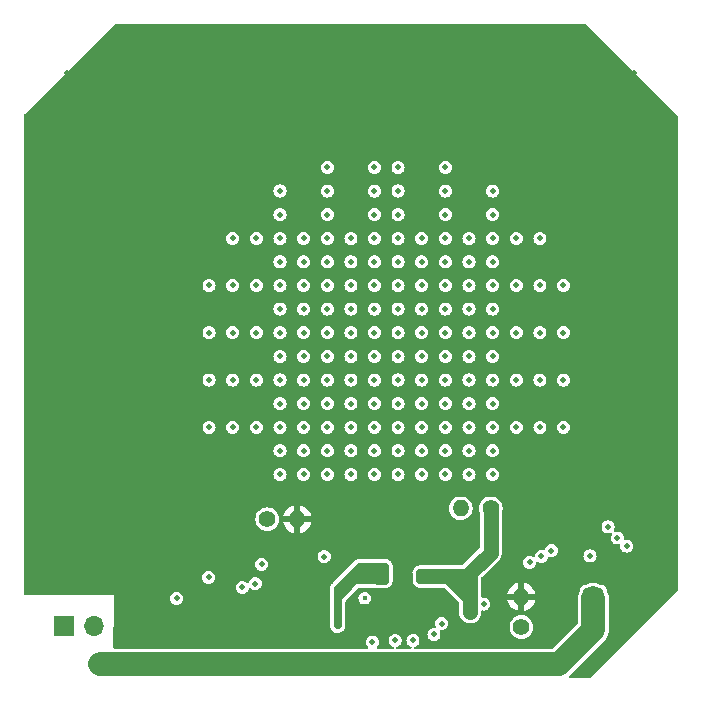
<source format=gbr>
G04 #@! TF.GenerationSoftware,KiCad,Pcbnew,(6.0.4)*
G04 #@! TF.CreationDate,2022-07-06T17:52:26+08:00*
G04 #@! TF.ProjectId,BQ51013_EVB,42513531-3031-4335-9f45-56422e6b6963,rev?*
G04 #@! TF.SameCoordinates,Original*
G04 #@! TF.FileFunction,Copper,L4,Bot*
G04 #@! TF.FilePolarity,Positive*
%FSLAX46Y46*%
G04 Gerber Fmt 4.6, Leading zero omitted, Abs format (unit mm)*
G04 Created by KiCad (PCBNEW (6.0.4)) date 2022-07-06 17:52:26*
%MOMM*%
%LPD*%
G01*
G04 APERTURE LIST*
G04 #@! TA.AperFunction,ComponentPad*
%ADD10R,1.700000X1.700000*%
G04 #@! TD*
G04 #@! TA.AperFunction,ComponentPad*
%ADD11O,1.700000X1.700000*%
G04 #@! TD*
G04 #@! TA.AperFunction,ComponentPad*
%ADD12C,1.400000*%
G04 #@! TD*
G04 #@! TA.AperFunction,ComponentPad*
%ADD13O,1.400000X1.400000*%
G04 #@! TD*
G04 #@! TA.AperFunction,ViaPad*
%ADD14C,0.500000*%
G04 #@! TD*
G04 #@! TA.AperFunction,ViaPad*
%ADD15C,0.450000*%
G04 #@! TD*
G04 #@! TA.AperFunction,Conductor*
%ADD16C,0.500000*%
G04 #@! TD*
G04 #@! TA.AperFunction,Conductor*
%ADD17C,2.000000*%
G04 #@! TD*
G04 #@! TA.AperFunction,Conductor*
%ADD18C,0.700000*%
G04 #@! TD*
G04 #@! TA.AperFunction,Conductor*
%ADD19C,1.260000*%
G04 #@! TD*
G04 APERTURE END LIST*
D10*
G04 #@! TO.P,J5,1,Pin_1*
G04 #@! TO.N,BAT+*
X135250000Y-121090000D03*
D11*
G04 #@! TO.P,J5,2,Pin_2*
G04 #@! TO.N,BAT-*
X137790000Y-121090000D03*
G04 #@! TD*
D12*
G04 #@! TO.P,J6,1,Pin_1*
G04 #@! TO.N,Net-(C15-Pad2)*
X171410000Y-111140000D03*
D13*
G04 #@! TO.P,J6,2,Pin_2*
G04 #@! TO.N,Net-(C1-Pad1)*
X168870000Y-111140000D03*
G04 #@! TD*
D12*
G04 #@! TO.P,TH1,1*
G04 #@! TO.N,Net-(TH1-Pad1)*
X174010000Y-121180000D03*
D13*
G04 #@! TO.P,TH1,2*
G04 #@! TO.N,GND*
X174010000Y-118640000D03*
G04 #@! TD*
D12*
G04 #@! TO.P,TH2,1*
G04 #@! TO.N,Net-(TH2-Pad1)*
X152490000Y-112060000D03*
D13*
G04 #@! TO.P,TH2,2*
G04 #@! TO.N,GND*
X155030000Y-112060000D03*
G04 #@! TD*
D14*
G04 #@! TO.N,GND*
X153970000Y-116060000D03*
X152970000Y-122540000D03*
X135570000Y-74270000D03*
D15*
X164040000Y-118280000D03*
X164640000Y-118280000D03*
X163440000Y-118880000D03*
X164040000Y-118880000D03*
X164640000Y-118880000D03*
X163440000Y-119480000D03*
X164040000Y-119480000D03*
X164640000Y-119480000D03*
X163440000Y-120080000D03*
X164040000Y-120080000D03*
X164640000Y-120080000D03*
X163440000Y-120680000D03*
X164040000Y-120680000D03*
X164640000Y-120680000D03*
D14*
X147130000Y-118430000D03*
X148130000Y-118430000D03*
X149130000Y-118430000D03*
X146130000Y-119430000D03*
X147130000Y-119430000D03*
X148130000Y-119430000D03*
X149130000Y-119430000D03*
X146130000Y-120430000D03*
X147130000Y-120430000D03*
X148130000Y-120430000D03*
X149130000Y-120430000D03*
X146130000Y-121430000D03*
X147130000Y-121430000D03*
X148130000Y-121430000D03*
X149130000Y-121430000D03*
X147130000Y-122420000D03*
X146130000Y-122420000D03*
X149130000Y-122420000D03*
X148130000Y-122420000D03*
X145110000Y-120430000D03*
X145110000Y-121430000D03*
X145110000Y-122420000D03*
X153970000Y-122540000D03*
X154970000Y-122540000D03*
X155970000Y-122540000D03*
X156970000Y-122540000D03*
X157970000Y-122540000D03*
X158970000Y-122540000D03*
D15*
X163440000Y-118280000D03*
D14*
X137570000Y-74270000D03*
X139570000Y-74270000D03*
X141570000Y-74270000D03*
X143570000Y-74270000D03*
X145570000Y-74270000D03*
X147570000Y-74270000D03*
X149570000Y-74270000D03*
X151570000Y-74270000D03*
X153570000Y-74270000D03*
X155570000Y-74270000D03*
X157570000Y-74270000D03*
X159570000Y-74270000D03*
X161570000Y-74270000D03*
X163570000Y-74270000D03*
X165570000Y-74270000D03*
X167570000Y-74270000D03*
X169570000Y-74270000D03*
X171570000Y-74270000D03*
X173570000Y-74270000D03*
X175570000Y-74270000D03*
X177570000Y-74270000D03*
X179570000Y-74270000D03*
X181570000Y-74270000D03*
X183570000Y-74270000D03*
X183570000Y-76270000D03*
X181570000Y-76270000D03*
X179570000Y-76270000D03*
X177570000Y-76270000D03*
X175570000Y-76270000D03*
X173570000Y-76270000D03*
X171570000Y-76270000D03*
X169570000Y-76270000D03*
X167570000Y-76270000D03*
X165570000Y-76270000D03*
X163570000Y-76270000D03*
X161570000Y-76270000D03*
X159570000Y-76270000D03*
X157570000Y-76270000D03*
X155570000Y-76270000D03*
X153570000Y-76270000D03*
X151570000Y-76270000D03*
X149570000Y-76270000D03*
X147570000Y-76270000D03*
X145570000Y-76270000D03*
X143570000Y-76270000D03*
X141570000Y-76270000D03*
X139570000Y-76270000D03*
X137570000Y-76270000D03*
X135570000Y-76270000D03*
X135570000Y-78270000D03*
X137570000Y-78270000D03*
X139570000Y-78270000D03*
X141570000Y-78270000D03*
X143570000Y-78270000D03*
X145570000Y-78270000D03*
X147570000Y-78270000D03*
X149570000Y-78270000D03*
X151570000Y-78270000D03*
X153570000Y-78270000D03*
X155570000Y-78270000D03*
X157570000Y-78270000D03*
X159570000Y-78270000D03*
X161570000Y-78270000D03*
X163570000Y-78270000D03*
X165570000Y-78270000D03*
X167570000Y-78270000D03*
X169570000Y-78270000D03*
X171570000Y-78270000D03*
X173570000Y-78270000D03*
X175570000Y-78270000D03*
X177570000Y-78270000D03*
X179570000Y-78270000D03*
X181570000Y-78270000D03*
X183570000Y-78270000D03*
X183570000Y-80270000D03*
X181570000Y-80270000D03*
X179570000Y-80270000D03*
X177570000Y-80270000D03*
X175570000Y-80270000D03*
X173570000Y-80270000D03*
X171570000Y-80270000D03*
X169570000Y-80270000D03*
X167570000Y-80270000D03*
X165570000Y-80270000D03*
X163570000Y-80270000D03*
X161570000Y-80270000D03*
X159570000Y-80270000D03*
X157570000Y-80270000D03*
X155570000Y-80270000D03*
X153570000Y-80270000D03*
X151570000Y-80270000D03*
X149570000Y-80270000D03*
X147570000Y-80270000D03*
X145570000Y-80270000D03*
X143570000Y-80270000D03*
X141570000Y-80270000D03*
X139570000Y-80270000D03*
X137570000Y-80270000D03*
X135570000Y-80270000D03*
X135570000Y-82270000D03*
X137570000Y-82270000D03*
X139570000Y-82270000D03*
X141570000Y-82270000D03*
X143570000Y-82270000D03*
X145570000Y-82270000D03*
X147570000Y-82270000D03*
X149570000Y-82270000D03*
X151570000Y-82270000D03*
X153570000Y-82270000D03*
X155570000Y-82270000D03*
X159570000Y-82270000D03*
X165570000Y-82270000D03*
X169570000Y-82270000D03*
X171570000Y-82270000D03*
X173570000Y-82270000D03*
X175570000Y-82270000D03*
X177570000Y-82270000D03*
X179570000Y-82270000D03*
X181570000Y-82270000D03*
X183570000Y-82270000D03*
X183570000Y-84270000D03*
X181570000Y-84270000D03*
X179570000Y-84270000D03*
X177570000Y-84270000D03*
X175570000Y-84270000D03*
X173570000Y-84270000D03*
X169570000Y-84270000D03*
X165570000Y-84270000D03*
X159570000Y-84270000D03*
X155570000Y-84270000D03*
X151570000Y-84270000D03*
X149570000Y-84270000D03*
X147570000Y-84270000D03*
X145570000Y-84270000D03*
X143570000Y-84270000D03*
X141570000Y-84270000D03*
X139570000Y-84270000D03*
X137570000Y-84270000D03*
X135570000Y-84270000D03*
X135570000Y-86270000D03*
X137570000Y-86270000D03*
X139570000Y-86270000D03*
X141570000Y-86270000D03*
X143570000Y-86270000D03*
X145570000Y-86270000D03*
X147570000Y-86270000D03*
X149570000Y-86270000D03*
X151570000Y-86270000D03*
X155570000Y-86270000D03*
X159570000Y-86270000D03*
X165570000Y-86270000D03*
X169570000Y-86270000D03*
X173570000Y-86270000D03*
X175570000Y-86270000D03*
X177570000Y-86270000D03*
X179570000Y-86270000D03*
X181570000Y-86270000D03*
X183570000Y-86270000D03*
X183570000Y-88270000D03*
X181570000Y-88270000D03*
X179570000Y-88270000D03*
X177570000Y-88270000D03*
X147570000Y-88270000D03*
X145570000Y-88270000D03*
X143570000Y-88270000D03*
X141570000Y-88270000D03*
X139570000Y-88270000D03*
X137570000Y-88270000D03*
X135570000Y-88270000D03*
X135570000Y-90270000D03*
X137570000Y-90270000D03*
X139570000Y-90270000D03*
X141570000Y-90270000D03*
X143570000Y-90270000D03*
X145570000Y-90270000D03*
X147570000Y-90270000D03*
X149570000Y-90270000D03*
X151570000Y-90270000D03*
X173570000Y-90270000D03*
X175570000Y-90270000D03*
X177570000Y-90270000D03*
X179570000Y-90270000D03*
X181570000Y-90270000D03*
X183570000Y-90270000D03*
X183570000Y-92270000D03*
X181570000Y-92270000D03*
X179570000Y-92270000D03*
X145570000Y-92270000D03*
X143570000Y-92270000D03*
X141570000Y-92270000D03*
X139570000Y-92270000D03*
X137570000Y-92270000D03*
X135570000Y-92270000D03*
X135570000Y-94270000D03*
X137570000Y-94270000D03*
X139570000Y-94270000D03*
X141570000Y-94270000D03*
X143570000Y-94270000D03*
X145570000Y-94270000D03*
X147570000Y-94270000D03*
X149570000Y-94270000D03*
X151570000Y-94270000D03*
X173570000Y-94270000D03*
X175570000Y-94270000D03*
X177570000Y-94270000D03*
X179570000Y-94270000D03*
X181570000Y-94270000D03*
X183570000Y-94270000D03*
X183570000Y-96270000D03*
X181570000Y-96270000D03*
X179570000Y-96270000D03*
X145570000Y-96270000D03*
X143570000Y-96270000D03*
X141570000Y-96270000D03*
X139570000Y-96270000D03*
X137570000Y-96270000D03*
X135570000Y-96270000D03*
X135570000Y-98270000D03*
X137570000Y-98270000D03*
X139570000Y-98270000D03*
X141570000Y-98270000D03*
X143570000Y-98270000D03*
X145570000Y-98270000D03*
X147570000Y-98270000D03*
X149570000Y-98270000D03*
X151570000Y-98270000D03*
X173570000Y-98270000D03*
X175570000Y-98270000D03*
X177570000Y-98270000D03*
X179570000Y-98270000D03*
X181570000Y-98270000D03*
X183570000Y-98270000D03*
X183570000Y-100270000D03*
X181570000Y-100270000D03*
X179570000Y-100270000D03*
X145570000Y-100270000D03*
X143570000Y-100270000D03*
X141570000Y-100270000D03*
X139570000Y-100270000D03*
X137570000Y-100270000D03*
X135570000Y-100270000D03*
X135570000Y-102270000D03*
X137570000Y-102270000D03*
X139570000Y-102270000D03*
X141570000Y-102270000D03*
X143570000Y-102270000D03*
X145570000Y-102270000D03*
X147570000Y-102270000D03*
X149570000Y-102270000D03*
X151570000Y-102270000D03*
X173570000Y-102270000D03*
X175570000Y-102270000D03*
X177570000Y-102270000D03*
X179570000Y-102270000D03*
X181570000Y-102270000D03*
X183570000Y-102270000D03*
X183570000Y-104270000D03*
X181570000Y-104270000D03*
X179570000Y-104270000D03*
X145570000Y-104270000D03*
X143570000Y-104270000D03*
X141570000Y-104270000D03*
X139570000Y-104270000D03*
X137570000Y-104270000D03*
X135570000Y-104270000D03*
X135570000Y-106270000D03*
X137570000Y-106270000D03*
X139570000Y-106270000D03*
X141570000Y-106270000D03*
X143570000Y-106270000D03*
X145570000Y-106270000D03*
X147570000Y-106270000D03*
X149570000Y-106270000D03*
X151570000Y-106270000D03*
X173570000Y-106270000D03*
X175570000Y-106270000D03*
X177570000Y-106270000D03*
X179570000Y-106270000D03*
X181570000Y-106270000D03*
X183570000Y-106270000D03*
X183570000Y-108270000D03*
X181570000Y-108270000D03*
X179570000Y-108270000D03*
X177570000Y-108270000D03*
X175570000Y-108270000D03*
X173570000Y-108270000D03*
X151570000Y-108270000D03*
X149570000Y-108270000D03*
X147570000Y-108270000D03*
X145570000Y-108270000D03*
X143570000Y-108270000D03*
X141570000Y-108270000D03*
X139570000Y-108270000D03*
X137570000Y-108270000D03*
X135570000Y-108270000D03*
X153570000Y-116560000D03*
X153970000Y-117060000D03*
X146130000Y-118430000D03*
D15*
G04 #@! TO.N,BAT+*
X179500000Y-118160000D03*
D14*
X140036250Y-124720000D03*
X141412500Y-124720000D03*
X142788750Y-124720000D03*
X144165000Y-124720000D03*
X145541250Y-124720000D03*
X146917500Y-124720000D03*
X148293750Y-124720000D03*
X149670000Y-124690000D03*
X144825000Y-124020000D03*
X147577500Y-124020000D03*
X150330000Y-123990000D03*
X148953750Y-124020000D03*
X146201250Y-124020000D03*
X142072500Y-124020000D03*
X139320000Y-124020000D03*
X143448750Y-124020000D03*
X140696250Y-124020000D03*
D15*
X180100000Y-118160000D03*
X180700000Y-118160000D03*
X179500000Y-118760000D03*
X180100000Y-118760000D03*
X180700000Y-118760000D03*
X179500000Y-119360000D03*
X180100000Y-119360000D03*
X180700000Y-119360000D03*
D14*
X137990000Y-124000000D03*
X138660000Y-124720000D03*
G04 #@! TO.N,Net-(C1-Pad2)*
X158450000Y-121040000D03*
X158450000Y-120475000D03*
X161860000Y-116660000D03*
X162450000Y-116660000D03*
X161860000Y-117255000D03*
X162450000Y-117255000D03*
X161860000Y-116065000D03*
X158450000Y-119910000D03*
X162450000Y-116065000D03*
G04 #@! TO.N,Net-(C1-Pad1)*
X157570000Y-82270000D03*
X161570000Y-82270000D03*
X163570000Y-82270000D03*
X167570000Y-82270000D03*
X171570000Y-84270000D03*
X167570000Y-84270000D03*
X163570000Y-84270000D03*
X161570000Y-84270000D03*
X157570000Y-84270000D03*
X153570000Y-84270000D03*
X153570000Y-86270000D03*
X157570000Y-86270000D03*
X161570000Y-86270000D03*
X163570000Y-86270000D03*
X167570000Y-86270000D03*
X171570000Y-86270000D03*
X175570000Y-88270000D03*
X173570000Y-88270000D03*
X171570000Y-88270000D03*
X169570000Y-88270000D03*
X167570000Y-88270000D03*
X165570000Y-88270000D03*
X163570000Y-88270000D03*
X161570000Y-88270000D03*
X159570000Y-88270000D03*
X157570000Y-88270000D03*
X155570000Y-88270000D03*
X153570000Y-88270000D03*
X151570000Y-88270000D03*
X149570000Y-88270000D03*
X153570000Y-90270000D03*
X155570000Y-90270000D03*
X157570000Y-90270000D03*
X159570000Y-90270000D03*
X161570000Y-90270000D03*
X163570000Y-90270000D03*
X165570000Y-90270000D03*
X167570000Y-90270000D03*
X169570000Y-90270000D03*
X171570000Y-90270000D03*
X177570000Y-92270000D03*
X175570000Y-92270000D03*
X173570000Y-92270000D03*
X171570000Y-92270000D03*
X169570000Y-92270000D03*
X167570000Y-92270000D03*
X165570000Y-92270000D03*
X163570000Y-92270000D03*
X161570000Y-92270000D03*
X159570000Y-92270000D03*
X157570000Y-92270000D03*
X155570000Y-92270000D03*
X153570000Y-92270000D03*
X151570000Y-92270000D03*
X149570000Y-92270000D03*
X147570000Y-92270000D03*
X153570000Y-94270000D03*
X155570000Y-94270000D03*
X157570000Y-94270000D03*
X159570000Y-94270000D03*
X161570000Y-94270000D03*
X163570000Y-94270000D03*
X165570000Y-94270000D03*
X167570000Y-94270000D03*
X169570000Y-94270000D03*
X171570000Y-94270000D03*
X177570000Y-96270000D03*
X175570000Y-96270000D03*
X173570000Y-96270000D03*
X171570000Y-96270000D03*
X169570000Y-96270000D03*
X167570000Y-96270000D03*
X165570000Y-96270000D03*
X163570000Y-96270000D03*
X161570000Y-96270000D03*
X159570000Y-96270000D03*
X157570000Y-96270000D03*
X155570000Y-96270000D03*
X153570000Y-96270000D03*
X151570000Y-96270000D03*
X149570000Y-96270000D03*
X147570000Y-96270000D03*
X153570000Y-98270000D03*
X155570000Y-98270000D03*
X157570000Y-98270000D03*
X159570000Y-98270000D03*
X161570000Y-98270000D03*
X163570000Y-98270000D03*
X165570000Y-98270000D03*
X167570000Y-98270000D03*
X169570000Y-98270000D03*
X171570000Y-98270000D03*
X177570000Y-100270000D03*
X175570000Y-100270000D03*
X173570000Y-100270000D03*
X171570000Y-100270000D03*
X169570000Y-100270000D03*
X167570000Y-100270000D03*
X165570000Y-100270000D03*
X163570000Y-100270000D03*
X161570000Y-100270000D03*
X159570000Y-100270000D03*
X157570000Y-100270000D03*
X155570000Y-100270000D03*
X153570000Y-100270000D03*
X151570000Y-100270000D03*
X149570000Y-100270000D03*
X147570000Y-100270000D03*
X153570000Y-102270000D03*
X155570000Y-102270000D03*
X157570000Y-102270000D03*
X159570000Y-102270000D03*
X161570000Y-102270000D03*
X163570000Y-102270000D03*
X165570000Y-102270000D03*
X167570000Y-102270000D03*
X169570000Y-102270000D03*
X171570000Y-102270000D03*
X177570000Y-104270000D03*
X175570000Y-104270000D03*
X173570000Y-104270000D03*
X171570000Y-104270000D03*
X169570000Y-104270000D03*
X167570000Y-104270000D03*
X165570000Y-104270000D03*
X163570000Y-104270000D03*
X161570000Y-104270000D03*
X159570000Y-104270000D03*
X157570000Y-104270000D03*
X155570000Y-104270000D03*
X153570000Y-104270000D03*
X151570000Y-104270000D03*
X149570000Y-104270000D03*
X147570000Y-104270000D03*
X153570000Y-106270000D03*
X155570000Y-106270000D03*
X157570000Y-106270000D03*
X159570000Y-106270000D03*
X161570000Y-106270000D03*
X163570000Y-106270000D03*
X165570000Y-106270000D03*
X167570000Y-106270000D03*
X169570000Y-106270000D03*
X171570000Y-106270000D03*
X171570000Y-108270000D03*
X169570000Y-108270000D03*
X167570000Y-108270000D03*
X165570000Y-108270000D03*
X163570000Y-108270000D03*
X161570000Y-108270000D03*
X159570000Y-108270000D03*
X157570000Y-108270000D03*
X155570000Y-108270000D03*
X153570000Y-108270000D03*
G04 #@! TO.N,Net-(R1-Pad1)*
X170800000Y-119240000D03*
X167260000Y-120900000D03*
G04 #@! TO.N,BAT_ISET*
X176540000Y-114710000D03*
X152010000Y-115870000D03*
G04 #@! TO.N,Net-(TH1-Pad1)*
X166600000Y-121810000D03*
G04 #@! TO.N,Net-(TH2-Pad1)*
X151469993Y-117510007D03*
G04 #@! TO.N,Net-(U1-Pad2)*
X144830000Y-118760000D03*
X147535000Y-116970000D03*
D15*
G04 #@! TO.N,REG_power*
X160735000Y-118740000D03*
D14*
X179820000Y-115170000D03*
G04 #@! TO.N,REG_EN2*
X164820000Y-122310000D03*
X181350000Y-112710000D03*
G04 #@! TO.N,REG_EN1*
X163320000Y-122310000D03*
X182140000Y-113640000D03*
G04 #@! TO.N,REG_CHG*
X182920000Y-114330000D03*
X161400000Y-122460000D03*
G04 #@! TO.N,BAT_PG*
X175700000Y-115210000D03*
X157310000Y-115240000D03*
G04 #@! TO.N,BAT_CHG*
X174710000Y-115710000D03*
X150370000Y-117820000D03*
G04 #@! TO.N,Net-(C15-Pad2)*
X169680000Y-119940000D03*
X165440000Y-117220000D03*
X165990000Y-116620000D03*
X165440000Y-116620000D03*
X169680000Y-119230000D03*
X169680000Y-118520000D03*
X165990000Y-117220000D03*
G04 #@! TD*
D16*
G04 #@! TO.N,BAT+*
X180440000Y-119460000D02*
X180440000Y-118260000D01*
X179810000Y-119510000D02*
X179810000Y-118310000D01*
D17*
X177210000Y-124330000D02*
X180100000Y-121440000D01*
D16*
X180700000Y-118760000D02*
X179500000Y-118760000D01*
D17*
X138290000Y-124330000D02*
X177210000Y-124330000D01*
X180100000Y-121440000D02*
X180100000Y-118760000D01*
D16*
X180700000Y-118160000D02*
X179500000Y-118160000D01*
X179500000Y-118160000D02*
X179500000Y-119360000D01*
X179500000Y-119360000D02*
X180700000Y-119360000D01*
X180700000Y-119360000D02*
X180700000Y-118160000D01*
X180100000Y-118160000D02*
X180100000Y-119360000D01*
D18*
G04 #@! TO.N,Net-(C1-Pad2)*
X161960000Y-117240000D02*
X159935000Y-117240000D01*
X158450000Y-117970000D02*
X158450000Y-121040000D01*
X159935000Y-117240000D02*
X158450000Y-118725000D01*
X162450000Y-116065000D02*
X162450000Y-117255000D01*
X162450000Y-117255000D02*
X161860000Y-117255000D01*
X161860000Y-116065000D02*
X162450000Y-116065000D01*
X162010000Y-116065000D02*
X160355000Y-116065000D01*
X158450000Y-117970000D02*
X158450000Y-117990000D01*
X160355000Y-116065000D02*
X158450000Y-117970000D01*
X161860000Y-116065000D02*
X161860000Y-117255000D01*
X161637500Y-116665000D02*
X159982500Y-116665000D01*
D19*
G04 #@! TO.N,Net-(C15-Pad2)*
X169590000Y-118670000D02*
X167860000Y-116940000D01*
D18*
X165440000Y-117220000D02*
X169380000Y-117220000D01*
X165440000Y-116620000D02*
X165440000Y-117220000D01*
X169380000Y-117220000D02*
X169680000Y-117520000D01*
D19*
X169680000Y-119940000D02*
X169680000Y-117520000D01*
D18*
X169150000Y-116990000D02*
X169680000Y-117520000D01*
D19*
X171410000Y-114890000D02*
X171410000Y-111140000D01*
D18*
X165440000Y-116620000D02*
X169680000Y-116620000D01*
D19*
X170080000Y-116220000D02*
X171410000Y-114890000D01*
D18*
X169910000Y-116390000D02*
X170080000Y-116220000D01*
D19*
X169680000Y-116620000D02*
X171410000Y-114890000D01*
X169680000Y-117520000D02*
X169680000Y-116620000D01*
G04 #@! TD*
G04 #@! TA.AperFunction,Conductor*
G04 #@! TO.N,GND*
G36*
X179467681Y-70109406D02*
G01*
X179479494Y-70119495D01*
X187280504Y-77920504D01*
X187308281Y-77975021D01*
X187309500Y-77990508D01*
X187309501Y-118029490D01*
X187290594Y-118087681D01*
X187280505Y-118099494D01*
X179919496Y-125460504D01*
X179864979Y-125488281D01*
X179849492Y-125489500D01*
X178128694Y-125489500D01*
X178070503Y-125470593D01*
X178034539Y-125421093D01*
X178034539Y-125359907D01*
X178058690Y-125320496D01*
X178210047Y-125169139D01*
X178210049Y-125169136D01*
X180939137Y-122440048D01*
X180939139Y-122440047D01*
X181100047Y-122279139D01*
X181130262Y-122235987D01*
X181135520Y-122229135D01*
X181166598Y-122192098D01*
X181166599Y-122192097D01*
X181169377Y-122188786D01*
X181171534Y-122185049D01*
X181171543Y-122185037D01*
X181195722Y-122143157D01*
X181200362Y-122135873D01*
X181228091Y-122096271D01*
X181230568Y-122092734D01*
X181232951Y-122087625D01*
X181252827Y-122045000D01*
X181256805Y-122037357D01*
X181283156Y-121991715D01*
X181284633Y-121987656D01*
X181284638Y-121987646D01*
X181301174Y-121942214D01*
X181304478Y-121934237D01*
X181324912Y-121890415D01*
X181324914Y-121890411D01*
X181326739Y-121886496D01*
X181340375Y-121835608D01*
X181342971Y-121827374D01*
X181346953Y-121816433D01*
X181360985Y-121777880D01*
X181370133Y-121726002D01*
X181372001Y-121717575D01*
X181384516Y-121670869D01*
X181384516Y-121670867D01*
X181385635Y-121666692D01*
X181390225Y-121614228D01*
X181391352Y-121605666D01*
X181399751Y-121558033D01*
X181399751Y-121558032D01*
X181400501Y-121553779D01*
X181400501Y-121326221D01*
X181400500Y-121326215D01*
X181400500Y-118703216D01*
X181400311Y-118701061D01*
X181400311Y-118701050D01*
X181386012Y-118537619D01*
X181385635Y-118533308D01*
X181326739Y-118313504D01*
X181286485Y-118227179D01*
X181263344Y-118177553D01*
X181256169Y-118138471D01*
X181254509Y-118138575D01*
X181254086Y-118131842D01*
X181254580Y-118125109D01*
X181247767Y-118091319D01*
X181243706Y-118071182D01*
X181242669Y-118065049D01*
X181236122Y-118017256D01*
X181235206Y-118010568D01*
X181232369Y-118004011D01*
X181226180Y-117984266D01*
X181224767Y-117977257D01*
X181199791Y-117928238D01*
X181197148Y-117922621D01*
X181177984Y-117878335D01*
X181177983Y-117878333D01*
X181175305Y-117872145D01*
X181171059Y-117866901D01*
X181170810Y-117866593D01*
X181159537Y-117849233D01*
X181159359Y-117848883D01*
X181159355Y-117848877D01*
X181156293Y-117842868D01*
X181151729Y-117837905D01*
X181151725Y-117837899D01*
X181119050Y-117802365D01*
X181114987Y-117797658D01*
X181089184Y-117765795D01*
X181080386Y-117754930D01*
X181074885Y-117751021D01*
X181074880Y-117751016D01*
X181074560Y-117750789D01*
X181059036Y-117737102D01*
X181058771Y-117736814D01*
X181054201Y-117731844D01*
X181048465Y-117728287D01*
X181048463Y-117728286D01*
X181007452Y-117702858D01*
X181002272Y-117699417D01*
X180962942Y-117671466D01*
X180962938Y-117671464D01*
X180957442Y-117667558D01*
X180950715Y-117665136D01*
X180932085Y-117656129D01*
X180931752Y-117655922D01*
X180931749Y-117655920D01*
X180926014Y-117652365D01*
X180873181Y-117637015D01*
X180867304Y-117635106D01*
X180815532Y-117616467D01*
X180808460Y-117615948D01*
X180808409Y-117615944D01*
X180788036Y-117612279D01*
X180781175Y-117610285D01*
X180774542Y-117609798D01*
X180772286Y-117609632D01*
X180772279Y-117609632D01*
X180770485Y-117609500D01*
X180731940Y-117609500D01*
X180690101Y-117600224D01*
X180550420Y-117535090D01*
X180550412Y-117535087D01*
X180546496Y-117533261D01*
X180542324Y-117532143D01*
X180330869Y-117475484D01*
X180330867Y-117475484D01*
X180326692Y-117474365D01*
X180100000Y-117454532D01*
X179873308Y-117474365D01*
X179869133Y-117475484D01*
X179869131Y-117475484D01*
X179764298Y-117503574D01*
X179653504Y-117533261D01*
X179636022Y-117541413D01*
X179517553Y-117596656D01*
X179478471Y-117603831D01*
X179478575Y-117605491D01*
X179471842Y-117605914D01*
X179465109Y-117605420D01*
X179458494Y-117606754D01*
X179458492Y-117606754D01*
X179411182Y-117616294D01*
X179405049Y-117617331D01*
X179350568Y-117624794D01*
X179344011Y-117627631D01*
X179324266Y-117633820D01*
X179317257Y-117635233D01*
X179268238Y-117660209D01*
X179262621Y-117662852D01*
X179218335Y-117682016D01*
X179218333Y-117682017D01*
X179212145Y-117684695D01*
X179206903Y-117688940D01*
X179206901Y-117688941D01*
X179206593Y-117689190D01*
X179189233Y-117700463D01*
X179188883Y-117700641D01*
X179188877Y-117700645D01*
X179182868Y-117703707D01*
X179177905Y-117708271D01*
X179177899Y-117708275D01*
X179142365Y-117740950D01*
X179137658Y-117745013D01*
X179127242Y-117753448D01*
X179094930Y-117779614D01*
X179091021Y-117785115D01*
X179091016Y-117785120D01*
X179090789Y-117785440D01*
X179077102Y-117800964D01*
X179071844Y-117805799D01*
X179068287Y-117811535D01*
X179068286Y-117811537D01*
X179042858Y-117852548D01*
X179039417Y-117857728D01*
X179011466Y-117897058D01*
X179011464Y-117897062D01*
X179007558Y-117902558D01*
X179005244Y-117908985D01*
X179005136Y-117909285D01*
X178996129Y-117927915D01*
X178995922Y-117928248D01*
X178995922Y-117928249D01*
X178992365Y-117933986D01*
X178977760Y-117984259D01*
X178977020Y-117986805D01*
X178975106Y-117992696D01*
X178956467Y-118044468D01*
X178955973Y-118051202D01*
X178955944Y-118051591D01*
X178952279Y-118071964D01*
X178950285Y-118078825D01*
X178949905Y-118084002D01*
X178949635Y-118087681D01*
X178949500Y-118089515D01*
X178949500Y-118128060D01*
X178940224Y-118169899D01*
X178875090Y-118309580D01*
X178875089Y-118309584D01*
X178873261Y-118313504D01*
X178872143Y-118317675D01*
X178872143Y-118317676D01*
X178845972Y-118415350D01*
X178814365Y-118533308D01*
X178813988Y-118537619D01*
X178799689Y-118701050D01*
X178799689Y-118701061D01*
X178799500Y-118703216D01*
X178799500Y-120860307D01*
X178780593Y-120918498D01*
X178770504Y-120930311D01*
X176700311Y-123000504D01*
X176645794Y-123028281D01*
X176630307Y-123029500D01*
X165019204Y-123029500D01*
X164961013Y-123010593D01*
X164925049Y-122961093D01*
X164925049Y-122899907D01*
X164961013Y-122850407D01*
X164981319Y-122839036D01*
X165091627Y-122793346D01*
X165091631Y-122793344D01*
X165097625Y-122790861D01*
X165212621Y-122702621D01*
X165300861Y-122587625D01*
X165356330Y-122453709D01*
X165358129Y-122440049D01*
X165374403Y-122316433D01*
X165375250Y-122310000D01*
X165358798Y-122185037D01*
X165357177Y-122172722D01*
X165357176Y-122172720D01*
X165356330Y-122166291D01*
X165300861Y-122032375D01*
X165212621Y-121917379D01*
X165097625Y-121829139D01*
X165051419Y-121810000D01*
X166044750Y-121810000D01*
X166045597Y-121816433D01*
X166062157Y-121942214D01*
X166063670Y-121953709D01*
X166119139Y-122087625D01*
X166207379Y-122202621D01*
X166322375Y-122290861D01*
X166456291Y-122346330D01*
X166462720Y-122347176D01*
X166462722Y-122347177D01*
X166593567Y-122364403D01*
X166600000Y-122365250D01*
X166606433Y-122364403D01*
X166737278Y-122347177D01*
X166737280Y-122347176D01*
X166743709Y-122346330D01*
X166877625Y-122290861D01*
X166992621Y-122202621D01*
X167080861Y-122087625D01*
X167136330Y-121953709D01*
X167137844Y-121942214D01*
X167154403Y-121816433D01*
X167155250Y-121810000D01*
X167139874Y-121693209D01*
X167137177Y-121672722D01*
X167137176Y-121672720D01*
X167136330Y-121666291D01*
X167102359Y-121584276D01*
X167097558Y-121523281D01*
X167129528Y-121471112D01*
X167186056Y-121447697D01*
X167206745Y-121448239D01*
X167253566Y-121454403D01*
X167253567Y-121454403D01*
X167260000Y-121455250D01*
X167266433Y-121454403D01*
X167397278Y-121437177D01*
X167397280Y-121437176D01*
X167403709Y-121436330D01*
X167537625Y-121380861D01*
X167608841Y-121326215D01*
X167647472Y-121296572D01*
X167652621Y-121292621D01*
X167740861Y-121177625D01*
X167745691Y-121165963D01*
X173004757Y-121165963D01*
X173006169Y-121182774D01*
X173020704Y-121355871D01*
X173021175Y-121361483D01*
X173022508Y-121366131D01*
X173022508Y-121366132D01*
X173068702Y-121527226D01*
X173075258Y-121550091D01*
X173077473Y-121554401D01*
X173162731Y-121720296D01*
X173162734Y-121720300D01*
X173164944Y-121724601D01*
X173286818Y-121878369D01*
X173290505Y-121881507D01*
X173290507Y-121881509D01*
X173432550Y-122002397D01*
X173432555Y-122002400D01*
X173436238Y-122005535D01*
X173440460Y-122007895D01*
X173440465Y-122007898D01*
X173539826Y-122063428D01*
X173607513Y-122101257D01*
X173708549Y-122134086D01*
X173789513Y-122160393D01*
X173789516Y-122160394D01*
X173794118Y-122161889D01*
X173988946Y-122185121D01*
X173993768Y-122184750D01*
X173993771Y-122184750D01*
X174179748Y-122170440D01*
X174179753Y-122170439D01*
X174184576Y-122170068D01*
X174373556Y-122117303D01*
X174377869Y-122115124D01*
X174377875Y-122115122D01*
X174544368Y-122031020D01*
X174544370Y-122031018D01*
X174548689Y-122028837D01*
X174575490Y-122007898D01*
X174699487Y-121911022D01*
X174699491Y-121911018D01*
X174703303Y-121908040D01*
X174718517Y-121890415D01*
X174828345Y-121763177D01*
X174828347Y-121763175D01*
X174831509Y-121759511D01*
X174834214Y-121754750D01*
X174926036Y-121593115D01*
X174926037Y-121593112D01*
X174928425Y-121588909D01*
X174938697Y-121558033D01*
X174988831Y-121407323D01*
X174988831Y-121407321D01*
X174990358Y-121402732D01*
X175014949Y-121208071D01*
X175015341Y-121180000D01*
X175014438Y-121170783D01*
X175001977Y-121043709D01*
X174996194Y-120984728D01*
X174939484Y-120796894D01*
X174855185Y-120638351D01*
X174849643Y-120627927D01*
X174849641Y-120627923D01*
X174847370Y-120623653D01*
X174842129Y-120617226D01*
X174726422Y-120475355D01*
X174726421Y-120475354D01*
X174723361Y-120471602D01*
X174572180Y-120346535D01*
X174399585Y-120253213D01*
X174212152Y-120195193D01*
X174207342Y-120194687D01*
X174207340Y-120194687D01*
X174021835Y-120175189D01*
X174021833Y-120175189D01*
X174017019Y-120174683D01*
X173952891Y-120180519D01*
X173826438Y-120192027D01*
X173826435Y-120192028D01*
X173821618Y-120192466D01*
X173816976Y-120193832D01*
X173816972Y-120193833D01*
X173638040Y-120246496D01*
X173638037Y-120246497D01*
X173633393Y-120247864D01*
X173459512Y-120338767D01*
X173455743Y-120341797D01*
X173455742Y-120341798D01*
X173446016Y-120349618D01*
X173306600Y-120461711D01*
X173286676Y-120485456D01*
X173183589Y-120608310D01*
X173183586Y-120608314D01*
X173180480Y-120612016D01*
X173085956Y-120783954D01*
X173084492Y-120788568D01*
X173084491Y-120788571D01*
X173047103Y-120906433D01*
X173026628Y-120970978D01*
X173026088Y-120975790D01*
X173026088Y-120975791D01*
X173009271Y-121125723D01*
X173004757Y-121165963D01*
X167745691Y-121165963D01*
X167796330Y-121043709D01*
X167805906Y-120970978D01*
X167814403Y-120906433D01*
X167815250Y-120900000D01*
X167805734Y-120827722D01*
X167797177Y-120762722D01*
X167797176Y-120762720D01*
X167796330Y-120756291D01*
X167740861Y-120622375D01*
X167652621Y-120507379D01*
X167537625Y-120419139D01*
X167403709Y-120363670D01*
X167397280Y-120362824D01*
X167397278Y-120362823D01*
X167266433Y-120345597D01*
X167260000Y-120344750D01*
X167253567Y-120345597D01*
X167122722Y-120362823D01*
X167122720Y-120362824D01*
X167116291Y-120363670D01*
X166982375Y-120419139D01*
X166867379Y-120507379D01*
X166779139Y-120622375D01*
X166723670Y-120756291D01*
X166722824Y-120762720D01*
X166722823Y-120762722D01*
X166714266Y-120827722D01*
X166704750Y-120900000D01*
X166705597Y-120906433D01*
X166714095Y-120970978D01*
X166723670Y-121043709D01*
X166726153Y-121049703D01*
X166757641Y-121125723D01*
X166762442Y-121186719D01*
X166730472Y-121238888D01*
X166673944Y-121262303D01*
X166653255Y-121261761D01*
X166606434Y-121255597D01*
X166606433Y-121255597D01*
X166600000Y-121254750D01*
X166593567Y-121255597D01*
X166462722Y-121272823D01*
X166462720Y-121272824D01*
X166456291Y-121273670D01*
X166322375Y-121329139D01*
X166207379Y-121417379D01*
X166119139Y-121532375D01*
X166063670Y-121666291D01*
X166062824Y-121672720D01*
X166062823Y-121672722D01*
X166060126Y-121693209D01*
X166044750Y-121810000D01*
X165051419Y-121810000D01*
X164963709Y-121773670D01*
X164957280Y-121772824D01*
X164957278Y-121772823D01*
X164826433Y-121755597D01*
X164820000Y-121754750D01*
X164813567Y-121755597D01*
X164682722Y-121772823D01*
X164682720Y-121772824D01*
X164676291Y-121773670D01*
X164542375Y-121829139D01*
X164427379Y-121917379D01*
X164339139Y-122032375D01*
X164283670Y-122166291D01*
X164282824Y-122172720D01*
X164282823Y-122172722D01*
X164281202Y-122185037D01*
X164264750Y-122310000D01*
X164265597Y-122316433D01*
X164281872Y-122440049D01*
X164283670Y-122453709D01*
X164339139Y-122587625D01*
X164427379Y-122702621D01*
X164542375Y-122790861D01*
X164548369Y-122793344D01*
X164548373Y-122793346D01*
X164658681Y-122839036D01*
X164705207Y-122878772D01*
X164719491Y-122938267D01*
X164696076Y-122994795D01*
X164643907Y-123026765D01*
X164620796Y-123029500D01*
X163519204Y-123029500D01*
X163461013Y-123010593D01*
X163425049Y-122961093D01*
X163425049Y-122899907D01*
X163461013Y-122850407D01*
X163481319Y-122839036D01*
X163591627Y-122793346D01*
X163591631Y-122793344D01*
X163597625Y-122790861D01*
X163712621Y-122702621D01*
X163800861Y-122587625D01*
X163856330Y-122453709D01*
X163858129Y-122440049D01*
X163874403Y-122316433D01*
X163875250Y-122310000D01*
X163858798Y-122185037D01*
X163857177Y-122172722D01*
X163857176Y-122172720D01*
X163856330Y-122166291D01*
X163800861Y-122032375D01*
X163712621Y-121917379D01*
X163597625Y-121829139D01*
X163463709Y-121773670D01*
X163457280Y-121772824D01*
X163457278Y-121772823D01*
X163326433Y-121755597D01*
X163320000Y-121754750D01*
X163313567Y-121755597D01*
X163182722Y-121772823D01*
X163182720Y-121772824D01*
X163176291Y-121773670D01*
X163042375Y-121829139D01*
X162927379Y-121917379D01*
X162839139Y-122032375D01*
X162783670Y-122166291D01*
X162782824Y-122172720D01*
X162782823Y-122172722D01*
X162781202Y-122185037D01*
X162764750Y-122310000D01*
X162765597Y-122316433D01*
X162781872Y-122440049D01*
X162783670Y-122453709D01*
X162839139Y-122587625D01*
X162927379Y-122702621D01*
X163042375Y-122790861D01*
X163048369Y-122793344D01*
X163048373Y-122793346D01*
X163158681Y-122839036D01*
X163205207Y-122878772D01*
X163219491Y-122938267D01*
X163196076Y-122994795D01*
X163143907Y-123026765D01*
X163120796Y-123029500D01*
X161853552Y-123029500D01*
X161795361Y-123010593D01*
X161759397Y-122961093D01*
X161759397Y-122899907D01*
X161783548Y-122860496D01*
X161787472Y-122856572D01*
X161792621Y-122852621D01*
X161880861Y-122737625D01*
X161936330Y-122603709D01*
X161955250Y-122460000D01*
X161942664Y-122364403D01*
X161937177Y-122322722D01*
X161937176Y-122322720D01*
X161936330Y-122316291D01*
X161880861Y-122182375D01*
X161792621Y-122067379D01*
X161677625Y-121979139D01*
X161543709Y-121923670D01*
X161537280Y-121922824D01*
X161537278Y-121922823D01*
X161406433Y-121905597D01*
X161400000Y-121904750D01*
X161393567Y-121905597D01*
X161262722Y-121922823D01*
X161262720Y-121922824D01*
X161256291Y-121923670D01*
X161122375Y-121979139D01*
X161007379Y-122067379D01*
X160919139Y-122182375D01*
X160863670Y-122316291D01*
X160862824Y-122322720D01*
X160862823Y-122322722D01*
X160857336Y-122364403D01*
X160844750Y-122460000D01*
X160863670Y-122603709D01*
X160919139Y-122737625D01*
X161007379Y-122852621D01*
X161012528Y-122856572D01*
X161016452Y-122860496D01*
X161044229Y-122915013D01*
X161034658Y-122975445D01*
X160991393Y-123018710D01*
X160946448Y-123029500D01*
X139569407Y-123029500D01*
X139511216Y-123010593D01*
X139475252Y-122961093D01*
X139470408Y-122930065D01*
X139485986Y-119383709D01*
X139488726Y-118760000D01*
X144274750Y-118760000D01*
X144275597Y-118766433D01*
X144292392Y-118894000D01*
X144293670Y-118903709D01*
X144349139Y-119037625D01*
X144437379Y-119152621D01*
X144552375Y-119240861D01*
X144686291Y-119296330D01*
X144692720Y-119297176D01*
X144692722Y-119297177D01*
X144823567Y-119314403D01*
X144830000Y-119315250D01*
X144836433Y-119314403D01*
X144967278Y-119297177D01*
X144967280Y-119297176D01*
X144973709Y-119296330D01*
X145107625Y-119240861D01*
X145222621Y-119152621D01*
X145310861Y-119037625D01*
X145366330Y-118903709D01*
X145367609Y-118894000D01*
X145384403Y-118766433D01*
X145385250Y-118760000D01*
X145377931Y-118704405D01*
X157794653Y-118704405D01*
X157795239Y-118710603D01*
X157799061Y-118751034D01*
X157799500Y-118760351D01*
X157799500Y-121080925D01*
X157805473Y-121128205D01*
X157812367Y-121182774D01*
X157814929Y-121203058D01*
X157875432Y-121355871D01*
X157972037Y-121488837D01*
X157976832Y-121492803D01*
X157976834Y-121492806D01*
X158027832Y-121534995D01*
X158098674Y-121593600D01*
X158104307Y-121596251D01*
X158104309Y-121596252D01*
X158173031Y-121628590D01*
X158247387Y-121663579D01*
X158408830Y-121694376D01*
X158490845Y-121689216D01*
X158566649Y-121684447D01*
X158566651Y-121684447D01*
X158572860Y-121684056D01*
X158578778Y-121682133D01*
X158578779Y-121682133D01*
X158723247Y-121635193D01*
X158723248Y-121635192D01*
X158729171Y-121633268D01*
X158867940Y-121545202D01*
X158872200Y-121540666D01*
X158872202Y-121540664D01*
X158976182Y-121429936D01*
X158976183Y-121429935D01*
X158980448Y-121425393D01*
X159059627Y-121281368D01*
X159100500Y-121122177D01*
X159100500Y-119035454D01*
X159119407Y-118977263D01*
X159129496Y-118965450D01*
X159354946Y-118740000D01*
X160204965Y-118740000D01*
X160223026Y-118877183D01*
X160231232Y-118896995D01*
X160273491Y-118999019D01*
X160273493Y-118999023D01*
X160275976Y-119005017D01*
X160360209Y-119114791D01*
X160469982Y-119199024D01*
X160597817Y-119251974D01*
X160604246Y-119252820D01*
X160604248Y-119252821D01*
X160728567Y-119269188D01*
X160735000Y-119270035D01*
X160741433Y-119269188D01*
X160865752Y-119252821D01*
X160865754Y-119252820D01*
X160872183Y-119251974D01*
X161000018Y-119199024D01*
X161109791Y-119114791D01*
X161194024Y-119005017D01*
X161196507Y-118999023D01*
X161196509Y-118999019D01*
X161238768Y-118896995D01*
X161246974Y-118877183D01*
X161265035Y-118740000D01*
X161246974Y-118602817D01*
X161230727Y-118563592D01*
X161196509Y-118480981D01*
X161196507Y-118480977D01*
X161194024Y-118474983D01*
X161109791Y-118365209D01*
X161000018Y-118280976D01*
X160872183Y-118228026D01*
X160865754Y-118227180D01*
X160865752Y-118227179D01*
X160741433Y-118210812D01*
X160735000Y-118209965D01*
X160728567Y-118210812D01*
X160604248Y-118227179D01*
X160604246Y-118227180D01*
X160597817Y-118228026D01*
X160558592Y-118244273D01*
X160475981Y-118278491D01*
X160475977Y-118278493D01*
X160469983Y-118280976D01*
X160360209Y-118365209D01*
X160275976Y-118474983D01*
X160273493Y-118480977D01*
X160273491Y-118480981D01*
X160239273Y-118563592D01*
X160223026Y-118602817D01*
X160204965Y-118740000D01*
X159354946Y-118740000D01*
X160175450Y-117919496D01*
X160229967Y-117891719D01*
X160245454Y-117890500D01*
X161706894Y-117890500D01*
X161731514Y-117893610D01*
X161777823Y-117905500D01*
X161789156Y-117905500D01*
X161807705Y-117907254D01*
X161818830Y-117909376D01*
X161877337Y-117905695D01*
X161883554Y-117905500D01*
X162379156Y-117905500D01*
X162397705Y-117907254D01*
X162408830Y-117909376D01*
X162467337Y-117905695D01*
X162473554Y-117905500D01*
X162490925Y-117905500D01*
X162508169Y-117903321D01*
X162514338Y-117902738D01*
X162542484Y-117900967D01*
X162566649Y-117899447D01*
X162566651Y-117899447D01*
X162572860Y-117899056D01*
X162578777Y-117897134D01*
X162578785Y-117897132D01*
X162583638Y-117895555D01*
X162601816Y-117891491D01*
X162613058Y-117890071D01*
X162618845Y-117887780D01*
X162618852Y-117887778D01*
X162667566Y-117868490D01*
X162673412Y-117866385D01*
X162707855Y-117855194D01*
X162723247Y-117850193D01*
X162723248Y-117850192D01*
X162729171Y-117848268D01*
X162734429Y-117844932D01*
X162734432Y-117844930D01*
X162738740Y-117842196D01*
X162755342Y-117833737D01*
X162765871Y-117829568D01*
X162813319Y-117795095D01*
X162818443Y-117791614D01*
X162837352Y-117779614D01*
X162867940Y-117760202D01*
X162875695Y-117751944D01*
X162889670Y-117739623D01*
X162898837Y-117732963D01*
X162920970Y-117706209D01*
X162936209Y-117687788D01*
X162940322Y-117683123D01*
X162976182Y-117644936D01*
X162976183Y-117644935D01*
X162980448Y-117640393D01*
X162985907Y-117630463D01*
X162996378Y-117615056D01*
X162999630Y-117611125D01*
X162999630Y-117611124D01*
X163003600Y-117606326D01*
X163006472Y-117600224D01*
X163028559Y-117553285D01*
X163031383Y-117547743D01*
X163035143Y-117540905D01*
X163055515Y-117503847D01*
X163056626Y-117501827D01*
X163056626Y-117501826D01*
X163059627Y-117496368D01*
X163062444Y-117485394D01*
X163068758Y-117467857D01*
X163070926Y-117463250D01*
X163073579Y-117457613D01*
X163084562Y-117400038D01*
X163085918Y-117393971D01*
X163100500Y-117337177D01*
X163100500Y-117325844D01*
X163102254Y-117307293D01*
X163103209Y-117302286D01*
X163104376Y-117296170D01*
X163103438Y-117281252D01*
X163100695Y-117237662D01*
X163100500Y-117231446D01*
X163100500Y-117178830D01*
X164785624Y-117178830D01*
X164786015Y-117185042D01*
X164789305Y-117237338D01*
X164789500Y-117243554D01*
X164789500Y-117260925D01*
X164791679Y-117278169D01*
X164792262Y-117284338D01*
X164795944Y-117342860D01*
X164797866Y-117348777D01*
X164797868Y-117348785D01*
X164799445Y-117353638D01*
X164803509Y-117371816D01*
X164804929Y-117383058D01*
X164807220Y-117388845D01*
X164807222Y-117388852D01*
X164826510Y-117437566D01*
X164828615Y-117443412D01*
X164846732Y-117499171D01*
X164850068Y-117504429D01*
X164850070Y-117504432D01*
X164852804Y-117508740D01*
X164861263Y-117525342D01*
X164865432Y-117535871D01*
X164899905Y-117583319D01*
X164903383Y-117588439D01*
X164934798Y-117637940D01*
X164939337Y-117642202D01*
X164943056Y-117645695D01*
X164955376Y-117659669D01*
X164962037Y-117668837D01*
X164966836Y-117672807D01*
X165007212Y-117706209D01*
X165011877Y-117710322D01*
X165046728Y-117743049D01*
X165054607Y-117750448D01*
X165064537Y-117755907D01*
X165079944Y-117766378D01*
X165088674Y-117773600D01*
X165094307Y-117776251D01*
X165094309Y-117776252D01*
X165105747Y-117781634D01*
X165141723Y-117798563D01*
X165147250Y-117801379D01*
X165198632Y-117829627D01*
X165209606Y-117832444D01*
X165227140Y-117838757D01*
X165237387Y-117843579D01*
X165243508Y-117844747D01*
X165243509Y-117844747D01*
X165294960Y-117854562D01*
X165301020Y-117855916D01*
X165357823Y-117870500D01*
X165369156Y-117870500D01*
X165387705Y-117872254D01*
X165398830Y-117874376D01*
X165457337Y-117870695D01*
X165463554Y-117870500D01*
X167433567Y-117870500D01*
X167491758Y-117889407D01*
X167503571Y-117899496D01*
X168720504Y-119116430D01*
X168748281Y-119170947D01*
X168749500Y-119186434D01*
X168749500Y-119988760D01*
X168764821Y-120134527D01*
X168825264Y-120320553D01*
X168827856Y-120325042D01*
X168827857Y-120325045D01*
X168914638Y-120475355D01*
X168923063Y-120489947D01*
X169053945Y-120635305D01*
X169212187Y-120750275D01*
X169316896Y-120796894D01*
X169386136Y-120827722D01*
X169386139Y-120827723D01*
X169390876Y-120829832D01*
X169582201Y-120870500D01*
X169777799Y-120870500D01*
X169969124Y-120829832D01*
X169973861Y-120827723D01*
X169973864Y-120827722D01*
X170143078Y-120752383D01*
X170143080Y-120752382D01*
X170147812Y-120750275D01*
X170306055Y-120635305D01*
X170436937Y-120489947D01*
X170445362Y-120475355D01*
X170532143Y-120325045D01*
X170532144Y-120325042D01*
X170534736Y-120320553D01*
X170595179Y-120134527D01*
X170610500Y-119988760D01*
X170610500Y-119883189D01*
X170629407Y-119824998D01*
X170678907Y-119789034D01*
X170722420Y-119785036D01*
X170800000Y-119795250D01*
X170806433Y-119794403D01*
X170937278Y-119777177D01*
X170937280Y-119777176D01*
X170943709Y-119776330D01*
X171077625Y-119720861D01*
X171192621Y-119632621D01*
X171280861Y-119517625D01*
X171336330Y-119383709D01*
X171345455Y-119314403D01*
X171354403Y-119246433D01*
X171355250Y-119240000D01*
X171339286Y-119118742D01*
X171337177Y-119102722D01*
X171337176Y-119102720D01*
X171336330Y-119096291D01*
X171280861Y-118962375D01*
X171239033Y-118907864D01*
X172831161Y-118907864D01*
X172869398Y-119050566D01*
X172872341Y-119058652D01*
X172958021Y-119242396D01*
X172962322Y-119249844D01*
X173078605Y-119415912D01*
X173084138Y-119422507D01*
X173227493Y-119565862D01*
X173234088Y-119571395D01*
X173400156Y-119687678D01*
X173407604Y-119691979D01*
X173591348Y-119777659D01*
X173599434Y-119780602D01*
X173740857Y-119818496D01*
X173753140Y-119817853D01*
X173756000Y-119808199D01*
X173756000Y-119806874D01*
X174264000Y-119806874D01*
X174267802Y-119818576D01*
X174277864Y-119818839D01*
X174420566Y-119780602D01*
X174428652Y-119777659D01*
X174612396Y-119691979D01*
X174619844Y-119687678D01*
X174785912Y-119571395D01*
X174792507Y-119565862D01*
X174935862Y-119422507D01*
X174941395Y-119415912D01*
X175057678Y-119249844D01*
X175061979Y-119242396D01*
X175147659Y-119058652D01*
X175150602Y-119050566D01*
X175188496Y-118909143D01*
X175187853Y-118896860D01*
X175178199Y-118894000D01*
X174279680Y-118894000D01*
X174266995Y-118898122D01*
X174264000Y-118902243D01*
X174264000Y-119806874D01*
X173756000Y-119806874D01*
X173756000Y-118909680D01*
X173751878Y-118896995D01*
X173747757Y-118894000D01*
X172843126Y-118894000D01*
X172831424Y-118897802D01*
X172831161Y-118907864D01*
X171239033Y-118907864D01*
X171192621Y-118847379D01*
X171077625Y-118759139D01*
X170943709Y-118703670D01*
X170937280Y-118702824D01*
X170937278Y-118702823D01*
X170806433Y-118685597D01*
X170800000Y-118684750D01*
X170722421Y-118694964D01*
X170662262Y-118683814D01*
X170620144Y-118639432D01*
X170610500Y-118596811D01*
X170610500Y-118370857D01*
X172831504Y-118370857D01*
X172832147Y-118383140D01*
X172841801Y-118386000D01*
X173740320Y-118386000D01*
X173753005Y-118381878D01*
X173756000Y-118377757D01*
X173756000Y-118370320D01*
X174264000Y-118370320D01*
X174268122Y-118383005D01*
X174272243Y-118386000D01*
X175176874Y-118386000D01*
X175188576Y-118382198D01*
X175188839Y-118372136D01*
X175150602Y-118229434D01*
X175147659Y-118221348D01*
X175061979Y-118037604D01*
X175057678Y-118030156D01*
X174941395Y-117864088D01*
X174935862Y-117857493D01*
X174792507Y-117714138D01*
X174785912Y-117708605D01*
X174619844Y-117592322D01*
X174612396Y-117588021D01*
X174428652Y-117502341D01*
X174420566Y-117499398D01*
X174279143Y-117461504D01*
X174266860Y-117462147D01*
X174264000Y-117471801D01*
X174264000Y-118370320D01*
X173756000Y-118370320D01*
X173756000Y-117473126D01*
X173752198Y-117461424D01*
X173742136Y-117461161D01*
X173599434Y-117499398D01*
X173591348Y-117502341D01*
X173407604Y-117588021D01*
X173400156Y-117592322D01*
X173234088Y-117708605D01*
X173227493Y-117714138D01*
X173084138Y-117857493D01*
X173078605Y-117864088D01*
X172962322Y-118030156D01*
X172958021Y-118037604D01*
X172872341Y-118221348D01*
X172869398Y-118229434D01*
X172831504Y-118370857D01*
X170610500Y-118370857D01*
X170610500Y-117046433D01*
X170629407Y-116988242D01*
X170639496Y-116976429D01*
X171905925Y-115710000D01*
X174154750Y-115710000D01*
X174155597Y-115716433D01*
X174165974Y-115795250D01*
X174173670Y-115853709D01*
X174229139Y-115987625D01*
X174317379Y-116102621D01*
X174432375Y-116190861D01*
X174566291Y-116246330D01*
X174572720Y-116247176D01*
X174572722Y-116247177D01*
X174703567Y-116264403D01*
X174710000Y-116265250D01*
X174716433Y-116264403D01*
X174847278Y-116247177D01*
X174847280Y-116247176D01*
X174853709Y-116246330D01*
X174987625Y-116190861D01*
X175102621Y-116102621D01*
X175190861Y-115987625D01*
X175246330Y-115853709D01*
X175259573Y-115753119D01*
X175285914Y-115697894D01*
X175339685Y-115668699D01*
X175400347Y-115676685D01*
X175413867Y-115684971D01*
X175417226Y-115686910D01*
X175422375Y-115690861D01*
X175556291Y-115746330D01*
X175562720Y-115747176D01*
X175562722Y-115747177D01*
X175693567Y-115764403D01*
X175700000Y-115765250D01*
X175706433Y-115764403D01*
X175837278Y-115747177D01*
X175837280Y-115747176D01*
X175843709Y-115746330D01*
X175977625Y-115690861D01*
X176092621Y-115602621D01*
X176110907Y-115578791D01*
X176176910Y-115492774D01*
X176180861Y-115487625D01*
X176236330Y-115353709D01*
X176241167Y-115316966D01*
X176267508Y-115261742D01*
X176321278Y-115232547D01*
X176377203Y-115238424D01*
X176385308Y-115241781D01*
X176396291Y-115246330D01*
X176402720Y-115247176D01*
X176402722Y-115247177D01*
X176533567Y-115264403D01*
X176540000Y-115265250D01*
X176546433Y-115264403D01*
X176677278Y-115247177D01*
X176677280Y-115247176D01*
X176683709Y-115246330D01*
X176817625Y-115190861D01*
X176844811Y-115170000D01*
X179264750Y-115170000D01*
X179265597Y-115176433D01*
X179277179Y-115264403D01*
X179283670Y-115313709D01*
X179339139Y-115447625D01*
X179427379Y-115562621D01*
X179542375Y-115650861D01*
X179676291Y-115706330D01*
X179682720Y-115707176D01*
X179682722Y-115707177D01*
X179782379Y-115720297D01*
X179805531Y-115723345D01*
X179813567Y-115724403D01*
X179820000Y-115725250D01*
X179826433Y-115724403D01*
X179834470Y-115723345D01*
X179857621Y-115720297D01*
X179957278Y-115707177D01*
X179957280Y-115707176D01*
X179963709Y-115706330D01*
X180097625Y-115650861D01*
X180212621Y-115562621D01*
X180300861Y-115447625D01*
X180356330Y-115313709D01*
X180362822Y-115264403D01*
X180374403Y-115176433D01*
X180375250Y-115170000D01*
X180360807Y-115060297D01*
X180357177Y-115032722D01*
X180357176Y-115032720D01*
X180356330Y-115026291D01*
X180300861Y-114892375D01*
X180212621Y-114777379D01*
X180097625Y-114689139D01*
X179963709Y-114633670D01*
X179957280Y-114632824D01*
X179957278Y-114632823D01*
X179826433Y-114615597D01*
X179820000Y-114614750D01*
X179813567Y-114615597D01*
X179682722Y-114632823D01*
X179682720Y-114632824D01*
X179676291Y-114633670D01*
X179542375Y-114689139D01*
X179427379Y-114777379D01*
X179339139Y-114892375D01*
X179283670Y-115026291D01*
X179282824Y-115032720D01*
X179282823Y-115032722D01*
X179279193Y-115060297D01*
X179264750Y-115170000D01*
X176844811Y-115170000D01*
X176932621Y-115102621D01*
X177020861Y-114987625D01*
X177076330Y-114853709D01*
X177081194Y-114816769D01*
X177094403Y-114716433D01*
X177095250Y-114710000D01*
X177085089Y-114632823D01*
X177077177Y-114572722D01*
X177077176Y-114572720D01*
X177076330Y-114566291D01*
X177020861Y-114432375D01*
X176932621Y-114317379D01*
X176817625Y-114229139D01*
X176683709Y-114173670D01*
X176677280Y-114172824D01*
X176677278Y-114172823D01*
X176546433Y-114155597D01*
X176540000Y-114154750D01*
X176533567Y-114155597D01*
X176402722Y-114172823D01*
X176402720Y-114172824D01*
X176396291Y-114173670D01*
X176262375Y-114229139D01*
X176147379Y-114317379D01*
X176059139Y-114432375D01*
X176003670Y-114566291D01*
X176002824Y-114572720D01*
X176002823Y-114572722D01*
X175998833Y-114603033D01*
X175972492Y-114658258D01*
X175918722Y-114687453D01*
X175862797Y-114681576D01*
X175854692Y-114678219D01*
X175843709Y-114673670D01*
X175837280Y-114672824D01*
X175837278Y-114672823D01*
X175706433Y-114655597D01*
X175700000Y-114654750D01*
X175693567Y-114655597D01*
X175562722Y-114672823D01*
X175562720Y-114672824D01*
X175556291Y-114673670D01*
X175422375Y-114729139D01*
X175307379Y-114817379D01*
X175219139Y-114932375D01*
X175163670Y-115066291D01*
X175151913Y-115155597D01*
X175150427Y-115166881D01*
X175124086Y-115222106D01*
X175070315Y-115251301D01*
X175009653Y-115243315D01*
X174996133Y-115235029D01*
X174992774Y-115233090D01*
X174987625Y-115229139D01*
X174853709Y-115173670D01*
X174847280Y-115172824D01*
X174847278Y-115172823D01*
X174716433Y-115155597D01*
X174710000Y-115154750D01*
X174703567Y-115155597D01*
X174572722Y-115172823D01*
X174572720Y-115172824D01*
X174566291Y-115173670D01*
X174432375Y-115229139D01*
X174317379Y-115317379D01*
X174229139Y-115432375D01*
X174173670Y-115566291D01*
X174172824Y-115572720D01*
X174172823Y-115572722D01*
X174164417Y-115636572D01*
X174154750Y-115710000D01*
X171905925Y-115710000D01*
X172010678Y-115605247D01*
X172022494Y-115595157D01*
X172027068Y-115591834D01*
X172036055Y-115585305D01*
X172083441Y-115532678D01*
X172087008Y-115528918D01*
X172102441Y-115513485D01*
X172116190Y-115496506D01*
X172119513Y-115492616D01*
X172166937Y-115439947D01*
X172171398Y-115432221D01*
X172175330Y-115425411D01*
X172184128Y-115412610D01*
X172191415Y-115403611D01*
X172194681Y-115399578D01*
X172226835Y-115336473D01*
X172229307Y-115331919D01*
X172262142Y-115275046D01*
X172264736Y-115270553D01*
X172269920Y-115254598D01*
X172275866Y-115240244D01*
X172281125Y-115229922D01*
X172283481Y-115225298D01*
X172284824Y-115220287D01*
X172284826Y-115220281D01*
X172301821Y-115156859D01*
X172303292Y-115151891D01*
X172323576Y-115089462D01*
X172323577Y-115089458D01*
X172325179Y-115084527D01*
X172326932Y-115067848D01*
X172329762Y-115052579D01*
X172334107Y-115036364D01*
X172336392Y-114992774D01*
X172337815Y-114965614D01*
X172338221Y-114960448D01*
X172340230Y-114941327D01*
X172340500Y-114938760D01*
X172340500Y-114916954D01*
X172340636Y-114911773D01*
X172344072Y-114846213D01*
X172344072Y-114846209D01*
X172344343Y-114841033D01*
X172341719Y-114824465D01*
X172340500Y-114808979D01*
X172340500Y-112710000D01*
X180794750Y-112710000D01*
X180813670Y-112853709D01*
X180869139Y-112987625D01*
X180957379Y-113102621D01*
X181072375Y-113190861D01*
X181206291Y-113246330D01*
X181212720Y-113247176D01*
X181212722Y-113247177D01*
X181343567Y-113264403D01*
X181350000Y-113265250D01*
X181356433Y-113264403D01*
X181487278Y-113247177D01*
X181487280Y-113247176D01*
X181493709Y-113246330D01*
X181531036Y-113230869D01*
X181592031Y-113226068D01*
X181644200Y-113258038D01*
X181667615Y-113314565D01*
X181657000Y-113361489D01*
X181659139Y-113362375D01*
X181603670Y-113496291D01*
X181584750Y-113640000D01*
X181585597Y-113646433D01*
X181602491Y-113774750D01*
X181603670Y-113783709D01*
X181659139Y-113917625D01*
X181747379Y-114032621D01*
X181752528Y-114036572D01*
X181773123Y-114052375D01*
X181862375Y-114120861D01*
X181996291Y-114176330D01*
X182002720Y-114177176D01*
X182002722Y-114177177D01*
X182133567Y-114194403D01*
X182140000Y-114195250D01*
X182146433Y-114194403D01*
X182146434Y-114194403D01*
X182258852Y-114179603D01*
X182319013Y-114190753D01*
X182361130Y-114235136D01*
X182369927Y-114290678D01*
X182364750Y-114330000D01*
X182365597Y-114336433D01*
X182382335Y-114463566D01*
X182383670Y-114473709D01*
X182439139Y-114607625D01*
X182443090Y-114612774D01*
X182500394Y-114687453D01*
X182527379Y-114722621D01*
X182642375Y-114810861D01*
X182776291Y-114866330D01*
X182782720Y-114867176D01*
X182782722Y-114867177D01*
X182913567Y-114884403D01*
X182920000Y-114885250D01*
X182926433Y-114884403D01*
X183057278Y-114867177D01*
X183057280Y-114867176D01*
X183063709Y-114866330D01*
X183197625Y-114810861D01*
X183312621Y-114722621D01*
X183339607Y-114687453D01*
X183396910Y-114612774D01*
X183400861Y-114607625D01*
X183456330Y-114473709D01*
X183457666Y-114463566D01*
X183474403Y-114336433D01*
X183475250Y-114330000D01*
X183462761Y-114235136D01*
X183457177Y-114192722D01*
X183457176Y-114192720D01*
X183456330Y-114186291D01*
X183400861Y-114052375D01*
X183312621Y-113937379D01*
X183293588Y-113922774D01*
X183202774Y-113853090D01*
X183197625Y-113849139D01*
X183063709Y-113793670D01*
X183057280Y-113792824D01*
X183057278Y-113792823D01*
X182926433Y-113775597D01*
X182920000Y-113774750D01*
X182913567Y-113775597D01*
X182913566Y-113775597D01*
X182801148Y-113790397D01*
X182740987Y-113779247D01*
X182698870Y-113734864D01*
X182690073Y-113679322D01*
X182694403Y-113646433D01*
X182695250Y-113640000D01*
X182676330Y-113496291D01*
X182620861Y-113362375D01*
X182532621Y-113247379D01*
X182417625Y-113159139D01*
X182283709Y-113103670D01*
X182277280Y-113102824D01*
X182277278Y-113102823D01*
X182146433Y-113085597D01*
X182140000Y-113084750D01*
X182133567Y-113085597D01*
X182002722Y-113102823D01*
X182002720Y-113102824D01*
X181996291Y-113103670D01*
X181958964Y-113119131D01*
X181897969Y-113123932D01*
X181845800Y-113091962D01*
X181822385Y-113035435D01*
X181833000Y-112988511D01*
X181830861Y-112987625D01*
X181862591Y-112911020D01*
X181886330Y-112853709D01*
X181905250Y-112710000D01*
X181898983Y-112662396D01*
X181887177Y-112572722D01*
X181887176Y-112572720D01*
X181886330Y-112566291D01*
X181830861Y-112432375D01*
X181742621Y-112317379D01*
X181627625Y-112229139D01*
X181493709Y-112173670D01*
X181487280Y-112172824D01*
X181487278Y-112172823D01*
X181356433Y-112155597D01*
X181350000Y-112154750D01*
X181343567Y-112155597D01*
X181212722Y-112172823D01*
X181212720Y-112172824D01*
X181206291Y-112173670D01*
X181072375Y-112229139D01*
X180957379Y-112317379D01*
X180869139Y-112432375D01*
X180813670Y-112566291D01*
X180812824Y-112572720D01*
X180812823Y-112572722D01*
X180801017Y-112662396D01*
X180794750Y-112710000D01*
X172340500Y-112710000D01*
X172340500Y-111528645D01*
X172345561Y-111497396D01*
X172388831Y-111367323D01*
X172388831Y-111367321D01*
X172390358Y-111362732D01*
X172414949Y-111168071D01*
X172415341Y-111140000D01*
X172414767Y-111134138D01*
X172396666Y-110949546D01*
X172396194Y-110944728D01*
X172339484Y-110756894D01*
X172247370Y-110583653D01*
X172123361Y-110431602D01*
X171972180Y-110306535D01*
X171799585Y-110213213D01*
X171612152Y-110155193D01*
X171607342Y-110154687D01*
X171607340Y-110154687D01*
X171421835Y-110135189D01*
X171421833Y-110135189D01*
X171417019Y-110134683D01*
X171352891Y-110140519D01*
X171226438Y-110152027D01*
X171226435Y-110152028D01*
X171221618Y-110152466D01*
X171216976Y-110153832D01*
X171216972Y-110153833D01*
X171038040Y-110206496D01*
X171038037Y-110206497D01*
X171033393Y-110207864D01*
X170859512Y-110298767D01*
X170855743Y-110301797D01*
X170855742Y-110301798D01*
X170846016Y-110309618D01*
X170706600Y-110421711D01*
X170680186Y-110453190D01*
X170583589Y-110568310D01*
X170583586Y-110568314D01*
X170580480Y-110572016D01*
X170485956Y-110743954D01*
X170484492Y-110748568D01*
X170484491Y-110748571D01*
X170442431Y-110881161D01*
X170426628Y-110930978D01*
X170426088Y-110935790D01*
X170426088Y-110935791D01*
X170410452Y-111075193D01*
X170404757Y-111125963D01*
X170421175Y-111321483D01*
X170422508Y-111326131D01*
X170422508Y-111326132D01*
X170475258Y-111510091D01*
X170474158Y-111510406D01*
X170479500Y-111538407D01*
X170479500Y-114463566D01*
X170460593Y-114521757D01*
X170450504Y-114533570D01*
X169079329Y-115904746D01*
X169067516Y-115914834D01*
X169058144Y-115921643D01*
X169058137Y-115921649D01*
X169053945Y-115924695D01*
X169050479Y-115928545D01*
X169050475Y-115928548D01*
X169043096Y-115936744D01*
X168990108Y-115967337D01*
X168969525Y-115969500D01*
X165510844Y-115969500D01*
X165492295Y-115967746D01*
X165481170Y-115965624D01*
X165429658Y-115968865D01*
X165422662Y-115969305D01*
X165416446Y-115969500D01*
X165399075Y-115969500D01*
X165381831Y-115971679D01*
X165375662Y-115972262D01*
X165347516Y-115974033D01*
X165323351Y-115975553D01*
X165323349Y-115975553D01*
X165317140Y-115975944D01*
X165311223Y-115977866D01*
X165311215Y-115977868D01*
X165306362Y-115979445D01*
X165288184Y-115983509D01*
X165276942Y-115984929D01*
X165271155Y-115987220D01*
X165271148Y-115987222D01*
X165222434Y-116006510D01*
X165216588Y-116008615D01*
X165188086Y-116017876D01*
X165166753Y-116024807D01*
X165166752Y-116024808D01*
X165160829Y-116026732D01*
X165155571Y-116030068D01*
X165155568Y-116030070D01*
X165151260Y-116032804D01*
X165134658Y-116041263D01*
X165124129Y-116045432D01*
X165076681Y-116079905D01*
X165071561Y-116083383D01*
X165022060Y-116114798D01*
X165017798Y-116119337D01*
X165014305Y-116123056D01*
X165000331Y-116135376D01*
X164991163Y-116142037D01*
X164987193Y-116146836D01*
X164953791Y-116187212D01*
X164949678Y-116191877D01*
X164913818Y-116230064D01*
X164909552Y-116234607D01*
X164904095Y-116244534D01*
X164893622Y-116259944D01*
X164890370Y-116263875D01*
X164886400Y-116268674D01*
X164883749Y-116274307D01*
X164883748Y-116274309D01*
X164861441Y-116321715D01*
X164858621Y-116327250D01*
X164830373Y-116378632D01*
X164827557Y-116389602D01*
X164821243Y-116407140D01*
X164816421Y-116417387D01*
X164815253Y-116423508D01*
X164815253Y-116423509D01*
X164805438Y-116474960D01*
X164804084Y-116481020D01*
X164789500Y-116537823D01*
X164789500Y-116549156D01*
X164787746Y-116567705D01*
X164785624Y-116578830D01*
X164786015Y-116585042D01*
X164789305Y-116637338D01*
X164789500Y-116643554D01*
X164789500Y-117149156D01*
X164787746Y-117167705D01*
X164785624Y-117178830D01*
X163100500Y-117178830D01*
X163100500Y-116135844D01*
X163102254Y-116117293D01*
X163103209Y-116112286D01*
X163104376Y-116106170D01*
X163100695Y-116047662D01*
X163100500Y-116041446D01*
X163100500Y-116024075D01*
X163098321Y-116006831D01*
X163097737Y-116000653D01*
X163097242Y-115992774D01*
X163095558Y-115966015D01*
X163094447Y-115948351D01*
X163094447Y-115948349D01*
X163094056Y-115942140D01*
X163092134Y-115936223D01*
X163092132Y-115936215D01*
X163090555Y-115931362D01*
X163086491Y-115913183D01*
X163085851Y-115908119D01*
X163085071Y-115901942D01*
X163082780Y-115896155D01*
X163082778Y-115896148D01*
X163063490Y-115847434D01*
X163061382Y-115841580D01*
X163045193Y-115791753D01*
X163045192Y-115791752D01*
X163043268Y-115785829D01*
X163039932Y-115780571D01*
X163039930Y-115780568D01*
X163037196Y-115776260D01*
X163028736Y-115759656D01*
X163026861Y-115754920D01*
X163024568Y-115749129D01*
X162990095Y-115701681D01*
X162986614Y-115696557D01*
X162974003Y-115676685D01*
X162955202Y-115647060D01*
X162946944Y-115639305D01*
X162934623Y-115625330D01*
X162927963Y-115616163D01*
X162908113Y-115599742D01*
X162882788Y-115578791D01*
X162878123Y-115574678D01*
X162839936Y-115538818D01*
X162839935Y-115538817D01*
X162835393Y-115534552D01*
X162825463Y-115529093D01*
X162810056Y-115518622D01*
X162806125Y-115515370D01*
X162806124Y-115515370D01*
X162801326Y-115511400D01*
X162795693Y-115508749D01*
X162795691Y-115508748D01*
X162751898Y-115488141D01*
X162748277Y-115486437D01*
X162742750Y-115483621D01*
X162691368Y-115455373D01*
X162680394Y-115452556D01*
X162662860Y-115446243D01*
X162652613Y-115441421D01*
X162646492Y-115440253D01*
X162646491Y-115440253D01*
X162595040Y-115430438D01*
X162588980Y-115429084D01*
X162532177Y-115414500D01*
X162520844Y-115414500D01*
X162502295Y-115412746D01*
X162491170Y-115410624D01*
X162439658Y-115413865D01*
X162432662Y-115414305D01*
X162426446Y-115414500D01*
X161930844Y-115414500D01*
X161912295Y-115412746D01*
X161901170Y-115410624D01*
X161849658Y-115413865D01*
X161842662Y-115414305D01*
X161836446Y-115414500D01*
X160436987Y-115414500D01*
X160427671Y-115414061D01*
X160422785Y-115413599D01*
X160416704Y-115412240D01*
X160346760Y-115414438D01*
X160346356Y-115414451D01*
X160343246Y-115414500D01*
X160314075Y-115414500D01*
X160308531Y-115415200D01*
X160299239Y-115415932D01*
X160280678Y-115416515D01*
X160258655Y-115417207D01*
X160258652Y-115417207D01*
X160252431Y-115417403D01*
X160246453Y-115419140D01*
X160246446Y-115419141D01*
X160230165Y-115423871D01*
X160214955Y-115427021D01*
X160198127Y-115429147D01*
X160198121Y-115429148D01*
X160191942Y-115429929D01*
X160148382Y-115447176D01*
X160139574Y-115450191D01*
X160094602Y-115463256D01*
X160089238Y-115466428D01*
X160089236Y-115466429D01*
X160074642Y-115475060D01*
X160060693Y-115481894D01*
X160039129Y-115490432D01*
X160034091Y-115494092D01*
X160034088Y-115494094D01*
X160001243Y-115517957D01*
X159993446Y-115523079D01*
X159958496Y-115543748D01*
X159958493Y-115543750D01*
X159953135Y-115546919D01*
X159936736Y-115563318D01*
X159924923Y-115573407D01*
X159906163Y-115587037D01*
X159902197Y-115591831D01*
X159902194Y-115591834D01*
X159876316Y-115623116D01*
X159870039Y-115630015D01*
X158047998Y-117452056D01*
X158041101Y-117458331D01*
X158037315Y-117461463D01*
X158032060Y-117464798D01*
X158027800Y-117469335D01*
X158027797Y-117469337D01*
X157983889Y-117516095D01*
X157981725Y-117518329D01*
X157961089Y-117538965D01*
X157957661Y-117543384D01*
X157951618Y-117550460D01*
X157919552Y-117584607D01*
X157916552Y-117590064D01*
X157908382Y-117604925D01*
X157899851Y-117617912D01*
X157889457Y-117631312D01*
X157889455Y-117631315D01*
X157885638Y-117636236D01*
X157869813Y-117672807D01*
X157867041Y-117679212D01*
X157862938Y-117687586D01*
X157840373Y-117728632D01*
X157838825Y-117734663D01*
X157838823Y-117734667D01*
X157834606Y-117751094D01*
X157829573Y-117765795D01*
X157822837Y-117781359D01*
X157822835Y-117781367D01*
X157820365Y-117787074D01*
X157819391Y-117793220D01*
X157819391Y-117793222D01*
X157817943Y-117802365D01*
X157813635Y-117829568D01*
X157813040Y-117833322D01*
X157811148Y-117842456D01*
X157801048Y-117881790D01*
X157801047Y-117881798D01*
X157799500Y-117887823D01*
X157799500Y-117911012D01*
X157798281Y-117926500D01*
X157796069Y-117940468D01*
X157794653Y-117949405D01*
X157795239Y-117955603D01*
X157799061Y-117996034D01*
X157799500Y-118005351D01*
X157799500Y-118666012D01*
X157798281Y-118681500D01*
X157794653Y-118704405D01*
X145377931Y-118704405D01*
X145376688Y-118694964D01*
X145367177Y-118622722D01*
X145367176Y-118622720D01*
X145366330Y-118616291D01*
X145310861Y-118482375D01*
X145222621Y-118367379D01*
X145107625Y-118279139D01*
X144973709Y-118223670D01*
X144967280Y-118222824D01*
X144967278Y-118222823D01*
X144836433Y-118205597D01*
X144830000Y-118204750D01*
X144823567Y-118205597D01*
X144692722Y-118222823D01*
X144692720Y-118222824D01*
X144686291Y-118223670D01*
X144552375Y-118279139D01*
X144437379Y-118367379D01*
X144349139Y-118482375D01*
X144293670Y-118616291D01*
X144292824Y-118622720D01*
X144292823Y-118622722D01*
X144283312Y-118694964D01*
X144274750Y-118760000D01*
X139488726Y-118760000D01*
X139490000Y-118470000D01*
X139481870Y-118470048D01*
X137132415Y-118483978D01*
X132010086Y-118514348D01*
X131951785Y-118495786D01*
X131915528Y-118446500D01*
X131910500Y-118415350D01*
X131910500Y-117820000D01*
X149814750Y-117820000D01*
X149817111Y-117837935D01*
X149832669Y-117956104D01*
X149833670Y-117963709D01*
X149889139Y-118097625D01*
X149977379Y-118212621D01*
X150092375Y-118300861D01*
X150226291Y-118356330D01*
X150232720Y-118357176D01*
X150232722Y-118357177D01*
X150363567Y-118374403D01*
X150370000Y-118375250D01*
X150376433Y-118374403D01*
X150507278Y-118357177D01*
X150507280Y-118357176D01*
X150513709Y-118356330D01*
X150647625Y-118300861D01*
X150762621Y-118212621D01*
X150850861Y-118097625D01*
X150906330Y-117963709D01*
X150907270Y-117956567D01*
X150907491Y-117956104D01*
X150908857Y-117951007D01*
X150909801Y-117951260D01*
X150933608Y-117901344D01*
X150987378Y-117872147D01*
X151048040Y-117880132D01*
X151074407Y-117898765D01*
X151077372Y-117902628D01*
X151192368Y-117990868D01*
X151326284Y-118046337D01*
X151332713Y-118047183D01*
X151332715Y-118047184D01*
X151463560Y-118064410D01*
X151469993Y-118065257D01*
X151476426Y-118064410D01*
X151607271Y-118047184D01*
X151607273Y-118047183D01*
X151613702Y-118046337D01*
X151747618Y-117990868D01*
X151862614Y-117902628D01*
X151950854Y-117787632D01*
X152006323Y-117653716D01*
X152008625Y-117636236D01*
X152024396Y-117516440D01*
X152025243Y-117510007D01*
X152017989Y-117454909D01*
X152007170Y-117372729D01*
X152007169Y-117372727D01*
X152006323Y-117366298D01*
X151950854Y-117232382D01*
X151862614Y-117117386D01*
X151747618Y-117029146D01*
X151613702Y-116973677D01*
X151607273Y-116972831D01*
X151607271Y-116972830D01*
X151476426Y-116955604D01*
X151469993Y-116954757D01*
X151463560Y-116955604D01*
X151332715Y-116972830D01*
X151332713Y-116972831D01*
X151326284Y-116973677D01*
X151192368Y-117029146D01*
X151077372Y-117117386D01*
X150989132Y-117232382D01*
X150933663Y-117366298D01*
X150932723Y-117373440D01*
X150932502Y-117373903D01*
X150931136Y-117379000D01*
X150930192Y-117378747D01*
X150906385Y-117428663D01*
X150852615Y-117457860D01*
X150791953Y-117449875D01*
X150765586Y-117431242D01*
X150762621Y-117427379D01*
X150647625Y-117339139D01*
X150513709Y-117283670D01*
X150507280Y-117282824D01*
X150507278Y-117282823D01*
X150376433Y-117265597D01*
X150370000Y-117264750D01*
X150363567Y-117265597D01*
X150232722Y-117282823D01*
X150232720Y-117282824D01*
X150226291Y-117283670D01*
X150092375Y-117339139D01*
X149977379Y-117427379D01*
X149889139Y-117542375D01*
X149833670Y-117676291D01*
X149832824Y-117682720D01*
X149832823Y-117682722D01*
X149820510Y-117776252D01*
X149814750Y-117820000D01*
X131910500Y-117820000D01*
X131910500Y-116970000D01*
X146979750Y-116970000D01*
X146998670Y-117113709D01*
X147054139Y-117247625D01*
X147058090Y-117252774D01*
X147127481Y-117343205D01*
X147142379Y-117362621D01*
X147257375Y-117450861D01*
X147391291Y-117506330D01*
X147397720Y-117507176D01*
X147397722Y-117507177D01*
X147528567Y-117524403D01*
X147535000Y-117525250D01*
X147541433Y-117524403D01*
X147672278Y-117507177D01*
X147672280Y-117507176D01*
X147678709Y-117506330D01*
X147812625Y-117450861D01*
X147927621Y-117362621D01*
X147942520Y-117343205D01*
X148011910Y-117252774D01*
X148015861Y-117247625D01*
X148071330Y-117113709D01*
X148090250Y-116970000D01*
X148071330Y-116826291D01*
X148015861Y-116692375D01*
X147927621Y-116577379D01*
X147921542Y-116572714D01*
X147817774Y-116493090D01*
X147812625Y-116489139D01*
X147678709Y-116433670D01*
X147672280Y-116432824D01*
X147672278Y-116432823D01*
X147562779Y-116418407D01*
X147535000Y-116414750D01*
X147507221Y-116418407D01*
X147397722Y-116432823D01*
X147397720Y-116432824D01*
X147391291Y-116433670D01*
X147257375Y-116489139D01*
X147252226Y-116493090D01*
X147148459Y-116572714D01*
X147142379Y-116577379D01*
X147054139Y-116692375D01*
X146998670Y-116826291D01*
X146979750Y-116970000D01*
X131910500Y-116970000D01*
X131910500Y-115870000D01*
X151454750Y-115870000D01*
X151455597Y-115876433D01*
X151472767Y-116006847D01*
X151473670Y-116013709D01*
X151529139Y-116147625D01*
X151617379Y-116262621D01*
X151732375Y-116350861D01*
X151866291Y-116406330D01*
X151872720Y-116407176D01*
X151872722Y-116407177D01*
X152003567Y-116424403D01*
X152010000Y-116425250D01*
X152016433Y-116424403D01*
X152147278Y-116407177D01*
X152147280Y-116407176D01*
X152153709Y-116406330D01*
X152287625Y-116350861D01*
X152402621Y-116262621D01*
X152490861Y-116147625D01*
X152546330Y-116013709D01*
X152547234Y-116006847D01*
X152564403Y-115876433D01*
X152565250Y-115870000D01*
X152555297Y-115794403D01*
X152547177Y-115732722D01*
X152547176Y-115732720D01*
X152546330Y-115726291D01*
X152490861Y-115592375D01*
X152402621Y-115477379D01*
X152287625Y-115389139D01*
X152153709Y-115333670D01*
X152147280Y-115332824D01*
X152147278Y-115332823D01*
X152016433Y-115315597D01*
X152010000Y-115314750D01*
X152003567Y-115315597D01*
X151872722Y-115332823D01*
X151872720Y-115332824D01*
X151866291Y-115333670D01*
X151732375Y-115389139D01*
X151617379Y-115477379D01*
X151529139Y-115592375D01*
X151473670Y-115726291D01*
X151472824Y-115732720D01*
X151472823Y-115732722D01*
X151464703Y-115794403D01*
X151454750Y-115870000D01*
X131910500Y-115870000D01*
X131910500Y-115240000D01*
X156754750Y-115240000D01*
X156755597Y-115246433D01*
X156768874Y-115347278D01*
X156773670Y-115383709D01*
X156829139Y-115517625D01*
X156917379Y-115632621D01*
X157032375Y-115720861D01*
X157166291Y-115776330D01*
X157172720Y-115777176D01*
X157172722Y-115777177D01*
X157303567Y-115794403D01*
X157310000Y-115795250D01*
X157316433Y-115794403D01*
X157447278Y-115777177D01*
X157447280Y-115777176D01*
X157453709Y-115776330D01*
X157587625Y-115720861D01*
X157702621Y-115632621D01*
X157790861Y-115517625D01*
X157846330Y-115383709D01*
X157851127Y-115347278D01*
X157864403Y-115246433D01*
X157865250Y-115240000D01*
X157858781Y-115190861D01*
X157847177Y-115102722D01*
X157847176Y-115102720D01*
X157846330Y-115096291D01*
X157790861Y-114962375D01*
X157702621Y-114847379D01*
X157587625Y-114759139D01*
X157453709Y-114703670D01*
X157447280Y-114702824D01*
X157447278Y-114702823D01*
X157330531Y-114687453D01*
X157310000Y-114684750D01*
X157289469Y-114687453D01*
X157172722Y-114702823D01*
X157172720Y-114702824D01*
X157166291Y-114703670D01*
X157032375Y-114759139D01*
X156917379Y-114847379D01*
X156829139Y-114962375D01*
X156773670Y-115096291D01*
X156772824Y-115102720D01*
X156772823Y-115102722D01*
X156761219Y-115190861D01*
X156754750Y-115240000D01*
X131910500Y-115240000D01*
X131910500Y-112045963D01*
X151484757Y-112045963D01*
X151487206Y-112075122D01*
X151495410Y-112172823D01*
X151501175Y-112241483D01*
X151502508Y-112246131D01*
X151502508Y-112246132D01*
X151525945Y-112327864D01*
X151555258Y-112430091D01*
X151557473Y-112434401D01*
X151642731Y-112600296D01*
X151642734Y-112600300D01*
X151644944Y-112604601D01*
X151766818Y-112758369D01*
X151770505Y-112761507D01*
X151770507Y-112761509D01*
X151912550Y-112882397D01*
X151912555Y-112882400D01*
X151916238Y-112885535D01*
X151920460Y-112887895D01*
X151920465Y-112887898D01*
X151961838Y-112911020D01*
X152087513Y-112981257D01*
X152188549Y-113014086D01*
X152269513Y-113040393D01*
X152269516Y-113040394D01*
X152274118Y-113041889D01*
X152468946Y-113065121D01*
X152473768Y-113064750D01*
X152473771Y-113064750D01*
X152659748Y-113050440D01*
X152659753Y-113050439D01*
X152664576Y-113050068D01*
X152853556Y-112997303D01*
X152857869Y-112995124D01*
X152857875Y-112995122D01*
X153024368Y-112911020D01*
X153024370Y-112911018D01*
X153028689Y-112908837D01*
X153055490Y-112887898D01*
X153179487Y-112791022D01*
X153179491Y-112791018D01*
X153183303Y-112788040D01*
X153208915Y-112758369D01*
X153308345Y-112643177D01*
X153308347Y-112643175D01*
X153311509Y-112639511D01*
X153313902Y-112635299D01*
X153406036Y-112473115D01*
X153406037Y-112473112D01*
X153408425Y-112468909D01*
X153419905Y-112434401D01*
X153455345Y-112327864D01*
X153851161Y-112327864D01*
X153889398Y-112470566D01*
X153892341Y-112478652D01*
X153978021Y-112662396D01*
X153982322Y-112669844D01*
X154098605Y-112835912D01*
X154104138Y-112842507D01*
X154247493Y-112985862D01*
X154254088Y-112991395D01*
X154420156Y-113107678D01*
X154427604Y-113111979D01*
X154611348Y-113197659D01*
X154619434Y-113200602D01*
X154760857Y-113238496D01*
X154773140Y-113237853D01*
X154776000Y-113228199D01*
X154776000Y-113226874D01*
X155284000Y-113226874D01*
X155287802Y-113238576D01*
X155297864Y-113238839D01*
X155440566Y-113200602D01*
X155448652Y-113197659D01*
X155632396Y-113111979D01*
X155639844Y-113107678D01*
X155805912Y-112991395D01*
X155812507Y-112985862D01*
X155955862Y-112842507D01*
X155961395Y-112835912D01*
X156077678Y-112669844D01*
X156081979Y-112662396D01*
X156167659Y-112478652D01*
X156170602Y-112470566D01*
X156208496Y-112329143D01*
X156207853Y-112316860D01*
X156198199Y-112314000D01*
X155299680Y-112314000D01*
X155286995Y-112318122D01*
X155284000Y-112322243D01*
X155284000Y-113226874D01*
X154776000Y-113226874D01*
X154776000Y-112329680D01*
X154771878Y-112316995D01*
X154767757Y-112314000D01*
X153863126Y-112314000D01*
X153851424Y-112317802D01*
X153851161Y-112327864D01*
X153455345Y-112327864D01*
X153468831Y-112287323D01*
X153468831Y-112287321D01*
X153470358Y-112282732D01*
X153494949Y-112088071D01*
X153495341Y-112060000D01*
X153494438Y-112050783D01*
X153476666Y-111869546D01*
X153476194Y-111864728D01*
X153453891Y-111790857D01*
X153851504Y-111790857D01*
X153852147Y-111803140D01*
X153861801Y-111806000D01*
X154760320Y-111806000D01*
X154773005Y-111801878D01*
X154776000Y-111797757D01*
X154776000Y-111790320D01*
X155284000Y-111790320D01*
X155288122Y-111803005D01*
X155292243Y-111806000D01*
X156196874Y-111806000D01*
X156208576Y-111802198D01*
X156208839Y-111792136D01*
X156170602Y-111649434D01*
X156167659Y-111641348D01*
X156081979Y-111457604D01*
X156077678Y-111450156D01*
X155961395Y-111284088D01*
X155955862Y-111277493D01*
X155812507Y-111134138D01*
X155805912Y-111128605D01*
X155802139Y-111125963D01*
X167864757Y-111125963D01*
X167881175Y-111321483D01*
X167882508Y-111326131D01*
X167882508Y-111326132D01*
X167931618Y-111497396D01*
X167935258Y-111510091D01*
X167937473Y-111514401D01*
X168022731Y-111680296D01*
X168022734Y-111680300D01*
X168024944Y-111684601D01*
X168146818Y-111838369D01*
X168150505Y-111841507D01*
X168150507Y-111841509D01*
X168292550Y-111962397D01*
X168292555Y-111962400D01*
X168296238Y-111965535D01*
X168300460Y-111967895D01*
X168300465Y-111967898D01*
X168341838Y-111991020D01*
X168467513Y-112061257D01*
X168541497Y-112085296D01*
X168649513Y-112120393D01*
X168649516Y-112120394D01*
X168654118Y-112121889D01*
X168848946Y-112145121D01*
X168853768Y-112144750D01*
X168853771Y-112144750D01*
X169039748Y-112130440D01*
X169039753Y-112130439D01*
X169044576Y-112130068D01*
X169233556Y-112077303D01*
X169237869Y-112075124D01*
X169237875Y-112075122D01*
X169404368Y-111991020D01*
X169404370Y-111991018D01*
X169408689Y-111988837D01*
X169435490Y-111967898D01*
X169559487Y-111871022D01*
X169559491Y-111871018D01*
X169563303Y-111868040D01*
X169570159Y-111860098D01*
X169688345Y-111723177D01*
X169688347Y-111723175D01*
X169691509Y-111719511D01*
X169693902Y-111715299D01*
X169786036Y-111553115D01*
X169786037Y-111553112D01*
X169788425Y-111548909D01*
X169798593Y-111518345D01*
X169848831Y-111367323D01*
X169848831Y-111367321D01*
X169850358Y-111362732D01*
X169874949Y-111168071D01*
X169875341Y-111140000D01*
X169874767Y-111134138D01*
X169856666Y-110949546D01*
X169856194Y-110944728D01*
X169799484Y-110756894D01*
X169707370Y-110583653D01*
X169583361Y-110431602D01*
X169432180Y-110306535D01*
X169259585Y-110213213D01*
X169072152Y-110155193D01*
X169067342Y-110154687D01*
X169067340Y-110154687D01*
X168881835Y-110135189D01*
X168881833Y-110135189D01*
X168877019Y-110134683D01*
X168812891Y-110140519D01*
X168686438Y-110152027D01*
X168686435Y-110152028D01*
X168681618Y-110152466D01*
X168676976Y-110153832D01*
X168676972Y-110153833D01*
X168498040Y-110206496D01*
X168498037Y-110206497D01*
X168493393Y-110207864D01*
X168319512Y-110298767D01*
X168315743Y-110301797D01*
X168315742Y-110301798D01*
X168306016Y-110309618D01*
X168166600Y-110421711D01*
X168140186Y-110453190D01*
X168043589Y-110568310D01*
X168043586Y-110568314D01*
X168040480Y-110572016D01*
X167945956Y-110743954D01*
X167944492Y-110748568D01*
X167944491Y-110748571D01*
X167902431Y-110881161D01*
X167886628Y-110930978D01*
X167886088Y-110935790D01*
X167886088Y-110935791D01*
X167870452Y-111075193D01*
X167864757Y-111125963D01*
X155802139Y-111125963D01*
X155639844Y-111012322D01*
X155632396Y-111008021D01*
X155448652Y-110922341D01*
X155440566Y-110919398D01*
X155299143Y-110881504D01*
X155286860Y-110882147D01*
X155284000Y-110891801D01*
X155284000Y-111790320D01*
X154776000Y-111790320D01*
X154776000Y-110893126D01*
X154772198Y-110881424D01*
X154762136Y-110881161D01*
X154619434Y-110919398D01*
X154611348Y-110922341D01*
X154427604Y-111008021D01*
X154420156Y-111012322D01*
X154254088Y-111128605D01*
X154247493Y-111134138D01*
X154104138Y-111277493D01*
X154098605Y-111284088D01*
X153982322Y-111450156D01*
X153978021Y-111457604D01*
X153892341Y-111641348D01*
X153889398Y-111649434D01*
X153851504Y-111790857D01*
X153453891Y-111790857D01*
X153419484Y-111676894D01*
X153370664Y-111585078D01*
X153329643Y-111507927D01*
X153329641Y-111507923D01*
X153327370Y-111503653D01*
X153212439Y-111362732D01*
X153206422Y-111355355D01*
X153206421Y-111355354D01*
X153203361Y-111351602D01*
X153052180Y-111226535D01*
X152892137Y-111140000D01*
X152883839Y-111135513D01*
X152883838Y-111135513D01*
X152879585Y-111133213D01*
X152692152Y-111075193D01*
X152687342Y-111074687D01*
X152687340Y-111074687D01*
X152501835Y-111055189D01*
X152501833Y-111055189D01*
X152497019Y-111054683D01*
X152432891Y-111060519D01*
X152306438Y-111072027D01*
X152306435Y-111072028D01*
X152301618Y-111072466D01*
X152296976Y-111073832D01*
X152296972Y-111073833D01*
X152118040Y-111126496D01*
X152118037Y-111126497D01*
X152113393Y-111127864D01*
X151939512Y-111218767D01*
X151935743Y-111221797D01*
X151935742Y-111221798D01*
X151926016Y-111229618D01*
X151786600Y-111341711D01*
X151772992Y-111357929D01*
X151663589Y-111488310D01*
X151663586Y-111488314D01*
X151660480Y-111492016D01*
X151565956Y-111663954D01*
X151564492Y-111668568D01*
X151564491Y-111668571D01*
X151522102Y-111802198D01*
X151506628Y-111850978D01*
X151506088Y-111855790D01*
X151506088Y-111855791D01*
X151491165Y-111988837D01*
X151484757Y-112045963D01*
X131910500Y-112045963D01*
X131910500Y-108270000D01*
X153014750Y-108270000D01*
X153033670Y-108413709D01*
X153089139Y-108547625D01*
X153177379Y-108662621D01*
X153292375Y-108750861D01*
X153426291Y-108806330D01*
X153432720Y-108807176D01*
X153432722Y-108807177D01*
X153563567Y-108824403D01*
X153570000Y-108825250D01*
X153576433Y-108824403D01*
X153707278Y-108807177D01*
X153707280Y-108807176D01*
X153713709Y-108806330D01*
X153847625Y-108750861D01*
X153962621Y-108662621D01*
X154050861Y-108547625D01*
X154106330Y-108413709D01*
X154125250Y-108270000D01*
X155014750Y-108270000D01*
X155033670Y-108413709D01*
X155089139Y-108547625D01*
X155177379Y-108662621D01*
X155292375Y-108750861D01*
X155426291Y-108806330D01*
X155432720Y-108807176D01*
X155432722Y-108807177D01*
X155563567Y-108824403D01*
X155570000Y-108825250D01*
X155576433Y-108824403D01*
X155707278Y-108807177D01*
X155707280Y-108807176D01*
X155713709Y-108806330D01*
X155847625Y-108750861D01*
X155962621Y-108662621D01*
X156050861Y-108547625D01*
X156106330Y-108413709D01*
X156125250Y-108270000D01*
X157014750Y-108270000D01*
X157033670Y-108413709D01*
X157089139Y-108547625D01*
X157177379Y-108662621D01*
X157292375Y-108750861D01*
X157426291Y-108806330D01*
X157432720Y-108807176D01*
X157432722Y-108807177D01*
X157563567Y-108824403D01*
X157570000Y-108825250D01*
X157576433Y-108824403D01*
X157707278Y-108807177D01*
X157707280Y-108807176D01*
X157713709Y-108806330D01*
X157847625Y-108750861D01*
X157962621Y-108662621D01*
X158050861Y-108547625D01*
X158106330Y-108413709D01*
X158125250Y-108270000D01*
X159014750Y-108270000D01*
X159033670Y-108413709D01*
X159089139Y-108547625D01*
X159177379Y-108662621D01*
X159292375Y-108750861D01*
X159426291Y-108806330D01*
X159432720Y-108807176D01*
X159432722Y-108807177D01*
X159563567Y-108824403D01*
X159570000Y-108825250D01*
X159576433Y-108824403D01*
X159707278Y-108807177D01*
X159707280Y-108807176D01*
X159713709Y-108806330D01*
X159847625Y-108750861D01*
X159962621Y-108662621D01*
X160050861Y-108547625D01*
X160106330Y-108413709D01*
X160125250Y-108270000D01*
X161014750Y-108270000D01*
X161033670Y-108413709D01*
X161089139Y-108547625D01*
X161177379Y-108662621D01*
X161292375Y-108750861D01*
X161426291Y-108806330D01*
X161432720Y-108807176D01*
X161432722Y-108807177D01*
X161563567Y-108824403D01*
X161570000Y-108825250D01*
X161576433Y-108824403D01*
X161707278Y-108807177D01*
X161707280Y-108807176D01*
X161713709Y-108806330D01*
X161847625Y-108750861D01*
X161962621Y-108662621D01*
X162050861Y-108547625D01*
X162106330Y-108413709D01*
X162125250Y-108270000D01*
X163014750Y-108270000D01*
X163033670Y-108413709D01*
X163089139Y-108547625D01*
X163177379Y-108662621D01*
X163292375Y-108750861D01*
X163426291Y-108806330D01*
X163432720Y-108807176D01*
X163432722Y-108807177D01*
X163563567Y-108824403D01*
X163570000Y-108825250D01*
X163576433Y-108824403D01*
X163707278Y-108807177D01*
X163707280Y-108807176D01*
X163713709Y-108806330D01*
X163847625Y-108750861D01*
X163962621Y-108662621D01*
X164050861Y-108547625D01*
X164106330Y-108413709D01*
X164125250Y-108270000D01*
X165014750Y-108270000D01*
X165033670Y-108413709D01*
X165089139Y-108547625D01*
X165177379Y-108662621D01*
X165292375Y-108750861D01*
X165426291Y-108806330D01*
X165432720Y-108807176D01*
X165432722Y-108807177D01*
X165563567Y-108824403D01*
X165570000Y-108825250D01*
X165576433Y-108824403D01*
X165707278Y-108807177D01*
X165707280Y-108807176D01*
X165713709Y-108806330D01*
X165847625Y-108750861D01*
X165962621Y-108662621D01*
X166050861Y-108547625D01*
X166106330Y-108413709D01*
X166125250Y-108270000D01*
X167014750Y-108270000D01*
X167033670Y-108413709D01*
X167089139Y-108547625D01*
X167177379Y-108662621D01*
X167292375Y-108750861D01*
X167426291Y-108806330D01*
X167432720Y-108807176D01*
X167432722Y-108807177D01*
X167563567Y-108824403D01*
X167570000Y-108825250D01*
X167576433Y-108824403D01*
X167707278Y-108807177D01*
X167707280Y-108807176D01*
X167713709Y-108806330D01*
X167847625Y-108750861D01*
X167962621Y-108662621D01*
X168050861Y-108547625D01*
X168106330Y-108413709D01*
X168125250Y-108270000D01*
X169014750Y-108270000D01*
X169033670Y-108413709D01*
X169089139Y-108547625D01*
X169177379Y-108662621D01*
X169292375Y-108750861D01*
X169426291Y-108806330D01*
X169432720Y-108807176D01*
X169432722Y-108807177D01*
X169563567Y-108824403D01*
X169570000Y-108825250D01*
X169576433Y-108824403D01*
X169707278Y-108807177D01*
X169707280Y-108807176D01*
X169713709Y-108806330D01*
X169847625Y-108750861D01*
X169962621Y-108662621D01*
X170050861Y-108547625D01*
X170106330Y-108413709D01*
X170125250Y-108270000D01*
X171014750Y-108270000D01*
X171033670Y-108413709D01*
X171089139Y-108547625D01*
X171177379Y-108662621D01*
X171292375Y-108750861D01*
X171426291Y-108806330D01*
X171432720Y-108807176D01*
X171432722Y-108807177D01*
X171563567Y-108824403D01*
X171570000Y-108825250D01*
X171576433Y-108824403D01*
X171707278Y-108807177D01*
X171707280Y-108807176D01*
X171713709Y-108806330D01*
X171847625Y-108750861D01*
X171962621Y-108662621D01*
X172050861Y-108547625D01*
X172106330Y-108413709D01*
X172125250Y-108270000D01*
X172106330Y-108126291D01*
X172050861Y-107992375D01*
X171962621Y-107877379D01*
X171847625Y-107789139D01*
X171713709Y-107733670D01*
X171707280Y-107732824D01*
X171707278Y-107732823D01*
X171576433Y-107715597D01*
X171570000Y-107714750D01*
X171563567Y-107715597D01*
X171432722Y-107732823D01*
X171432720Y-107732824D01*
X171426291Y-107733670D01*
X171292375Y-107789139D01*
X171177379Y-107877379D01*
X171089139Y-107992375D01*
X171033670Y-108126291D01*
X171014750Y-108270000D01*
X170125250Y-108270000D01*
X170106330Y-108126291D01*
X170050861Y-107992375D01*
X169962621Y-107877379D01*
X169847625Y-107789139D01*
X169713709Y-107733670D01*
X169707280Y-107732824D01*
X169707278Y-107732823D01*
X169576433Y-107715597D01*
X169570000Y-107714750D01*
X169563567Y-107715597D01*
X169432722Y-107732823D01*
X169432720Y-107732824D01*
X169426291Y-107733670D01*
X169292375Y-107789139D01*
X169177379Y-107877379D01*
X169089139Y-107992375D01*
X169033670Y-108126291D01*
X169014750Y-108270000D01*
X168125250Y-108270000D01*
X168106330Y-108126291D01*
X168050861Y-107992375D01*
X167962621Y-107877379D01*
X167847625Y-107789139D01*
X167713709Y-107733670D01*
X167707280Y-107732824D01*
X167707278Y-107732823D01*
X167576433Y-107715597D01*
X167570000Y-107714750D01*
X167563567Y-107715597D01*
X167432722Y-107732823D01*
X167432720Y-107732824D01*
X167426291Y-107733670D01*
X167292375Y-107789139D01*
X167177379Y-107877379D01*
X167089139Y-107992375D01*
X167033670Y-108126291D01*
X167014750Y-108270000D01*
X166125250Y-108270000D01*
X166106330Y-108126291D01*
X166050861Y-107992375D01*
X165962621Y-107877379D01*
X165847625Y-107789139D01*
X165713709Y-107733670D01*
X165707280Y-107732824D01*
X165707278Y-107732823D01*
X165576433Y-107715597D01*
X165570000Y-107714750D01*
X165563567Y-107715597D01*
X165432722Y-107732823D01*
X165432720Y-107732824D01*
X165426291Y-107733670D01*
X165292375Y-107789139D01*
X165177379Y-107877379D01*
X165089139Y-107992375D01*
X165033670Y-108126291D01*
X165014750Y-108270000D01*
X164125250Y-108270000D01*
X164106330Y-108126291D01*
X164050861Y-107992375D01*
X163962621Y-107877379D01*
X163847625Y-107789139D01*
X163713709Y-107733670D01*
X163707280Y-107732824D01*
X163707278Y-107732823D01*
X163576433Y-107715597D01*
X163570000Y-107714750D01*
X163563567Y-107715597D01*
X163432722Y-107732823D01*
X163432720Y-107732824D01*
X163426291Y-107733670D01*
X163292375Y-107789139D01*
X163177379Y-107877379D01*
X163089139Y-107992375D01*
X163033670Y-108126291D01*
X163014750Y-108270000D01*
X162125250Y-108270000D01*
X162106330Y-108126291D01*
X162050861Y-107992375D01*
X161962621Y-107877379D01*
X161847625Y-107789139D01*
X161713709Y-107733670D01*
X161707280Y-107732824D01*
X161707278Y-107732823D01*
X161576433Y-107715597D01*
X161570000Y-107714750D01*
X161563567Y-107715597D01*
X161432722Y-107732823D01*
X161432720Y-107732824D01*
X161426291Y-107733670D01*
X161292375Y-107789139D01*
X161177379Y-107877379D01*
X161089139Y-107992375D01*
X161033670Y-108126291D01*
X161014750Y-108270000D01*
X160125250Y-108270000D01*
X160106330Y-108126291D01*
X160050861Y-107992375D01*
X159962621Y-107877379D01*
X159847625Y-107789139D01*
X159713709Y-107733670D01*
X159707280Y-107732824D01*
X159707278Y-107732823D01*
X159576433Y-107715597D01*
X159570000Y-107714750D01*
X159563567Y-107715597D01*
X159432722Y-107732823D01*
X159432720Y-107732824D01*
X159426291Y-107733670D01*
X159292375Y-107789139D01*
X159177379Y-107877379D01*
X159089139Y-107992375D01*
X159033670Y-108126291D01*
X159014750Y-108270000D01*
X158125250Y-108270000D01*
X158106330Y-108126291D01*
X158050861Y-107992375D01*
X157962621Y-107877379D01*
X157847625Y-107789139D01*
X157713709Y-107733670D01*
X157707280Y-107732824D01*
X157707278Y-107732823D01*
X157576433Y-107715597D01*
X157570000Y-107714750D01*
X157563567Y-107715597D01*
X157432722Y-107732823D01*
X157432720Y-107732824D01*
X157426291Y-107733670D01*
X157292375Y-107789139D01*
X157177379Y-107877379D01*
X157089139Y-107992375D01*
X157033670Y-108126291D01*
X157014750Y-108270000D01*
X156125250Y-108270000D01*
X156106330Y-108126291D01*
X156050861Y-107992375D01*
X155962621Y-107877379D01*
X155847625Y-107789139D01*
X155713709Y-107733670D01*
X155707280Y-107732824D01*
X155707278Y-107732823D01*
X155576433Y-107715597D01*
X155570000Y-107714750D01*
X155563567Y-107715597D01*
X155432722Y-107732823D01*
X155432720Y-107732824D01*
X155426291Y-107733670D01*
X155292375Y-107789139D01*
X155177379Y-107877379D01*
X155089139Y-107992375D01*
X155033670Y-108126291D01*
X155014750Y-108270000D01*
X154125250Y-108270000D01*
X154106330Y-108126291D01*
X154050861Y-107992375D01*
X153962621Y-107877379D01*
X153847625Y-107789139D01*
X153713709Y-107733670D01*
X153707280Y-107732824D01*
X153707278Y-107732823D01*
X153576433Y-107715597D01*
X153570000Y-107714750D01*
X153563567Y-107715597D01*
X153432722Y-107732823D01*
X153432720Y-107732824D01*
X153426291Y-107733670D01*
X153292375Y-107789139D01*
X153177379Y-107877379D01*
X153089139Y-107992375D01*
X153033670Y-108126291D01*
X153014750Y-108270000D01*
X131910500Y-108270000D01*
X131910500Y-106270000D01*
X153014750Y-106270000D01*
X153033670Y-106413709D01*
X153089139Y-106547625D01*
X153177379Y-106662621D01*
X153292375Y-106750861D01*
X153426291Y-106806330D01*
X153432720Y-106807176D01*
X153432722Y-106807177D01*
X153563567Y-106824403D01*
X153570000Y-106825250D01*
X153576433Y-106824403D01*
X153707278Y-106807177D01*
X153707280Y-106807176D01*
X153713709Y-106806330D01*
X153847625Y-106750861D01*
X153962621Y-106662621D01*
X154050861Y-106547625D01*
X154106330Y-106413709D01*
X154125250Y-106270000D01*
X155014750Y-106270000D01*
X155033670Y-106413709D01*
X155089139Y-106547625D01*
X155177379Y-106662621D01*
X155292375Y-106750861D01*
X155426291Y-106806330D01*
X155432720Y-106807176D01*
X155432722Y-106807177D01*
X155563567Y-106824403D01*
X155570000Y-106825250D01*
X155576433Y-106824403D01*
X155707278Y-106807177D01*
X155707280Y-106807176D01*
X155713709Y-106806330D01*
X155847625Y-106750861D01*
X155962621Y-106662621D01*
X156050861Y-106547625D01*
X156106330Y-106413709D01*
X156125250Y-106270000D01*
X157014750Y-106270000D01*
X157033670Y-106413709D01*
X157089139Y-106547625D01*
X157177379Y-106662621D01*
X157292375Y-106750861D01*
X157426291Y-106806330D01*
X157432720Y-106807176D01*
X157432722Y-106807177D01*
X157563567Y-106824403D01*
X157570000Y-106825250D01*
X157576433Y-106824403D01*
X157707278Y-106807177D01*
X157707280Y-106807176D01*
X157713709Y-106806330D01*
X157847625Y-106750861D01*
X157962621Y-106662621D01*
X158050861Y-106547625D01*
X158106330Y-106413709D01*
X158125250Y-106270000D01*
X159014750Y-106270000D01*
X159033670Y-106413709D01*
X159089139Y-106547625D01*
X159177379Y-106662621D01*
X159292375Y-106750861D01*
X159426291Y-106806330D01*
X159432720Y-106807176D01*
X159432722Y-106807177D01*
X159563567Y-106824403D01*
X159570000Y-106825250D01*
X159576433Y-106824403D01*
X159707278Y-106807177D01*
X159707280Y-106807176D01*
X159713709Y-106806330D01*
X159847625Y-106750861D01*
X159962621Y-106662621D01*
X160050861Y-106547625D01*
X160106330Y-106413709D01*
X160125250Y-106270000D01*
X161014750Y-106270000D01*
X161033670Y-106413709D01*
X161089139Y-106547625D01*
X161177379Y-106662621D01*
X161292375Y-106750861D01*
X161426291Y-106806330D01*
X161432720Y-106807176D01*
X161432722Y-106807177D01*
X161563567Y-106824403D01*
X161570000Y-106825250D01*
X161576433Y-106824403D01*
X161707278Y-106807177D01*
X161707280Y-106807176D01*
X161713709Y-106806330D01*
X161847625Y-106750861D01*
X161962621Y-106662621D01*
X162050861Y-106547625D01*
X162106330Y-106413709D01*
X162125250Y-106270000D01*
X163014750Y-106270000D01*
X163033670Y-106413709D01*
X163089139Y-106547625D01*
X163177379Y-106662621D01*
X163292375Y-106750861D01*
X163426291Y-106806330D01*
X163432720Y-106807176D01*
X163432722Y-106807177D01*
X163563567Y-106824403D01*
X163570000Y-106825250D01*
X163576433Y-106824403D01*
X163707278Y-106807177D01*
X163707280Y-106807176D01*
X163713709Y-106806330D01*
X163847625Y-106750861D01*
X163962621Y-106662621D01*
X164050861Y-106547625D01*
X164106330Y-106413709D01*
X164125250Y-106270000D01*
X165014750Y-106270000D01*
X165033670Y-106413709D01*
X165089139Y-106547625D01*
X165177379Y-106662621D01*
X165292375Y-106750861D01*
X165426291Y-106806330D01*
X165432720Y-106807176D01*
X165432722Y-106807177D01*
X165563567Y-106824403D01*
X165570000Y-106825250D01*
X165576433Y-106824403D01*
X165707278Y-106807177D01*
X165707280Y-106807176D01*
X165713709Y-106806330D01*
X165847625Y-106750861D01*
X165962621Y-106662621D01*
X166050861Y-106547625D01*
X166106330Y-106413709D01*
X166125250Y-106270000D01*
X167014750Y-106270000D01*
X167033670Y-106413709D01*
X167089139Y-106547625D01*
X167177379Y-106662621D01*
X167292375Y-106750861D01*
X167426291Y-106806330D01*
X167432720Y-106807176D01*
X167432722Y-106807177D01*
X167563567Y-106824403D01*
X167570000Y-106825250D01*
X167576433Y-106824403D01*
X167707278Y-106807177D01*
X167707280Y-106807176D01*
X167713709Y-106806330D01*
X167847625Y-106750861D01*
X167962621Y-106662621D01*
X168050861Y-106547625D01*
X168106330Y-106413709D01*
X168125250Y-106270000D01*
X169014750Y-106270000D01*
X169033670Y-106413709D01*
X169089139Y-106547625D01*
X169177379Y-106662621D01*
X169292375Y-106750861D01*
X169426291Y-106806330D01*
X169432720Y-106807176D01*
X169432722Y-106807177D01*
X169563567Y-106824403D01*
X169570000Y-106825250D01*
X169576433Y-106824403D01*
X169707278Y-106807177D01*
X169707280Y-106807176D01*
X169713709Y-106806330D01*
X169847625Y-106750861D01*
X169962621Y-106662621D01*
X170050861Y-106547625D01*
X170106330Y-106413709D01*
X170125250Y-106270000D01*
X171014750Y-106270000D01*
X171033670Y-106413709D01*
X171089139Y-106547625D01*
X171177379Y-106662621D01*
X171292375Y-106750861D01*
X171426291Y-106806330D01*
X171432720Y-106807176D01*
X171432722Y-106807177D01*
X171563567Y-106824403D01*
X171570000Y-106825250D01*
X171576433Y-106824403D01*
X171707278Y-106807177D01*
X171707280Y-106807176D01*
X171713709Y-106806330D01*
X171847625Y-106750861D01*
X171962621Y-106662621D01*
X172050861Y-106547625D01*
X172106330Y-106413709D01*
X172125250Y-106270000D01*
X172106330Y-106126291D01*
X172050861Y-105992375D01*
X171962621Y-105877379D01*
X171847625Y-105789139D01*
X171713709Y-105733670D01*
X171707280Y-105732824D01*
X171707278Y-105732823D01*
X171576433Y-105715597D01*
X171570000Y-105714750D01*
X171563567Y-105715597D01*
X171432722Y-105732823D01*
X171432720Y-105732824D01*
X171426291Y-105733670D01*
X171292375Y-105789139D01*
X171177379Y-105877379D01*
X171089139Y-105992375D01*
X171033670Y-106126291D01*
X171014750Y-106270000D01*
X170125250Y-106270000D01*
X170106330Y-106126291D01*
X170050861Y-105992375D01*
X169962621Y-105877379D01*
X169847625Y-105789139D01*
X169713709Y-105733670D01*
X169707280Y-105732824D01*
X169707278Y-105732823D01*
X169576433Y-105715597D01*
X169570000Y-105714750D01*
X169563567Y-105715597D01*
X169432722Y-105732823D01*
X169432720Y-105732824D01*
X169426291Y-105733670D01*
X169292375Y-105789139D01*
X169177379Y-105877379D01*
X169089139Y-105992375D01*
X169033670Y-106126291D01*
X169014750Y-106270000D01*
X168125250Y-106270000D01*
X168106330Y-106126291D01*
X168050861Y-105992375D01*
X167962621Y-105877379D01*
X167847625Y-105789139D01*
X167713709Y-105733670D01*
X167707280Y-105732824D01*
X167707278Y-105732823D01*
X167576433Y-105715597D01*
X167570000Y-105714750D01*
X167563567Y-105715597D01*
X167432722Y-105732823D01*
X167432720Y-105732824D01*
X167426291Y-105733670D01*
X167292375Y-105789139D01*
X167177379Y-105877379D01*
X167089139Y-105992375D01*
X167033670Y-106126291D01*
X167014750Y-106270000D01*
X166125250Y-106270000D01*
X166106330Y-106126291D01*
X166050861Y-105992375D01*
X165962621Y-105877379D01*
X165847625Y-105789139D01*
X165713709Y-105733670D01*
X165707280Y-105732824D01*
X165707278Y-105732823D01*
X165576433Y-105715597D01*
X165570000Y-105714750D01*
X165563567Y-105715597D01*
X165432722Y-105732823D01*
X165432720Y-105732824D01*
X165426291Y-105733670D01*
X165292375Y-105789139D01*
X165177379Y-105877379D01*
X165089139Y-105992375D01*
X165033670Y-106126291D01*
X165014750Y-106270000D01*
X164125250Y-106270000D01*
X164106330Y-106126291D01*
X164050861Y-105992375D01*
X163962621Y-105877379D01*
X163847625Y-105789139D01*
X163713709Y-105733670D01*
X163707280Y-105732824D01*
X163707278Y-105732823D01*
X163576433Y-105715597D01*
X163570000Y-105714750D01*
X163563567Y-105715597D01*
X163432722Y-105732823D01*
X163432720Y-105732824D01*
X163426291Y-105733670D01*
X163292375Y-105789139D01*
X163177379Y-105877379D01*
X163089139Y-105992375D01*
X163033670Y-106126291D01*
X163014750Y-106270000D01*
X162125250Y-106270000D01*
X162106330Y-106126291D01*
X162050861Y-105992375D01*
X161962621Y-105877379D01*
X161847625Y-105789139D01*
X161713709Y-105733670D01*
X161707280Y-105732824D01*
X161707278Y-105732823D01*
X161576433Y-105715597D01*
X161570000Y-105714750D01*
X161563567Y-105715597D01*
X161432722Y-105732823D01*
X161432720Y-105732824D01*
X161426291Y-105733670D01*
X161292375Y-105789139D01*
X161177379Y-105877379D01*
X161089139Y-105992375D01*
X161033670Y-106126291D01*
X161014750Y-106270000D01*
X160125250Y-106270000D01*
X160106330Y-106126291D01*
X160050861Y-105992375D01*
X159962621Y-105877379D01*
X159847625Y-105789139D01*
X159713709Y-105733670D01*
X159707280Y-105732824D01*
X159707278Y-105732823D01*
X159576433Y-105715597D01*
X159570000Y-105714750D01*
X159563567Y-105715597D01*
X159432722Y-105732823D01*
X159432720Y-105732824D01*
X159426291Y-105733670D01*
X159292375Y-105789139D01*
X159177379Y-105877379D01*
X159089139Y-105992375D01*
X159033670Y-106126291D01*
X159014750Y-106270000D01*
X158125250Y-106270000D01*
X158106330Y-106126291D01*
X158050861Y-105992375D01*
X157962621Y-105877379D01*
X157847625Y-105789139D01*
X157713709Y-105733670D01*
X157707280Y-105732824D01*
X157707278Y-105732823D01*
X157576433Y-105715597D01*
X157570000Y-105714750D01*
X157563567Y-105715597D01*
X157432722Y-105732823D01*
X157432720Y-105732824D01*
X157426291Y-105733670D01*
X157292375Y-105789139D01*
X157177379Y-105877379D01*
X157089139Y-105992375D01*
X157033670Y-106126291D01*
X157014750Y-106270000D01*
X156125250Y-106270000D01*
X156106330Y-106126291D01*
X156050861Y-105992375D01*
X155962621Y-105877379D01*
X155847625Y-105789139D01*
X155713709Y-105733670D01*
X155707280Y-105732824D01*
X155707278Y-105732823D01*
X155576433Y-105715597D01*
X155570000Y-105714750D01*
X155563567Y-105715597D01*
X155432722Y-105732823D01*
X155432720Y-105732824D01*
X155426291Y-105733670D01*
X155292375Y-105789139D01*
X155177379Y-105877379D01*
X155089139Y-105992375D01*
X155033670Y-106126291D01*
X155014750Y-106270000D01*
X154125250Y-106270000D01*
X154106330Y-106126291D01*
X154050861Y-105992375D01*
X153962621Y-105877379D01*
X153847625Y-105789139D01*
X153713709Y-105733670D01*
X153707280Y-105732824D01*
X153707278Y-105732823D01*
X153576433Y-105715597D01*
X153570000Y-105714750D01*
X153563567Y-105715597D01*
X153432722Y-105732823D01*
X153432720Y-105732824D01*
X153426291Y-105733670D01*
X153292375Y-105789139D01*
X153177379Y-105877379D01*
X153089139Y-105992375D01*
X153033670Y-106126291D01*
X153014750Y-106270000D01*
X131910500Y-106270000D01*
X131910500Y-104270000D01*
X147014750Y-104270000D01*
X147033670Y-104413709D01*
X147089139Y-104547625D01*
X147177379Y-104662621D01*
X147292375Y-104750861D01*
X147426291Y-104806330D01*
X147432720Y-104807176D01*
X147432722Y-104807177D01*
X147563567Y-104824403D01*
X147570000Y-104825250D01*
X147576433Y-104824403D01*
X147707278Y-104807177D01*
X147707280Y-104807176D01*
X147713709Y-104806330D01*
X147847625Y-104750861D01*
X147962621Y-104662621D01*
X148050861Y-104547625D01*
X148106330Y-104413709D01*
X148125250Y-104270000D01*
X149014750Y-104270000D01*
X149033670Y-104413709D01*
X149089139Y-104547625D01*
X149177379Y-104662621D01*
X149292375Y-104750861D01*
X149426291Y-104806330D01*
X149432720Y-104807176D01*
X149432722Y-104807177D01*
X149563567Y-104824403D01*
X149570000Y-104825250D01*
X149576433Y-104824403D01*
X149707278Y-104807177D01*
X149707280Y-104807176D01*
X149713709Y-104806330D01*
X149847625Y-104750861D01*
X149962621Y-104662621D01*
X150050861Y-104547625D01*
X150106330Y-104413709D01*
X150125250Y-104270000D01*
X151014750Y-104270000D01*
X151033670Y-104413709D01*
X151089139Y-104547625D01*
X151177379Y-104662621D01*
X151292375Y-104750861D01*
X151426291Y-104806330D01*
X151432720Y-104807176D01*
X151432722Y-104807177D01*
X151563567Y-104824403D01*
X151570000Y-104825250D01*
X151576433Y-104824403D01*
X151707278Y-104807177D01*
X151707280Y-104807176D01*
X151713709Y-104806330D01*
X151847625Y-104750861D01*
X151962621Y-104662621D01*
X152050861Y-104547625D01*
X152106330Y-104413709D01*
X152125250Y-104270000D01*
X153014750Y-104270000D01*
X153033670Y-104413709D01*
X153089139Y-104547625D01*
X153177379Y-104662621D01*
X153292375Y-104750861D01*
X153426291Y-104806330D01*
X153432720Y-104807176D01*
X153432722Y-104807177D01*
X153563567Y-104824403D01*
X153570000Y-104825250D01*
X153576433Y-104824403D01*
X153707278Y-104807177D01*
X153707280Y-104807176D01*
X153713709Y-104806330D01*
X153847625Y-104750861D01*
X153962621Y-104662621D01*
X154050861Y-104547625D01*
X154106330Y-104413709D01*
X154125250Y-104270000D01*
X155014750Y-104270000D01*
X155033670Y-104413709D01*
X155089139Y-104547625D01*
X155177379Y-104662621D01*
X155292375Y-104750861D01*
X155426291Y-104806330D01*
X155432720Y-104807176D01*
X155432722Y-104807177D01*
X155563567Y-104824403D01*
X155570000Y-104825250D01*
X155576433Y-104824403D01*
X155707278Y-104807177D01*
X155707280Y-104807176D01*
X155713709Y-104806330D01*
X155847625Y-104750861D01*
X155962621Y-104662621D01*
X156050861Y-104547625D01*
X156106330Y-104413709D01*
X156125250Y-104270000D01*
X157014750Y-104270000D01*
X157033670Y-104413709D01*
X157089139Y-104547625D01*
X157177379Y-104662621D01*
X157292375Y-104750861D01*
X157426291Y-104806330D01*
X157432720Y-104807176D01*
X157432722Y-104807177D01*
X157563567Y-104824403D01*
X157570000Y-104825250D01*
X157576433Y-104824403D01*
X157707278Y-104807177D01*
X157707280Y-104807176D01*
X157713709Y-104806330D01*
X157847625Y-104750861D01*
X157962621Y-104662621D01*
X158050861Y-104547625D01*
X158106330Y-104413709D01*
X158125250Y-104270000D01*
X159014750Y-104270000D01*
X159033670Y-104413709D01*
X159089139Y-104547625D01*
X159177379Y-104662621D01*
X159292375Y-104750861D01*
X159426291Y-104806330D01*
X159432720Y-104807176D01*
X159432722Y-104807177D01*
X159563567Y-104824403D01*
X159570000Y-104825250D01*
X159576433Y-104824403D01*
X159707278Y-104807177D01*
X159707280Y-104807176D01*
X159713709Y-104806330D01*
X159847625Y-104750861D01*
X159962621Y-104662621D01*
X160050861Y-104547625D01*
X160106330Y-104413709D01*
X160125250Y-104270000D01*
X161014750Y-104270000D01*
X161033670Y-104413709D01*
X161089139Y-104547625D01*
X161177379Y-104662621D01*
X161292375Y-104750861D01*
X161426291Y-104806330D01*
X161432720Y-104807176D01*
X161432722Y-104807177D01*
X161563567Y-104824403D01*
X161570000Y-104825250D01*
X161576433Y-104824403D01*
X161707278Y-104807177D01*
X161707280Y-104807176D01*
X161713709Y-104806330D01*
X161847625Y-104750861D01*
X161962621Y-104662621D01*
X162050861Y-104547625D01*
X162106330Y-104413709D01*
X162125250Y-104270000D01*
X163014750Y-104270000D01*
X163033670Y-104413709D01*
X163089139Y-104547625D01*
X163177379Y-104662621D01*
X163292375Y-104750861D01*
X163426291Y-104806330D01*
X163432720Y-104807176D01*
X163432722Y-104807177D01*
X163563567Y-104824403D01*
X163570000Y-104825250D01*
X163576433Y-104824403D01*
X163707278Y-104807177D01*
X163707280Y-104807176D01*
X163713709Y-104806330D01*
X163847625Y-104750861D01*
X163962621Y-104662621D01*
X164050861Y-104547625D01*
X164106330Y-104413709D01*
X164125250Y-104270000D01*
X165014750Y-104270000D01*
X165033670Y-104413709D01*
X165089139Y-104547625D01*
X165177379Y-104662621D01*
X165292375Y-104750861D01*
X165426291Y-104806330D01*
X165432720Y-104807176D01*
X165432722Y-104807177D01*
X165563567Y-104824403D01*
X165570000Y-104825250D01*
X165576433Y-104824403D01*
X165707278Y-104807177D01*
X165707280Y-104807176D01*
X165713709Y-104806330D01*
X165847625Y-104750861D01*
X165962621Y-104662621D01*
X166050861Y-104547625D01*
X166106330Y-104413709D01*
X166125250Y-104270000D01*
X167014750Y-104270000D01*
X167033670Y-104413709D01*
X167089139Y-104547625D01*
X167177379Y-104662621D01*
X167292375Y-104750861D01*
X167426291Y-104806330D01*
X167432720Y-104807176D01*
X167432722Y-104807177D01*
X167563567Y-104824403D01*
X167570000Y-104825250D01*
X167576433Y-104824403D01*
X167707278Y-104807177D01*
X167707280Y-104807176D01*
X167713709Y-104806330D01*
X167847625Y-104750861D01*
X167962621Y-104662621D01*
X168050861Y-104547625D01*
X168106330Y-104413709D01*
X168125250Y-104270000D01*
X169014750Y-104270000D01*
X169033670Y-104413709D01*
X169089139Y-104547625D01*
X169177379Y-104662621D01*
X169292375Y-104750861D01*
X169426291Y-104806330D01*
X169432720Y-104807176D01*
X169432722Y-104807177D01*
X169563567Y-104824403D01*
X169570000Y-104825250D01*
X169576433Y-104824403D01*
X169707278Y-104807177D01*
X169707280Y-104807176D01*
X169713709Y-104806330D01*
X169847625Y-104750861D01*
X169962621Y-104662621D01*
X170050861Y-104547625D01*
X170106330Y-104413709D01*
X170125250Y-104270000D01*
X171014750Y-104270000D01*
X171033670Y-104413709D01*
X171089139Y-104547625D01*
X171177379Y-104662621D01*
X171292375Y-104750861D01*
X171426291Y-104806330D01*
X171432720Y-104807176D01*
X171432722Y-104807177D01*
X171563567Y-104824403D01*
X171570000Y-104825250D01*
X171576433Y-104824403D01*
X171707278Y-104807177D01*
X171707280Y-104807176D01*
X171713709Y-104806330D01*
X171847625Y-104750861D01*
X171962621Y-104662621D01*
X172050861Y-104547625D01*
X172106330Y-104413709D01*
X172125250Y-104270000D01*
X173014750Y-104270000D01*
X173033670Y-104413709D01*
X173089139Y-104547625D01*
X173177379Y-104662621D01*
X173292375Y-104750861D01*
X173426291Y-104806330D01*
X173432720Y-104807176D01*
X173432722Y-104807177D01*
X173563567Y-104824403D01*
X173570000Y-104825250D01*
X173576433Y-104824403D01*
X173707278Y-104807177D01*
X173707280Y-104807176D01*
X173713709Y-104806330D01*
X173847625Y-104750861D01*
X173962621Y-104662621D01*
X174050861Y-104547625D01*
X174106330Y-104413709D01*
X174125250Y-104270000D01*
X175014750Y-104270000D01*
X175033670Y-104413709D01*
X175089139Y-104547625D01*
X175177379Y-104662621D01*
X175292375Y-104750861D01*
X175426291Y-104806330D01*
X175432720Y-104807176D01*
X175432722Y-104807177D01*
X175563567Y-104824403D01*
X175570000Y-104825250D01*
X175576433Y-104824403D01*
X175707278Y-104807177D01*
X175707280Y-104807176D01*
X175713709Y-104806330D01*
X175847625Y-104750861D01*
X175962621Y-104662621D01*
X176050861Y-104547625D01*
X176106330Y-104413709D01*
X176125250Y-104270000D01*
X177014750Y-104270000D01*
X177033670Y-104413709D01*
X177089139Y-104547625D01*
X177177379Y-104662621D01*
X177292375Y-104750861D01*
X177426291Y-104806330D01*
X177432720Y-104807176D01*
X177432722Y-104807177D01*
X177563567Y-104824403D01*
X177570000Y-104825250D01*
X177576433Y-104824403D01*
X177707278Y-104807177D01*
X177707280Y-104807176D01*
X177713709Y-104806330D01*
X177847625Y-104750861D01*
X177962621Y-104662621D01*
X178050861Y-104547625D01*
X178106330Y-104413709D01*
X178125250Y-104270000D01*
X178106330Y-104126291D01*
X178050861Y-103992375D01*
X177962621Y-103877379D01*
X177847625Y-103789139D01*
X177713709Y-103733670D01*
X177707280Y-103732824D01*
X177707278Y-103732823D01*
X177576433Y-103715597D01*
X177570000Y-103714750D01*
X177563567Y-103715597D01*
X177432722Y-103732823D01*
X177432720Y-103732824D01*
X177426291Y-103733670D01*
X177292375Y-103789139D01*
X177177379Y-103877379D01*
X177089139Y-103992375D01*
X177033670Y-104126291D01*
X177014750Y-104270000D01*
X176125250Y-104270000D01*
X176106330Y-104126291D01*
X176050861Y-103992375D01*
X175962621Y-103877379D01*
X175847625Y-103789139D01*
X175713709Y-103733670D01*
X175707280Y-103732824D01*
X175707278Y-103732823D01*
X175576433Y-103715597D01*
X175570000Y-103714750D01*
X175563567Y-103715597D01*
X175432722Y-103732823D01*
X175432720Y-103732824D01*
X175426291Y-103733670D01*
X175292375Y-103789139D01*
X175177379Y-103877379D01*
X175089139Y-103992375D01*
X175033670Y-104126291D01*
X175014750Y-104270000D01*
X174125250Y-104270000D01*
X174106330Y-104126291D01*
X174050861Y-103992375D01*
X173962621Y-103877379D01*
X173847625Y-103789139D01*
X173713709Y-103733670D01*
X173707280Y-103732824D01*
X173707278Y-103732823D01*
X173576433Y-103715597D01*
X173570000Y-103714750D01*
X173563567Y-103715597D01*
X173432722Y-103732823D01*
X173432720Y-103732824D01*
X173426291Y-103733670D01*
X173292375Y-103789139D01*
X173177379Y-103877379D01*
X173089139Y-103992375D01*
X173033670Y-104126291D01*
X173014750Y-104270000D01*
X172125250Y-104270000D01*
X172106330Y-104126291D01*
X172050861Y-103992375D01*
X171962621Y-103877379D01*
X171847625Y-103789139D01*
X171713709Y-103733670D01*
X171707280Y-103732824D01*
X171707278Y-103732823D01*
X171576433Y-103715597D01*
X171570000Y-103714750D01*
X171563567Y-103715597D01*
X171432722Y-103732823D01*
X171432720Y-103732824D01*
X171426291Y-103733670D01*
X171292375Y-103789139D01*
X171177379Y-103877379D01*
X171089139Y-103992375D01*
X171033670Y-104126291D01*
X171014750Y-104270000D01*
X170125250Y-104270000D01*
X170106330Y-104126291D01*
X170050861Y-103992375D01*
X169962621Y-103877379D01*
X169847625Y-103789139D01*
X169713709Y-103733670D01*
X169707280Y-103732824D01*
X169707278Y-103732823D01*
X169576433Y-103715597D01*
X169570000Y-103714750D01*
X169563567Y-103715597D01*
X169432722Y-103732823D01*
X169432720Y-103732824D01*
X169426291Y-103733670D01*
X169292375Y-103789139D01*
X169177379Y-103877379D01*
X169089139Y-103992375D01*
X169033670Y-104126291D01*
X169014750Y-104270000D01*
X168125250Y-104270000D01*
X168106330Y-104126291D01*
X168050861Y-103992375D01*
X167962621Y-103877379D01*
X167847625Y-103789139D01*
X167713709Y-103733670D01*
X167707280Y-103732824D01*
X167707278Y-103732823D01*
X167576433Y-103715597D01*
X167570000Y-103714750D01*
X167563567Y-103715597D01*
X167432722Y-103732823D01*
X167432720Y-103732824D01*
X167426291Y-103733670D01*
X167292375Y-103789139D01*
X167177379Y-103877379D01*
X167089139Y-103992375D01*
X167033670Y-104126291D01*
X167014750Y-104270000D01*
X166125250Y-104270000D01*
X166106330Y-104126291D01*
X166050861Y-103992375D01*
X165962621Y-103877379D01*
X165847625Y-103789139D01*
X165713709Y-103733670D01*
X165707280Y-103732824D01*
X165707278Y-103732823D01*
X165576433Y-103715597D01*
X165570000Y-103714750D01*
X165563567Y-103715597D01*
X165432722Y-103732823D01*
X165432720Y-103732824D01*
X165426291Y-103733670D01*
X165292375Y-103789139D01*
X165177379Y-103877379D01*
X165089139Y-103992375D01*
X165033670Y-104126291D01*
X165014750Y-104270000D01*
X164125250Y-104270000D01*
X164106330Y-104126291D01*
X164050861Y-103992375D01*
X163962621Y-103877379D01*
X163847625Y-103789139D01*
X163713709Y-103733670D01*
X163707280Y-103732824D01*
X163707278Y-103732823D01*
X163576433Y-103715597D01*
X163570000Y-103714750D01*
X163563567Y-103715597D01*
X163432722Y-103732823D01*
X163432720Y-103732824D01*
X163426291Y-103733670D01*
X163292375Y-103789139D01*
X163177379Y-103877379D01*
X163089139Y-103992375D01*
X163033670Y-104126291D01*
X163014750Y-104270000D01*
X162125250Y-104270000D01*
X162106330Y-104126291D01*
X162050861Y-103992375D01*
X161962621Y-103877379D01*
X161847625Y-103789139D01*
X161713709Y-103733670D01*
X161707280Y-103732824D01*
X161707278Y-103732823D01*
X161576433Y-103715597D01*
X161570000Y-103714750D01*
X161563567Y-103715597D01*
X161432722Y-103732823D01*
X161432720Y-103732824D01*
X161426291Y-103733670D01*
X161292375Y-103789139D01*
X161177379Y-103877379D01*
X161089139Y-103992375D01*
X161033670Y-104126291D01*
X161014750Y-104270000D01*
X160125250Y-104270000D01*
X160106330Y-104126291D01*
X160050861Y-103992375D01*
X159962621Y-103877379D01*
X159847625Y-103789139D01*
X159713709Y-103733670D01*
X159707280Y-103732824D01*
X159707278Y-103732823D01*
X159576433Y-103715597D01*
X159570000Y-103714750D01*
X159563567Y-103715597D01*
X159432722Y-103732823D01*
X159432720Y-103732824D01*
X159426291Y-103733670D01*
X159292375Y-103789139D01*
X159177379Y-103877379D01*
X159089139Y-103992375D01*
X159033670Y-104126291D01*
X159014750Y-104270000D01*
X158125250Y-104270000D01*
X158106330Y-104126291D01*
X158050861Y-103992375D01*
X157962621Y-103877379D01*
X157847625Y-103789139D01*
X157713709Y-103733670D01*
X157707280Y-103732824D01*
X157707278Y-103732823D01*
X157576433Y-103715597D01*
X157570000Y-103714750D01*
X157563567Y-103715597D01*
X157432722Y-103732823D01*
X157432720Y-103732824D01*
X157426291Y-103733670D01*
X157292375Y-103789139D01*
X157177379Y-103877379D01*
X157089139Y-103992375D01*
X157033670Y-104126291D01*
X157014750Y-104270000D01*
X156125250Y-104270000D01*
X156106330Y-104126291D01*
X156050861Y-103992375D01*
X155962621Y-103877379D01*
X155847625Y-103789139D01*
X155713709Y-103733670D01*
X155707280Y-103732824D01*
X155707278Y-103732823D01*
X155576433Y-103715597D01*
X155570000Y-103714750D01*
X155563567Y-103715597D01*
X155432722Y-103732823D01*
X155432720Y-103732824D01*
X155426291Y-103733670D01*
X155292375Y-103789139D01*
X155177379Y-103877379D01*
X155089139Y-103992375D01*
X155033670Y-104126291D01*
X155014750Y-104270000D01*
X154125250Y-104270000D01*
X154106330Y-104126291D01*
X154050861Y-103992375D01*
X153962621Y-103877379D01*
X153847625Y-103789139D01*
X153713709Y-103733670D01*
X153707280Y-103732824D01*
X153707278Y-103732823D01*
X153576433Y-103715597D01*
X153570000Y-103714750D01*
X153563567Y-103715597D01*
X153432722Y-103732823D01*
X153432720Y-103732824D01*
X153426291Y-103733670D01*
X153292375Y-103789139D01*
X153177379Y-103877379D01*
X153089139Y-103992375D01*
X153033670Y-104126291D01*
X153014750Y-104270000D01*
X152125250Y-104270000D01*
X152106330Y-104126291D01*
X152050861Y-103992375D01*
X151962621Y-103877379D01*
X151847625Y-103789139D01*
X151713709Y-103733670D01*
X151707280Y-103732824D01*
X151707278Y-103732823D01*
X151576433Y-103715597D01*
X151570000Y-103714750D01*
X151563567Y-103715597D01*
X151432722Y-103732823D01*
X151432720Y-103732824D01*
X151426291Y-103733670D01*
X151292375Y-103789139D01*
X151177379Y-103877379D01*
X151089139Y-103992375D01*
X151033670Y-104126291D01*
X151014750Y-104270000D01*
X150125250Y-104270000D01*
X150106330Y-104126291D01*
X150050861Y-103992375D01*
X149962621Y-103877379D01*
X149847625Y-103789139D01*
X149713709Y-103733670D01*
X149707280Y-103732824D01*
X149707278Y-103732823D01*
X149576433Y-103715597D01*
X149570000Y-103714750D01*
X149563567Y-103715597D01*
X149432722Y-103732823D01*
X149432720Y-103732824D01*
X149426291Y-103733670D01*
X149292375Y-103789139D01*
X149177379Y-103877379D01*
X149089139Y-103992375D01*
X149033670Y-104126291D01*
X149014750Y-104270000D01*
X148125250Y-104270000D01*
X148106330Y-104126291D01*
X148050861Y-103992375D01*
X147962621Y-103877379D01*
X147847625Y-103789139D01*
X147713709Y-103733670D01*
X147707280Y-103732824D01*
X147707278Y-103732823D01*
X147576433Y-103715597D01*
X147570000Y-103714750D01*
X147563567Y-103715597D01*
X147432722Y-103732823D01*
X147432720Y-103732824D01*
X147426291Y-103733670D01*
X147292375Y-103789139D01*
X147177379Y-103877379D01*
X147089139Y-103992375D01*
X147033670Y-104126291D01*
X147014750Y-104270000D01*
X131910500Y-104270000D01*
X131910500Y-102270000D01*
X153014750Y-102270000D01*
X153033670Y-102413709D01*
X153089139Y-102547625D01*
X153177379Y-102662621D01*
X153292375Y-102750861D01*
X153426291Y-102806330D01*
X153432720Y-102807176D01*
X153432722Y-102807177D01*
X153563567Y-102824403D01*
X153570000Y-102825250D01*
X153576433Y-102824403D01*
X153707278Y-102807177D01*
X153707280Y-102807176D01*
X153713709Y-102806330D01*
X153847625Y-102750861D01*
X153962621Y-102662621D01*
X154050861Y-102547625D01*
X154106330Y-102413709D01*
X154125250Y-102270000D01*
X155014750Y-102270000D01*
X155033670Y-102413709D01*
X155089139Y-102547625D01*
X155177379Y-102662621D01*
X155292375Y-102750861D01*
X155426291Y-102806330D01*
X155432720Y-102807176D01*
X155432722Y-102807177D01*
X155563567Y-102824403D01*
X155570000Y-102825250D01*
X155576433Y-102824403D01*
X155707278Y-102807177D01*
X155707280Y-102807176D01*
X155713709Y-102806330D01*
X155847625Y-102750861D01*
X155962621Y-102662621D01*
X156050861Y-102547625D01*
X156106330Y-102413709D01*
X156125250Y-102270000D01*
X157014750Y-102270000D01*
X157033670Y-102413709D01*
X157089139Y-102547625D01*
X157177379Y-102662621D01*
X157292375Y-102750861D01*
X157426291Y-102806330D01*
X157432720Y-102807176D01*
X157432722Y-102807177D01*
X157563567Y-102824403D01*
X157570000Y-102825250D01*
X157576433Y-102824403D01*
X157707278Y-102807177D01*
X157707280Y-102807176D01*
X157713709Y-102806330D01*
X157847625Y-102750861D01*
X157962621Y-102662621D01*
X158050861Y-102547625D01*
X158106330Y-102413709D01*
X158125250Y-102270000D01*
X159014750Y-102270000D01*
X159033670Y-102413709D01*
X159089139Y-102547625D01*
X159177379Y-102662621D01*
X159292375Y-102750861D01*
X159426291Y-102806330D01*
X159432720Y-102807176D01*
X159432722Y-102807177D01*
X159563567Y-102824403D01*
X159570000Y-102825250D01*
X159576433Y-102824403D01*
X159707278Y-102807177D01*
X159707280Y-102807176D01*
X159713709Y-102806330D01*
X159847625Y-102750861D01*
X159962621Y-102662621D01*
X160050861Y-102547625D01*
X160106330Y-102413709D01*
X160125250Y-102270000D01*
X161014750Y-102270000D01*
X161033670Y-102413709D01*
X161089139Y-102547625D01*
X161177379Y-102662621D01*
X161292375Y-102750861D01*
X161426291Y-102806330D01*
X161432720Y-102807176D01*
X161432722Y-102807177D01*
X161563567Y-102824403D01*
X161570000Y-102825250D01*
X161576433Y-102824403D01*
X161707278Y-102807177D01*
X161707280Y-102807176D01*
X161713709Y-102806330D01*
X161847625Y-102750861D01*
X161962621Y-102662621D01*
X162050861Y-102547625D01*
X162106330Y-102413709D01*
X162125250Y-102270000D01*
X163014750Y-102270000D01*
X163033670Y-102413709D01*
X163089139Y-102547625D01*
X163177379Y-102662621D01*
X163292375Y-102750861D01*
X163426291Y-102806330D01*
X163432720Y-102807176D01*
X163432722Y-102807177D01*
X163563567Y-102824403D01*
X163570000Y-102825250D01*
X163576433Y-102824403D01*
X163707278Y-102807177D01*
X163707280Y-102807176D01*
X163713709Y-102806330D01*
X163847625Y-102750861D01*
X163962621Y-102662621D01*
X164050861Y-102547625D01*
X164106330Y-102413709D01*
X164125250Y-102270000D01*
X165014750Y-102270000D01*
X165033670Y-102413709D01*
X165089139Y-102547625D01*
X165177379Y-102662621D01*
X165292375Y-102750861D01*
X165426291Y-102806330D01*
X165432720Y-102807176D01*
X165432722Y-102807177D01*
X165563567Y-102824403D01*
X165570000Y-102825250D01*
X165576433Y-102824403D01*
X165707278Y-102807177D01*
X165707280Y-102807176D01*
X165713709Y-102806330D01*
X165847625Y-102750861D01*
X165962621Y-102662621D01*
X166050861Y-102547625D01*
X166106330Y-102413709D01*
X166125250Y-102270000D01*
X167014750Y-102270000D01*
X167033670Y-102413709D01*
X167089139Y-102547625D01*
X167177379Y-102662621D01*
X167292375Y-102750861D01*
X167426291Y-102806330D01*
X167432720Y-102807176D01*
X167432722Y-102807177D01*
X167563567Y-102824403D01*
X167570000Y-102825250D01*
X167576433Y-102824403D01*
X167707278Y-102807177D01*
X167707280Y-102807176D01*
X167713709Y-102806330D01*
X167847625Y-102750861D01*
X167962621Y-102662621D01*
X168050861Y-102547625D01*
X168106330Y-102413709D01*
X168125250Y-102270000D01*
X169014750Y-102270000D01*
X169033670Y-102413709D01*
X169089139Y-102547625D01*
X169177379Y-102662621D01*
X169292375Y-102750861D01*
X169426291Y-102806330D01*
X169432720Y-102807176D01*
X169432722Y-102807177D01*
X169563567Y-102824403D01*
X169570000Y-102825250D01*
X169576433Y-102824403D01*
X169707278Y-102807177D01*
X169707280Y-102807176D01*
X169713709Y-102806330D01*
X169847625Y-102750861D01*
X169962621Y-102662621D01*
X170050861Y-102547625D01*
X170106330Y-102413709D01*
X170125250Y-102270000D01*
X171014750Y-102270000D01*
X171033670Y-102413709D01*
X171089139Y-102547625D01*
X171177379Y-102662621D01*
X171292375Y-102750861D01*
X171426291Y-102806330D01*
X171432720Y-102807176D01*
X171432722Y-102807177D01*
X171563567Y-102824403D01*
X171570000Y-102825250D01*
X171576433Y-102824403D01*
X171707278Y-102807177D01*
X171707280Y-102807176D01*
X171713709Y-102806330D01*
X171847625Y-102750861D01*
X171962621Y-102662621D01*
X172050861Y-102547625D01*
X172106330Y-102413709D01*
X172125250Y-102270000D01*
X172106330Y-102126291D01*
X172050861Y-101992375D01*
X171962621Y-101877379D01*
X171847625Y-101789139D01*
X171713709Y-101733670D01*
X171707280Y-101732824D01*
X171707278Y-101732823D01*
X171576433Y-101715597D01*
X171570000Y-101714750D01*
X171563567Y-101715597D01*
X171432722Y-101732823D01*
X171432720Y-101732824D01*
X171426291Y-101733670D01*
X171292375Y-101789139D01*
X171177379Y-101877379D01*
X171089139Y-101992375D01*
X171033670Y-102126291D01*
X171014750Y-102270000D01*
X170125250Y-102270000D01*
X170106330Y-102126291D01*
X170050861Y-101992375D01*
X169962621Y-101877379D01*
X169847625Y-101789139D01*
X169713709Y-101733670D01*
X169707280Y-101732824D01*
X169707278Y-101732823D01*
X169576433Y-101715597D01*
X169570000Y-101714750D01*
X169563567Y-101715597D01*
X169432722Y-101732823D01*
X169432720Y-101732824D01*
X169426291Y-101733670D01*
X169292375Y-101789139D01*
X169177379Y-101877379D01*
X169089139Y-101992375D01*
X169033670Y-102126291D01*
X169014750Y-102270000D01*
X168125250Y-102270000D01*
X168106330Y-102126291D01*
X168050861Y-101992375D01*
X167962621Y-101877379D01*
X167847625Y-101789139D01*
X167713709Y-101733670D01*
X167707280Y-101732824D01*
X167707278Y-101732823D01*
X167576433Y-101715597D01*
X167570000Y-101714750D01*
X167563567Y-101715597D01*
X167432722Y-101732823D01*
X167432720Y-101732824D01*
X167426291Y-101733670D01*
X167292375Y-101789139D01*
X167177379Y-101877379D01*
X167089139Y-101992375D01*
X167033670Y-102126291D01*
X167014750Y-102270000D01*
X166125250Y-102270000D01*
X166106330Y-102126291D01*
X166050861Y-101992375D01*
X165962621Y-101877379D01*
X165847625Y-101789139D01*
X165713709Y-101733670D01*
X165707280Y-101732824D01*
X165707278Y-101732823D01*
X165576433Y-101715597D01*
X165570000Y-101714750D01*
X165563567Y-101715597D01*
X165432722Y-101732823D01*
X165432720Y-101732824D01*
X165426291Y-101733670D01*
X165292375Y-101789139D01*
X165177379Y-101877379D01*
X165089139Y-101992375D01*
X165033670Y-102126291D01*
X165014750Y-102270000D01*
X164125250Y-102270000D01*
X164106330Y-102126291D01*
X164050861Y-101992375D01*
X163962621Y-101877379D01*
X163847625Y-101789139D01*
X163713709Y-101733670D01*
X163707280Y-101732824D01*
X163707278Y-101732823D01*
X163576433Y-101715597D01*
X163570000Y-101714750D01*
X163563567Y-101715597D01*
X163432722Y-101732823D01*
X163432720Y-101732824D01*
X163426291Y-101733670D01*
X163292375Y-101789139D01*
X163177379Y-101877379D01*
X163089139Y-101992375D01*
X163033670Y-102126291D01*
X163014750Y-102270000D01*
X162125250Y-102270000D01*
X162106330Y-102126291D01*
X162050861Y-101992375D01*
X161962621Y-101877379D01*
X161847625Y-101789139D01*
X161713709Y-101733670D01*
X161707280Y-101732824D01*
X161707278Y-101732823D01*
X161576433Y-101715597D01*
X161570000Y-101714750D01*
X161563567Y-101715597D01*
X161432722Y-101732823D01*
X161432720Y-101732824D01*
X161426291Y-101733670D01*
X161292375Y-101789139D01*
X161177379Y-101877379D01*
X161089139Y-101992375D01*
X161033670Y-102126291D01*
X161014750Y-102270000D01*
X160125250Y-102270000D01*
X160106330Y-102126291D01*
X160050861Y-101992375D01*
X159962621Y-101877379D01*
X159847625Y-101789139D01*
X159713709Y-101733670D01*
X159707280Y-101732824D01*
X159707278Y-101732823D01*
X159576433Y-101715597D01*
X159570000Y-101714750D01*
X159563567Y-101715597D01*
X159432722Y-101732823D01*
X159432720Y-101732824D01*
X159426291Y-101733670D01*
X159292375Y-101789139D01*
X159177379Y-101877379D01*
X159089139Y-101992375D01*
X159033670Y-102126291D01*
X159014750Y-102270000D01*
X158125250Y-102270000D01*
X158106330Y-102126291D01*
X158050861Y-101992375D01*
X157962621Y-101877379D01*
X157847625Y-101789139D01*
X157713709Y-101733670D01*
X157707280Y-101732824D01*
X157707278Y-101732823D01*
X157576433Y-101715597D01*
X157570000Y-101714750D01*
X157563567Y-101715597D01*
X157432722Y-101732823D01*
X157432720Y-101732824D01*
X157426291Y-101733670D01*
X157292375Y-101789139D01*
X157177379Y-101877379D01*
X157089139Y-101992375D01*
X157033670Y-102126291D01*
X157014750Y-102270000D01*
X156125250Y-102270000D01*
X156106330Y-102126291D01*
X156050861Y-101992375D01*
X155962621Y-101877379D01*
X155847625Y-101789139D01*
X155713709Y-101733670D01*
X155707280Y-101732824D01*
X155707278Y-101732823D01*
X155576433Y-101715597D01*
X155570000Y-101714750D01*
X155563567Y-101715597D01*
X155432722Y-101732823D01*
X155432720Y-101732824D01*
X155426291Y-101733670D01*
X155292375Y-101789139D01*
X155177379Y-101877379D01*
X155089139Y-101992375D01*
X155033670Y-102126291D01*
X155014750Y-102270000D01*
X154125250Y-102270000D01*
X154106330Y-102126291D01*
X154050861Y-101992375D01*
X153962621Y-101877379D01*
X153847625Y-101789139D01*
X153713709Y-101733670D01*
X153707280Y-101732824D01*
X153707278Y-101732823D01*
X153576433Y-101715597D01*
X153570000Y-101714750D01*
X153563567Y-101715597D01*
X153432722Y-101732823D01*
X153432720Y-101732824D01*
X153426291Y-101733670D01*
X153292375Y-101789139D01*
X153177379Y-101877379D01*
X153089139Y-101992375D01*
X153033670Y-102126291D01*
X153014750Y-102270000D01*
X131910500Y-102270000D01*
X131910500Y-100270000D01*
X147014750Y-100270000D01*
X147033670Y-100413709D01*
X147089139Y-100547625D01*
X147177379Y-100662621D01*
X147292375Y-100750861D01*
X147426291Y-100806330D01*
X147432720Y-100807176D01*
X147432722Y-100807177D01*
X147563567Y-100824403D01*
X147570000Y-100825250D01*
X147576433Y-100824403D01*
X147707278Y-100807177D01*
X147707280Y-100807176D01*
X147713709Y-100806330D01*
X147847625Y-100750861D01*
X147962621Y-100662621D01*
X148050861Y-100547625D01*
X148106330Y-100413709D01*
X148125250Y-100270000D01*
X149014750Y-100270000D01*
X149033670Y-100413709D01*
X149089139Y-100547625D01*
X149177379Y-100662621D01*
X149292375Y-100750861D01*
X149426291Y-100806330D01*
X149432720Y-100807176D01*
X149432722Y-100807177D01*
X149563567Y-100824403D01*
X149570000Y-100825250D01*
X149576433Y-100824403D01*
X149707278Y-100807177D01*
X149707280Y-100807176D01*
X149713709Y-100806330D01*
X149847625Y-100750861D01*
X149962621Y-100662621D01*
X150050861Y-100547625D01*
X150106330Y-100413709D01*
X150125250Y-100270000D01*
X151014750Y-100270000D01*
X151033670Y-100413709D01*
X151089139Y-100547625D01*
X151177379Y-100662621D01*
X151292375Y-100750861D01*
X151426291Y-100806330D01*
X151432720Y-100807176D01*
X151432722Y-100807177D01*
X151563567Y-100824403D01*
X151570000Y-100825250D01*
X151576433Y-100824403D01*
X151707278Y-100807177D01*
X151707280Y-100807176D01*
X151713709Y-100806330D01*
X151847625Y-100750861D01*
X151962621Y-100662621D01*
X152050861Y-100547625D01*
X152106330Y-100413709D01*
X152125250Y-100270000D01*
X153014750Y-100270000D01*
X153033670Y-100413709D01*
X153089139Y-100547625D01*
X153177379Y-100662621D01*
X153292375Y-100750861D01*
X153426291Y-100806330D01*
X153432720Y-100807176D01*
X153432722Y-100807177D01*
X153563567Y-100824403D01*
X153570000Y-100825250D01*
X153576433Y-100824403D01*
X153707278Y-100807177D01*
X153707280Y-100807176D01*
X153713709Y-100806330D01*
X153847625Y-100750861D01*
X153962621Y-100662621D01*
X154050861Y-100547625D01*
X154106330Y-100413709D01*
X154125250Y-100270000D01*
X155014750Y-100270000D01*
X155033670Y-100413709D01*
X155089139Y-100547625D01*
X155177379Y-100662621D01*
X155292375Y-100750861D01*
X155426291Y-100806330D01*
X155432720Y-100807176D01*
X155432722Y-100807177D01*
X155563567Y-100824403D01*
X155570000Y-100825250D01*
X155576433Y-100824403D01*
X155707278Y-100807177D01*
X155707280Y-100807176D01*
X155713709Y-100806330D01*
X155847625Y-100750861D01*
X155962621Y-100662621D01*
X156050861Y-100547625D01*
X156106330Y-100413709D01*
X156125250Y-100270000D01*
X157014750Y-100270000D01*
X157033670Y-100413709D01*
X157089139Y-100547625D01*
X157177379Y-100662621D01*
X157292375Y-100750861D01*
X157426291Y-100806330D01*
X157432720Y-100807176D01*
X157432722Y-100807177D01*
X157563567Y-100824403D01*
X157570000Y-100825250D01*
X157576433Y-100824403D01*
X157707278Y-100807177D01*
X157707280Y-100807176D01*
X157713709Y-100806330D01*
X157847625Y-100750861D01*
X157962621Y-100662621D01*
X158050861Y-100547625D01*
X158106330Y-100413709D01*
X158125250Y-100270000D01*
X159014750Y-100270000D01*
X159033670Y-100413709D01*
X159089139Y-100547625D01*
X159177379Y-100662621D01*
X159292375Y-100750861D01*
X159426291Y-100806330D01*
X159432720Y-100807176D01*
X159432722Y-100807177D01*
X159563567Y-100824403D01*
X159570000Y-100825250D01*
X159576433Y-100824403D01*
X159707278Y-100807177D01*
X159707280Y-100807176D01*
X159713709Y-100806330D01*
X159847625Y-100750861D01*
X159962621Y-100662621D01*
X160050861Y-100547625D01*
X160106330Y-100413709D01*
X160125250Y-100270000D01*
X161014750Y-100270000D01*
X161033670Y-100413709D01*
X161089139Y-100547625D01*
X161177379Y-100662621D01*
X161292375Y-100750861D01*
X161426291Y-100806330D01*
X161432720Y-100807176D01*
X161432722Y-100807177D01*
X161563567Y-100824403D01*
X161570000Y-100825250D01*
X161576433Y-100824403D01*
X161707278Y-100807177D01*
X161707280Y-100807176D01*
X161713709Y-100806330D01*
X161847625Y-100750861D01*
X161962621Y-100662621D01*
X162050861Y-100547625D01*
X162106330Y-100413709D01*
X162125250Y-100270000D01*
X163014750Y-100270000D01*
X163033670Y-100413709D01*
X163089139Y-100547625D01*
X163177379Y-100662621D01*
X163292375Y-100750861D01*
X163426291Y-100806330D01*
X163432720Y-100807176D01*
X163432722Y-100807177D01*
X163563567Y-100824403D01*
X163570000Y-100825250D01*
X163576433Y-100824403D01*
X163707278Y-100807177D01*
X163707280Y-100807176D01*
X163713709Y-100806330D01*
X163847625Y-100750861D01*
X163962621Y-100662621D01*
X164050861Y-100547625D01*
X164106330Y-100413709D01*
X164125250Y-100270000D01*
X165014750Y-100270000D01*
X165033670Y-100413709D01*
X165089139Y-100547625D01*
X165177379Y-100662621D01*
X165292375Y-100750861D01*
X165426291Y-100806330D01*
X165432720Y-100807176D01*
X165432722Y-100807177D01*
X165563567Y-100824403D01*
X165570000Y-100825250D01*
X165576433Y-100824403D01*
X165707278Y-100807177D01*
X165707280Y-100807176D01*
X165713709Y-100806330D01*
X165847625Y-100750861D01*
X165962621Y-100662621D01*
X166050861Y-100547625D01*
X166106330Y-100413709D01*
X166125250Y-100270000D01*
X167014750Y-100270000D01*
X167033670Y-100413709D01*
X167089139Y-100547625D01*
X167177379Y-100662621D01*
X167292375Y-100750861D01*
X167426291Y-100806330D01*
X167432720Y-100807176D01*
X167432722Y-100807177D01*
X167563567Y-100824403D01*
X167570000Y-100825250D01*
X167576433Y-100824403D01*
X167707278Y-100807177D01*
X167707280Y-100807176D01*
X167713709Y-100806330D01*
X167847625Y-100750861D01*
X167962621Y-100662621D01*
X168050861Y-100547625D01*
X168106330Y-100413709D01*
X168125250Y-100270000D01*
X169014750Y-100270000D01*
X169033670Y-100413709D01*
X169089139Y-100547625D01*
X169177379Y-100662621D01*
X169292375Y-100750861D01*
X169426291Y-100806330D01*
X169432720Y-100807176D01*
X169432722Y-100807177D01*
X169563567Y-100824403D01*
X169570000Y-100825250D01*
X169576433Y-100824403D01*
X169707278Y-100807177D01*
X169707280Y-100807176D01*
X169713709Y-100806330D01*
X169847625Y-100750861D01*
X169962621Y-100662621D01*
X170050861Y-100547625D01*
X170106330Y-100413709D01*
X170125250Y-100270000D01*
X171014750Y-100270000D01*
X171033670Y-100413709D01*
X171089139Y-100547625D01*
X171177379Y-100662621D01*
X171292375Y-100750861D01*
X171426291Y-100806330D01*
X171432720Y-100807176D01*
X171432722Y-100807177D01*
X171563567Y-100824403D01*
X171570000Y-100825250D01*
X171576433Y-100824403D01*
X171707278Y-100807177D01*
X171707280Y-100807176D01*
X171713709Y-100806330D01*
X171847625Y-100750861D01*
X171962621Y-100662621D01*
X172050861Y-100547625D01*
X172106330Y-100413709D01*
X172125250Y-100270000D01*
X173014750Y-100270000D01*
X173033670Y-100413709D01*
X173089139Y-100547625D01*
X173177379Y-100662621D01*
X173292375Y-100750861D01*
X173426291Y-100806330D01*
X173432720Y-100807176D01*
X173432722Y-100807177D01*
X173563567Y-100824403D01*
X173570000Y-100825250D01*
X173576433Y-100824403D01*
X173707278Y-100807177D01*
X173707280Y-100807176D01*
X173713709Y-100806330D01*
X173847625Y-100750861D01*
X173962621Y-100662621D01*
X174050861Y-100547625D01*
X174106330Y-100413709D01*
X174125250Y-100270000D01*
X175014750Y-100270000D01*
X175033670Y-100413709D01*
X175089139Y-100547625D01*
X175177379Y-100662621D01*
X175292375Y-100750861D01*
X175426291Y-100806330D01*
X175432720Y-100807176D01*
X175432722Y-100807177D01*
X175563567Y-100824403D01*
X175570000Y-100825250D01*
X175576433Y-100824403D01*
X175707278Y-100807177D01*
X175707280Y-100807176D01*
X175713709Y-100806330D01*
X175847625Y-100750861D01*
X175962621Y-100662621D01*
X176050861Y-100547625D01*
X176106330Y-100413709D01*
X176125250Y-100270000D01*
X177014750Y-100270000D01*
X177033670Y-100413709D01*
X177089139Y-100547625D01*
X177177379Y-100662621D01*
X177292375Y-100750861D01*
X177426291Y-100806330D01*
X177432720Y-100807176D01*
X177432722Y-100807177D01*
X177563567Y-100824403D01*
X177570000Y-100825250D01*
X177576433Y-100824403D01*
X177707278Y-100807177D01*
X177707280Y-100807176D01*
X177713709Y-100806330D01*
X177847625Y-100750861D01*
X177962621Y-100662621D01*
X178050861Y-100547625D01*
X178106330Y-100413709D01*
X178125250Y-100270000D01*
X178106330Y-100126291D01*
X178050861Y-99992375D01*
X177962621Y-99877379D01*
X177847625Y-99789139D01*
X177713709Y-99733670D01*
X177707280Y-99732824D01*
X177707278Y-99732823D01*
X177576433Y-99715597D01*
X177570000Y-99714750D01*
X177563567Y-99715597D01*
X177432722Y-99732823D01*
X177432720Y-99732824D01*
X177426291Y-99733670D01*
X177292375Y-99789139D01*
X177177379Y-99877379D01*
X177089139Y-99992375D01*
X177033670Y-100126291D01*
X177014750Y-100270000D01*
X176125250Y-100270000D01*
X176106330Y-100126291D01*
X176050861Y-99992375D01*
X175962621Y-99877379D01*
X175847625Y-99789139D01*
X175713709Y-99733670D01*
X175707280Y-99732824D01*
X175707278Y-99732823D01*
X175576433Y-99715597D01*
X175570000Y-99714750D01*
X175563567Y-99715597D01*
X175432722Y-99732823D01*
X175432720Y-99732824D01*
X175426291Y-99733670D01*
X175292375Y-99789139D01*
X175177379Y-99877379D01*
X175089139Y-99992375D01*
X175033670Y-100126291D01*
X175014750Y-100270000D01*
X174125250Y-100270000D01*
X174106330Y-100126291D01*
X174050861Y-99992375D01*
X173962621Y-99877379D01*
X173847625Y-99789139D01*
X173713709Y-99733670D01*
X173707280Y-99732824D01*
X173707278Y-99732823D01*
X173576433Y-99715597D01*
X173570000Y-99714750D01*
X173563567Y-99715597D01*
X173432722Y-99732823D01*
X173432720Y-99732824D01*
X173426291Y-99733670D01*
X173292375Y-99789139D01*
X173177379Y-99877379D01*
X173089139Y-99992375D01*
X173033670Y-100126291D01*
X173014750Y-100270000D01*
X172125250Y-100270000D01*
X172106330Y-100126291D01*
X172050861Y-99992375D01*
X171962621Y-99877379D01*
X171847625Y-99789139D01*
X171713709Y-99733670D01*
X171707280Y-99732824D01*
X171707278Y-99732823D01*
X171576433Y-99715597D01*
X171570000Y-99714750D01*
X171563567Y-99715597D01*
X171432722Y-99732823D01*
X171432720Y-99732824D01*
X171426291Y-99733670D01*
X171292375Y-99789139D01*
X171177379Y-99877379D01*
X171089139Y-99992375D01*
X171033670Y-100126291D01*
X171014750Y-100270000D01*
X170125250Y-100270000D01*
X170106330Y-100126291D01*
X170050861Y-99992375D01*
X169962621Y-99877379D01*
X169847625Y-99789139D01*
X169713709Y-99733670D01*
X169707280Y-99732824D01*
X169707278Y-99732823D01*
X169576433Y-99715597D01*
X169570000Y-99714750D01*
X169563567Y-99715597D01*
X169432722Y-99732823D01*
X169432720Y-99732824D01*
X169426291Y-99733670D01*
X169292375Y-99789139D01*
X169177379Y-99877379D01*
X169089139Y-99992375D01*
X169033670Y-100126291D01*
X169014750Y-100270000D01*
X168125250Y-100270000D01*
X168106330Y-100126291D01*
X168050861Y-99992375D01*
X167962621Y-99877379D01*
X167847625Y-99789139D01*
X167713709Y-99733670D01*
X167707280Y-99732824D01*
X167707278Y-99732823D01*
X167576433Y-99715597D01*
X167570000Y-99714750D01*
X167563567Y-99715597D01*
X167432722Y-99732823D01*
X167432720Y-99732824D01*
X167426291Y-99733670D01*
X167292375Y-99789139D01*
X167177379Y-99877379D01*
X167089139Y-99992375D01*
X167033670Y-100126291D01*
X167014750Y-100270000D01*
X166125250Y-100270000D01*
X166106330Y-100126291D01*
X166050861Y-99992375D01*
X165962621Y-99877379D01*
X165847625Y-99789139D01*
X165713709Y-99733670D01*
X165707280Y-99732824D01*
X165707278Y-99732823D01*
X165576433Y-99715597D01*
X165570000Y-99714750D01*
X165563567Y-99715597D01*
X165432722Y-99732823D01*
X165432720Y-99732824D01*
X165426291Y-99733670D01*
X165292375Y-99789139D01*
X165177379Y-99877379D01*
X165089139Y-99992375D01*
X165033670Y-100126291D01*
X165014750Y-100270000D01*
X164125250Y-100270000D01*
X164106330Y-100126291D01*
X164050861Y-99992375D01*
X163962621Y-99877379D01*
X163847625Y-99789139D01*
X163713709Y-99733670D01*
X163707280Y-99732824D01*
X163707278Y-99732823D01*
X163576433Y-99715597D01*
X163570000Y-99714750D01*
X163563567Y-99715597D01*
X163432722Y-99732823D01*
X163432720Y-99732824D01*
X163426291Y-99733670D01*
X163292375Y-99789139D01*
X163177379Y-99877379D01*
X163089139Y-99992375D01*
X163033670Y-100126291D01*
X163014750Y-100270000D01*
X162125250Y-100270000D01*
X162106330Y-100126291D01*
X162050861Y-99992375D01*
X161962621Y-99877379D01*
X161847625Y-99789139D01*
X161713709Y-99733670D01*
X161707280Y-99732824D01*
X161707278Y-99732823D01*
X161576433Y-99715597D01*
X161570000Y-99714750D01*
X161563567Y-99715597D01*
X161432722Y-99732823D01*
X161432720Y-99732824D01*
X161426291Y-99733670D01*
X161292375Y-99789139D01*
X161177379Y-99877379D01*
X161089139Y-99992375D01*
X161033670Y-100126291D01*
X161014750Y-100270000D01*
X160125250Y-100270000D01*
X160106330Y-100126291D01*
X160050861Y-99992375D01*
X159962621Y-99877379D01*
X159847625Y-99789139D01*
X159713709Y-99733670D01*
X159707280Y-99732824D01*
X159707278Y-99732823D01*
X159576433Y-99715597D01*
X159570000Y-99714750D01*
X159563567Y-99715597D01*
X159432722Y-99732823D01*
X159432720Y-99732824D01*
X159426291Y-99733670D01*
X159292375Y-99789139D01*
X159177379Y-99877379D01*
X159089139Y-99992375D01*
X159033670Y-100126291D01*
X159014750Y-100270000D01*
X158125250Y-100270000D01*
X158106330Y-100126291D01*
X158050861Y-99992375D01*
X157962621Y-99877379D01*
X157847625Y-99789139D01*
X157713709Y-99733670D01*
X157707280Y-99732824D01*
X157707278Y-99732823D01*
X157576433Y-99715597D01*
X157570000Y-99714750D01*
X157563567Y-99715597D01*
X157432722Y-99732823D01*
X157432720Y-99732824D01*
X157426291Y-99733670D01*
X157292375Y-99789139D01*
X157177379Y-99877379D01*
X157089139Y-99992375D01*
X157033670Y-100126291D01*
X157014750Y-100270000D01*
X156125250Y-100270000D01*
X156106330Y-100126291D01*
X156050861Y-99992375D01*
X155962621Y-99877379D01*
X155847625Y-99789139D01*
X155713709Y-99733670D01*
X155707280Y-99732824D01*
X155707278Y-99732823D01*
X155576433Y-99715597D01*
X155570000Y-99714750D01*
X155563567Y-99715597D01*
X155432722Y-99732823D01*
X155432720Y-99732824D01*
X155426291Y-99733670D01*
X155292375Y-99789139D01*
X155177379Y-99877379D01*
X155089139Y-99992375D01*
X155033670Y-100126291D01*
X155014750Y-100270000D01*
X154125250Y-100270000D01*
X154106330Y-100126291D01*
X154050861Y-99992375D01*
X153962621Y-99877379D01*
X153847625Y-99789139D01*
X153713709Y-99733670D01*
X153707280Y-99732824D01*
X153707278Y-99732823D01*
X153576433Y-99715597D01*
X153570000Y-99714750D01*
X153563567Y-99715597D01*
X153432722Y-99732823D01*
X153432720Y-99732824D01*
X153426291Y-99733670D01*
X153292375Y-99789139D01*
X153177379Y-99877379D01*
X153089139Y-99992375D01*
X153033670Y-100126291D01*
X153014750Y-100270000D01*
X152125250Y-100270000D01*
X152106330Y-100126291D01*
X152050861Y-99992375D01*
X151962621Y-99877379D01*
X151847625Y-99789139D01*
X151713709Y-99733670D01*
X151707280Y-99732824D01*
X151707278Y-99732823D01*
X151576433Y-99715597D01*
X151570000Y-99714750D01*
X151563567Y-99715597D01*
X151432722Y-99732823D01*
X151432720Y-99732824D01*
X151426291Y-99733670D01*
X151292375Y-99789139D01*
X151177379Y-99877379D01*
X151089139Y-99992375D01*
X151033670Y-100126291D01*
X151014750Y-100270000D01*
X150125250Y-100270000D01*
X150106330Y-100126291D01*
X150050861Y-99992375D01*
X149962621Y-99877379D01*
X149847625Y-99789139D01*
X149713709Y-99733670D01*
X149707280Y-99732824D01*
X149707278Y-99732823D01*
X149576433Y-99715597D01*
X149570000Y-99714750D01*
X149563567Y-99715597D01*
X149432722Y-99732823D01*
X149432720Y-99732824D01*
X149426291Y-99733670D01*
X149292375Y-99789139D01*
X149177379Y-99877379D01*
X149089139Y-99992375D01*
X149033670Y-100126291D01*
X149014750Y-100270000D01*
X148125250Y-100270000D01*
X148106330Y-100126291D01*
X148050861Y-99992375D01*
X147962621Y-99877379D01*
X147847625Y-99789139D01*
X147713709Y-99733670D01*
X147707280Y-99732824D01*
X147707278Y-99732823D01*
X147576433Y-99715597D01*
X147570000Y-99714750D01*
X147563567Y-99715597D01*
X147432722Y-99732823D01*
X147432720Y-99732824D01*
X147426291Y-99733670D01*
X147292375Y-99789139D01*
X147177379Y-99877379D01*
X147089139Y-99992375D01*
X147033670Y-100126291D01*
X147014750Y-100270000D01*
X131910500Y-100270000D01*
X131910500Y-98270000D01*
X153014750Y-98270000D01*
X153033670Y-98413709D01*
X153089139Y-98547625D01*
X153177379Y-98662621D01*
X153292375Y-98750861D01*
X153426291Y-98806330D01*
X153432720Y-98807176D01*
X153432722Y-98807177D01*
X153563567Y-98824403D01*
X153570000Y-98825250D01*
X153576433Y-98824403D01*
X153707278Y-98807177D01*
X153707280Y-98807176D01*
X153713709Y-98806330D01*
X153847625Y-98750861D01*
X153962621Y-98662621D01*
X154050861Y-98547625D01*
X154106330Y-98413709D01*
X154125250Y-98270000D01*
X155014750Y-98270000D01*
X155033670Y-98413709D01*
X155089139Y-98547625D01*
X155177379Y-98662621D01*
X155292375Y-98750861D01*
X155426291Y-98806330D01*
X155432720Y-98807176D01*
X155432722Y-98807177D01*
X155563567Y-98824403D01*
X155570000Y-98825250D01*
X155576433Y-98824403D01*
X155707278Y-98807177D01*
X155707280Y-98807176D01*
X155713709Y-98806330D01*
X155847625Y-98750861D01*
X155962621Y-98662621D01*
X156050861Y-98547625D01*
X156106330Y-98413709D01*
X156125250Y-98270000D01*
X157014750Y-98270000D01*
X157033670Y-98413709D01*
X157089139Y-98547625D01*
X157177379Y-98662621D01*
X157292375Y-98750861D01*
X157426291Y-98806330D01*
X157432720Y-98807176D01*
X157432722Y-98807177D01*
X157563567Y-98824403D01*
X157570000Y-98825250D01*
X157576433Y-98824403D01*
X157707278Y-98807177D01*
X157707280Y-98807176D01*
X157713709Y-98806330D01*
X157847625Y-98750861D01*
X157962621Y-98662621D01*
X158050861Y-98547625D01*
X158106330Y-98413709D01*
X158125250Y-98270000D01*
X159014750Y-98270000D01*
X159033670Y-98413709D01*
X159089139Y-98547625D01*
X159177379Y-98662621D01*
X159292375Y-98750861D01*
X159426291Y-98806330D01*
X159432720Y-98807176D01*
X159432722Y-98807177D01*
X159563567Y-98824403D01*
X159570000Y-98825250D01*
X159576433Y-98824403D01*
X159707278Y-98807177D01*
X159707280Y-98807176D01*
X159713709Y-98806330D01*
X159847625Y-98750861D01*
X159962621Y-98662621D01*
X160050861Y-98547625D01*
X160106330Y-98413709D01*
X160125250Y-98270000D01*
X161014750Y-98270000D01*
X161033670Y-98413709D01*
X161089139Y-98547625D01*
X161177379Y-98662621D01*
X161292375Y-98750861D01*
X161426291Y-98806330D01*
X161432720Y-98807176D01*
X161432722Y-98807177D01*
X161563567Y-98824403D01*
X161570000Y-98825250D01*
X161576433Y-98824403D01*
X161707278Y-98807177D01*
X161707280Y-98807176D01*
X161713709Y-98806330D01*
X161847625Y-98750861D01*
X161962621Y-98662621D01*
X162050861Y-98547625D01*
X162106330Y-98413709D01*
X162125250Y-98270000D01*
X163014750Y-98270000D01*
X163033670Y-98413709D01*
X163089139Y-98547625D01*
X163177379Y-98662621D01*
X163292375Y-98750861D01*
X163426291Y-98806330D01*
X163432720Y-98807176D01*
X163432722Y-98807177D01*
X163563567Y-98824403D01*
X163570000Y-98825250D01*
X163576433Y-98824403D01*
X163707278Y-98807177D01*
X163707280Y-98807176D01*
X163713709Y-98806330D01*
X163847625Y-98750861D01*
X163962621Y-98662621D01*
X164050861Y-98547625D01*
X164106330Y-98413709D01*
X164125250Y-98270000D01*
X165014750Y-98270000D01*
X165033670Y-98413709D01*
X165089139Y-98547625D01*
X165177379Y-98662621D01*
X165292375Y-98750861D01*
X165426291Y-98806330D01*
X165432720Y-98807176D01*
X165432722Y-98807177D01*
X165563567Y-98824403D01*
X165570000Y-98825250D01*
X165576433Y-98824403D01*
X165707278Y-98807177D01*
X165707280Y-98807176D01*
X165713709Y-98806330D01*
X165847625Y-98750861D01*
X165962621Y-98662621D01*
X166050861Y-98547625D01*
X166106330Y-98413709D01*
X166125250Y-98270000D01*
X167014750Y-98270000D01*
X167033670Y-98413709D01*
X167089139Y-98547625D01*
X167177379Y-98662621D01*
X167292375Y-98750861D01*
X167426291Y-98806330D01*
X167432720Y-98807176D01*
X167432722Y-98807177D01*
X167563567Y-98824403D01*
X167570000Y-98825250D01*
X167576433Y-98824403D01*
X167707278Y-98807177D01*
X167707280Y-98807176D01*
X167713709Y-98806330D01*
X167847625Y-98750861D01*
X167962621Y-98662621D01*
X168050861Y-98547625D01*
X168106330Y-98413709D01*
X168125250Y-98270000D01*
X169014750Y-98270000D01*
X169033670Y-98413709D01*
X169089139Y-98547625D01*
X169177379Y-98662621D01*
X169292375Y-98750861D01*
X169426291Y-98806330D01*
X169432720Y-98807176D01*
X169432722Y-98807177D01*
X169563567Y-98824403D01*
X169570000Y-98825250D01*
X169576433Y-98824403D01*
X169707278Y-98807177D01*
X169707280Y-98807176D01*
X169713709Y-98806330D01*
X169847625Y-98750861D01*
X169962621Y-98662621D01*
X170050861Y-98547625D01*
X170106330Y-98413709D01*
X170125250Y-98270000D01*
X171014750Y-98270000D01*
X171033670Y-98413709D01*
X171089139Y-98547625D01*
X171177379Y-98662621D01*
X171292375Y-98750861D01*
X171426291Y-98806330D01*
X171432720Y-98807176D01*
X171432722Y-98807177D01*
X171563567Y-98824403D01*
X171570000Y-98825250D01*
X171576433Y-98824403D01*
X171707278Y-98807177D01*
X171707280Y-98807176D01*
X171713709Y-98806330D01*
X171847625Y-98750861D01*
X171962621Y-98662621D01*
X172050861Y-98547625D01*
X172106330Y-98413709D01*
X172125250Y-98270000D01*
X172106330Y-98126291D01*
X172050861Y-97992375D01*
X171962621Y-97877379D01*
X171847625Y-97789139D01*
X171713709Y-97733670D01*
X171707280Y-97732824D01*
X171707278Y-97732823D01*
X171576433Y-97715597D01*
X171570000Y-97714750D01*
X171563567Y-97715597D01*
X171432722Y-97732823D01*
X171432720Y-97732824D01*
X171426291Y-97733670D01*
X171292375Y-97789139D01*
X171177379Y-97877379D01*
X171089139Y-97992375D01*
X171033670Y-98126291D01*
X171014750Y-98270000D01*
X170125250Y-98270000D01*
X170106330Y-98126291D01*
X170050861Y-97992375D01*
X169962621Y-97877379D01*
X169847625Y-97789139D01*
X169713709Y-97733670D01*
X169707280Y-97732824D01*
X169707278Y-97732823D01*
X169576433Y-97715597D01*
X169570000Y-97714750D01*
X169563567Y-97715597D01*
X169432722Y-97732823D01*
X169432720Y-97732824D01*
X169426291Y-97733670D01*
X169292375Y-97789139D01*
X169177379Y-97877379D01*
X169089139Y-97992375D01*
X169033670Y-98126291D01*
X169014750Y-98270000D01*
X168125250Y-98270000D01*
X168106330Y-98126291D01*
X168050861Y-97992375D01*
X167962621Y-97877379D01*
X167847625Y-97789139D01*
X167713709Y-97733670D01*
X167707280Y-97732824D01*
X167707278Y-97732823D01*
X167576433Y-97715597D01*
X167570000Y-97714750D01*
X167563567Y-97715597D01*
X167432722Y-97732823D01*
X167432720Y-97732824D01*
X167426291Y-97733670D01*
X167292375Y-97789139D01*
X167177379Y-97877379D01*
X167089139Y-97992375D01*
X167033670Y-98126291D01*
X167014750Y-98270000D01*
X166125250Y-98270000D01*
X166106330Y-98126291D01*
X166050861Y-97992375D01*
X165962621Y-97877379D01*
X165847625Y-97789139D01*
X165713709Y-97733670D01*
X165707280Y-97732824D01*
X165707278Y-97732823D01*
X165576433Y-97715597D01*
X165570000Y-97714750D01*
X165563567Y-97715597D01*
X165432722Y-97732823D01*
X165432720Y-97732824D01*
X165426291Y-97733670D01*
X165292375Y-97789139D01*
X165177379Y-97877379D01*
X165089139Y-97992375D01*
X165033670Y-98126291D01*
X165014750Y-98270000D01*
X164125250Y-98270000D01*
X164106330Y-98126291D01*
X164050861Y-97992375D01*
X163962621Y-97877379D01*
X163847625Y-97789139D01*
X163713709Y-97733670D01*
X163707280Y-97732824D01*
X163707278Y-97732823D01*
X163576433Y-97715597D01*
X163570000Y-97714750D01*
X163563567Y-97715597D01*
X163432722Y-97732823D01*
X163432720Y-97732824D01*
X163426291Y-97733670D01*
X163292375Y-97789139D01*
X163177379Y-97877379D01*
X163089139Y-97992375D01*
X163033670Y-98126291D01*
X163014750Y-98270000D01*
X162125250Y-98270000D01*
X162106330Y-98126291D01*
X162050861Y-97992375D01*
X161962621Y-97877379D01*
X161847625Y-97789139D01*
X161713709Y-97733670D01*
X161707280Y-97732824D01*
X161707278Y-97732823D01*
X161576433Y-97715597D01*
X161570000Y-97714750D01*
X161563567Y-97715597D01*
X161432722Y-97732823D01*
X161432720Y-97732824D01*
X161426291Y-97733670D01*
X161292375Y-97789139D01*
X161177379Y-97877379D01*
X161089139Y-97992375D01*
X161033670Y-98126291D01*
X161014750Y-98270000D01*
X160125250Y-98270000D01*
X160106330Y-98126291D01*
X160050861Y-97992375D01*
X159962621Y-97877379D01*
X159847625Y-97789139D01*
X159713709Y-97733670D01*
X159707280Y-97732824D01*
X159707278Y-97732823D01*
X159576433Y-97715597D01*
X159570000Y-97714750D01*
X159563567Y-97715597D01*
X159432722Y-97732823D01*
X159432720Y-97732824D01*
X159426291Y-97733670D01*
X159292375Y-97789139D01*
X159177379Y-97877379D01*
X159089139Y-97992375D01*
X159033670Y-98126291D01*
X159014750Y-98270000D01*
X158125250Y-98270000D01*
X158106330Y-98126291D01*
X158050861Y-97992375D01*
X157962621Y-97877379D01*
X157847625Y-97789139D01*
X157713709Y-97733670D01*
X157707280Y-97732824D01*
X157707278Y-97732823D01*
X157576433Y-97715597D01*
X157570000Y-97714750D01*
X157563567Y-97715597D01*
X157432722Y-97732823D01*
X157432720Y-97732824D01*
X157426291Y-97733670D01*
X157292375Y-97789139D01*
X157177379Y-97877379D01*
X157089139Y-97992375D01*
X157033670Y-98126291D01*
X157014750Y-98270000D01*
X156125250Y-98270000D01*
X156106330Y-98126291D01*
X156050861Y-97992375D01*
X155962621Y-97877379D01*
X155847625Y-97789139D01*
X155713709Y-97733670D01*
X155707280Y-97732824D01*
X155707278Y-97732823D01*
X155576433Y-97715597D01*
X155570000Y-97714750D01*
X155563567Y-97715597D01*
X155432722Y-97732823D01*
X155432720Y-97732824D01*
X155426291Y-97733670D01*
X155292375Y-97789139D01*
X155177379Y-97877379D01*
X155089139Y-97992375D01*
X155033670Y-98126291D01*
X155014750Y-98270000D01*
X154125250Y-98270000D01*
X154106330Y-98126291D01*
X154050861Y-97992375D01*
X153962621Y-97877379D01*
X153847625Y-97789139D01*
X153713709Y-97733670D01*
X153707280Y-97732824D01*
X153707278Y-97732823D01*
X153576433Y-97715597D01*
X153570000Y-97714750D01*
X153563567Y-97715597D01*
X153432722Y-97732823D01*
X153432720Y-97732824D01*
X153426291Y-97733670D01*
X153292375Y-97789139D01*
X153177379Y-97877379D01*
X153089139Y-97992375D01*
X153033670Y-98126291D01*
X153014750Y-98270000D01*
X131910500Y-98270000D01*
X131910500Y-96270000D01*
X147014750Y-96270000D01*
X147033670Y-96413709D01*
X147089139Y-96547625D01*
X147177379Y-96662621D01*
X147292375Y-96750861D01*
X147426291Y-96806330D01*
X147432720Y-96807176D01*
X147432722Y-96807177D01*
X147563567Y-96824403D01*
X147570000Y-96825250D01*
X147576433Y-96824403D01*
X147707278Y-96807177D01*
X147707280Y-96807176D01*
X147713709Y-96806330D01*
X147847625Y-96750861D01*
X147962621Y-96662621D01*
X148050861Y-96547625D01*
X148106330Y-96413709D01*
X148125250Y-96270000D01*
X149014750Y-96270000D01*
X149033670Y-96413709D01*
X149089139Y-96547625D01*
X149177379Y-96662621D01*
X149292375Y-96750861D01*
X149426291Y-96806330D01*
X149432720Y-96807176D01*
X149432722Y-96807177D01*
X149563567Y-96824403D01*
X149570000Y-96825250D01*
X149576433Y-96824403D01*
X149707278Y-96807177D01*
X149707280Y-96807176D01*
X149713709Y-96806330D01*
X149847625Y-96750861D01*
X149962621Y-96662621D01*
X150050861Y-96547625D01*
X150106330Y-96413709D01*
X150125250Y-96270000D01*
X151014750Y-96270000D01*
X151033670Y-96413709D01*
X151089139Y-96547625D01*
X151177379Y-96662621D01*
X151292375Y-96750861D01*
X151426291Y-96806330D01*
X151432720Y-96807176D01*
X151432722Y-96807177D01*
X151563567Y-96824403D01*
X151570000Y-96825250D01*
X151576433Y-96824403D01*
X151707278Y-96807177D01*
X151707280Y-96807176D01*
X151713709Y-96806330D01*
X151847625Y-96750861D01*
X151962621Y-96662621D01*
X152050861Y-96547625D01*
X152106330Y-96413709D01*
X152125250Y-96270000D01*
X153014750Y-96270000D01*
X153033670Y-96413709D01*
X153089139Y-96547625D01*
X153177379Y-96662621D01*
X153292375Y-96750861D01*
X153426291Y-96806330D01*
X153432720Y-96807176D01*
X153432722Y-96807177D01*
X153563567Y-96824403D01*
X153570000Y-96825250D01*
X153576433Y-96824403D01*
X153707278Y-96807177D01*
X153707280Y-96807176D01*
X153713709Y-96806330D01*
X153847625Y-96750861D01*
X153962621Y-96662621D01*
X154050861Y-96547625D01*
X154106330Y-96413709D01*
X154125250Y-96270000D01*
X155014750Y-96270000D01*
X155033670Y-96413709D01*
X155089139Y-96547625D01*
X155177379Y-96662621D01*
X155292375Y-96750861D01*
X155426291Y-96806330D01*
X155432720Y-96807176D01*
X155432722Y-96807177D01*
X155563567Y-96824403D01*
X155570000Y-96825250D01*
X155576433Y-96824403D01*
X155707278Y-96807177D01*
X155707280Y-96807176D01*
X155713709Y-96806330D01*
X155847625Y-96750861D01*
X155962621Y-96662621D01*
X156050861Y-96547625D01*
X156106330Y-96413709D01*
X156125250Y-96270000D01*
X157014750Y-96270000D01*
X157033670Y-96413709D01*
X157089139Y-96547625D01*
X157177379Y-96662621D01*
X157292375Y-96750861D01*
X157426291Y-96806330D01*
X157432720Y-96807176D01*
X157432722Y-96807177D01*
X157563567Y-96824403D01*
X157570000Y-96825250D01*
X157576433Y-96824403D01*
X157707278Y-96807177D01*
X157707280Y-96807176D01*
X157713709Y-96806330D01*
X157847625Y-96750861D01*
X157962621Y-96662621D01*
X158050861Y-96547625D01*
X158106330Y-96413709D01*
X158125250Y-96270000D01*
X159014750Y-96270000D01*
X159033670Y-96413709D01*
X159089139Y-96547625D01*
X159177379Y-96662621D01*
X159292375Y-96750861D01*
X159426291Y-96806330D01*
X159432720Y-96807176D01*
X159432722Y-96807177D01*
X159563567Y-96824403D01*
X159570000Y-96825250D01*
X159576433Y-96824403D01*
X159707278Y-96807177D01*
X159707280Y-96807176D01*
X159713709Y-96806330D01*
X159847625Y-96750861D01*
X159962621Y-96662621D01*
X160050861Y-96547625D01*
X160106330Y-96413709D01*
X160125250Y-96270000D01*
X161014750Y-96270000D01*
X161033670Y-96413709D01*
X161089139Y-96547625D01*
X161177379Y-96662621D01*
X161292375Y-96750861D01*
X161426291Y-96806330D01*
X161432720Y-96807176D01*
X161432722Y-96807177D01*
X161563567Y-96824403D01*
X161570000Y-96825250D01*
X161576433Y-96824403D01*
X161707278Y-96807177D01*
X161707280Y-96807176D01*
X161713709Y-96806330D01*
X161847625Y-96750861D01*
X161962621Y-96662621D01*
X162050861Y-96547625D01*
X162106330Y-96413709D01*
X162125250Y-96270000D01*
X163014750Y-96270000D01*
X163033670Y-96413709D01*
X163089139Y-96547625D01*
X163177379Y-96662621D01*
X163292375Y-96750861D01*
X163426291Y-96806330D01*
X163432720Y-96807176D01*
X163432722Y-96807177D01*
X163563567Y-96824403D01*
X163570000Y-96825250D01*
X163576433Y-96824403D01*
X163707278Y-96807177D01*
X163707280Y-96807176D01*
X163713709Y-96806330D01*
X163847625Y-96750861D01*
X163962621Y-96662621D01*
X164050861Y-96547625D01*
X164106330Y-96413709D01*
X164125250Y-96270000D01*
X165014750Y-96270000D01*
X165033670Y-96413709D01*
X165089139Y-96547625D01*
X165177379Y-96662621D01*
X165292375Y-96750861D01*
X165426291Y-96806330D01*
X165432720Y-96807176D01*
X165432722Y-96807177D01*
X165563567Y-96824403D01*
X165570000Y-96825250D01*
X165576433Y-96824403D01*
X165707278Y-96807177D01*
X165707280Y-96807176D01*
X165713709Y-96806330D01*
X165847625Y-96750861D01*
X165962621Y-96662621D01*
X166050861Y-96547625D01*
X166106330Y-96413709D01*
X166125250Y-96270000D01*
X167014750Y-96270000D01*
X167033670Y-96413709D01*
X167089139Y-96547625D01*
X167177379Y-96662621D01*
X167292375Y-96750861D01*
X167426291Y-96806330D01*
X167432720Y-96807176D01*
X167432722Y-96807177D01*
X167563567Y-96824403D01*
X167570000Y-96825250D01*
X167576433Y-96824403D01*
X167707278Y-96807177D01*
X167707280Y-96807176D01*
X167713709Y-96806330D01*
X167847625Y-96750861D01*
X167962621Y-96662621D01*
X168050861Y-96547625D01*
X168106330Y-96413709D01*
X168125250Y-96270000D01*
X169014750Y-96270000D01*
X169033670Y-96413709D01*
X169089139Y-96547625D01*
X169177379Y-96662621D01*
X169292375Y-96750861D01*
X169426291Y-96806330D01*
X169432720Y-96807176D01*
X169432722Y-96807177D01*
X169563567Y-96824403D01*
X169570000Y-96825250D01*
X169576433Y-96824403D01*
X169707278Y-96807177D01*
X169707280Y-96807176D01*
X169713709Y-96806330D01*
X169847625Y-96750861D01*
X169962621Y-96662621D01*
X170050861Y-96547625D01*
X170106330Y-96413709D01*
X170125250Y-96270000D01*
X171014750Y-96270000D01*
X171033670Y-96413709D01*
X171089139Y-96547625D01*
X171177379Y-96662621D01*
X171292375Y-96750861D01*
X171426291Y-96806330D01*
X171432720Y-96807176D01*
X171432722Y-96807177D01*
X171563567Y-96824403D01*
X171570000Y-96825250D01*
X171576433Y-96824403D01*
X171707278Y-96807177D01*
X171707280Y-96807176D01*
X171713709Y-96806330D01*
X171847625Y-96750861D01*
X171962621Y-96662621D01*
X172050861Y-96547625D01*
X172106330Y-96413709D01*
X172125250Y-96270000D01*
X173014750Y-96270000D01*
X173033670Y-96413709D01*
X173089139Y-96547625D01*
X173177379Y-96662621D01*
X173292375Y-96750861D01*
X173426291Y-96806330D01*
X173432720Y-96807176D01*
X173432722Y-96807177D01*
X173563567Y-96824403D01*
X173570000Y-96825250D01*
X173576433Y-96824403D01*
X173707278Y-96807177D01*
X173707280Y-96807176D01*
X173713709Y-96806330D01*
X173847625Y-96750861D01*
X173962621Y-96662621D01*
X174050861Y-96547625D01*
X174106330Y-96413709D01*
X174125250Y-96270000D01*
X175014750Y-96270000D01*
X175033670Y-96413709D01*
X175089139Y-96547625D01*
X175177379Y-96662621D01*
X175292375Y-96750861D01*
X175426291Y-96806330D01*
X175432720Y-96807176D01*
X175432722Y-96807177D01*
X175563567Y-96824403D01*
X175570000Y-96825250D01*
X175576433Y-96824403D01*
X175707278Y-96807177D01*
X175707280Y-96807176D01*
X175713709Y-96806330D01*
X175847625Y-96750861D01*
X175962621Y-96662621D01*
X176050861Y-96547625D01*
X176106330Y-96413709D01*
X176125250Y-96270000D01*
X177014750Y-96270000D01*
X177033670Y-96413709D01*
X177089139Y-96547625D01*
X177177379Y-96662621D01*
X177292375Y-96750861D01*
X177426291Y-96806330D01*
X177432720Y-96807176D01*
X177432722Y-96807177D01*
X177563567Y-96824403D01*
X177570000Y-96825250D01*
X177576433Y-96824403D01*
X177707278Y-96807177D01*
X177707280Y-96807176D01*
X177713709Y-96806330D01*
X177847625Y-96750861D01*
X177962621Y-96662621D01*
X178050861Y-96547625D01*
X178106330Y-96413709D01*
X178125250Y-96270000D01*
X178106330Y-96126291D01*
X178050861Y-95992375D01*
X177962621Y-95877379D01*
X177847625Y-95789139D01*
X177713709Y-95733670D01*
X177707280Y-95732824D01*
X177707278Y-95732823D01*
X177576433Y-95715597D01*
X177570000Y-95714750D01*
X177563567Y-95715597D01*
X177432722Y-95732823D01*
X177432720Y-95732824D01*
X177426291Y-95733670D01*
X177292375Y-95789139D01*
X177177379Y-95877379D01*
X177089139Y-95992375D01*
X177033670Y-96126291D01*
X177014750Y-96270000D01*
X176125250Y-96270000D01*
X176106330Y-96126291D01*
X176050861Y-95992375D01*
X175962621Y-95877379D01*
X175847625Y-95789139D01*
X175713709Y-95733670D01*
X175707280Y-95732824D01*
X175707278Y-95732823D01*
X175576433Y-95715597D01*
X175570000Y-95714750D01*
X175563567Y-95715597D01*
X175432722Y-95732823D01*
X175432720Y-95732824D01*
X175426291Y-95733670D01*
X175292375Y-95789139D01*
X175177379Y-95877379D01*
X175089139Y-95992375D01*
X175033670Y-96126291D01*
X175014750Y-96270000D01*
X174125250Y-96270000D01*
X174106330Y-96126291D01*
X174050861Y-95992375D01*
X173962621Y-95877379D01*
X173847625Y-95789139D01*
X173713709Y-95733670D01*
X173707280Y-95732824D01*
X173707278Y-95732823D01*
X173576433Y-95715597D01*
X173570000Y-95714750D01*
X173563567Y-95715597D01*
X173432722Y-95732823D01*
X173432720Y-95732824D01*
X173426291Y-95733670D01*
X173292375Y-95789139D01*
X173177379Y-95877379D01*
X173089139Y-95992375D01*
X173033670Y-96126291D01*
X173014750Y-96270000D01*
X172125250Y-96270000D01*
X172106330Y-96126291D01*
X172050861Y-95992375D01*
X171962621Y-95877379D01*
X171847625Y-95789139D01*
X171713709Y-95733670D01*
X171707280Y-95732824D01*
X171707278Y-95732823D01*
X171576433Y-95715597D01*
X171570000Y-95714750D01*
X171563567Y-95715597D01*
X171432722Y-95732823D01*
X171432720Y-95732824D01*
X171426291Y-95733670D01*
X171292375Y-95789139D01*
X171177379Y-95877379D01*
X171089139Y-95992375D01*
X171033670Y-96126291D01*
X171014750Y-96270000D01*
X170125250Y-96270000D01*
X170106330Y-96126291D01*
X170050861Y-95992375D01*
X169962621Y-95877379D01*
X169847625Y-95789139D01*
X169713709Y-95733670D01*
X169707280Y-95732824D01*
X169707278Y-95732823D01*
X169576433Y-95715597D01*
X169570000Y-95714750D01*
X169563567Y-95715597D01*
X169432722Y-95732823D01*
X169432720Y-95732824D01*
X169426291Y-95733670D01*
X169292375Y-95789139D01*
X169177379Y-95877379D01*
X169089139Y-95992375D01*
X169033670Y-96126291D01*
X169014750Y-96270000D01*
X168125250Y-96270000D01*
X168106330Y-96126291D01*
X168050861Y-95992375D01*
X167962621Y-95877379D01*
X167847625Y-95789139D01*
X167713709Y-95733670D01*
X167707280Y-95732824D01*
X167707278Y-95732823D01*
X167576433Y-95715597D01*
X167570000Y-95714750D01*
X167563567Y-95715597D01*
X167432722Y-95732823D01*
X167432720Y-95732824D01*
X167426291Y-95733670D01*
X167292375Y-95789139D01*
X167177379Y-95877379D01*
X167089139Y-95992375D01*
X167033670Y-96126291D01*
X167014750Y-96270000D01*
X166125250Y-96270000D01*
X166106330Y-96126291D01*
X166050861Y-95992375D01*
X165962621Y-95877379D01*
X165847625Y-95789139D01*
X165713709Y-95733670D01*
X165707280Y-95732824D01*
X165707278Y-95732823D01*
X165576433Y-95715597D01*
X165570000Y-95714750D01*
X165563567Y-95715597D01*
X165432722Y-95732823D01*
X165432720Y-95732824D01*
X165426291Y-95733670D01*
X165292375Y-95789139D01*
X165177379Y-95877379D01*
X165089139Y-95992375D01*
X165033670Y-96126291D01*
X165014750Y-96270000D01*
X164125250Y-96270000D01*
X164106330Y-96126291D01*
X164050861Y-95992375D01*
X163962621Y-95877379D01*
X163847625Y-95789139D01*
X163713709Y-95733670D01*
X163707280Y-95732824D01*
X163707278Y-95732823D01*
X163576433Y-95715597D01*
X163570000Y-95714750D01*
X163563567Y-95715597D01*
X163432722Y-95732823D01*
X163432720Y-95732824D01*
X163426291Y-95733670D01*
X163292375Y-95789139D01*
X163177379Y-95877379D01*
X163089139Y-95992375D01*
X163033670Y-96126291D01*
X163014750Y-96270000D01*
X162125250Y-96270000D01*
X162106330Y-96126291D01*
X162050861Y-95992375D01*
X161962621Y-95877379D01*
X161847625Y-95789139D01*
X161713709Y-95733670D01*
X161707280Y-95732824D01*
X161707278Y-95732823D01*
X161576433Y-95715597D01*
X161570000Y-95714750D01*
X161563567Y-95715597D01*
X161432722Y-95732823D01*
X161432720Y-95732824D01*
X161426291Y-95733670D01*
X161292375Y-95789139D01*
X161177379Y-95877379D01*
X161089139Y-95992375D01*
X161033670Y-96126291D01*
X161014750Y-96270000D01*
X160125250Y-96270000D01*
X160106330Y-96126291D01*
X160050861Y-95992375D01*
X159962621Y-95877379D01*
X159847625Y-95789139D01*
X159713709Y-95733670D01*
X159707280Y-95732824D01*
X159707278Y-95732823D01*
X159576433Y-95715597D01*
X159570000Y-95714750D01*
X159563567Y-95715597D01*
X159432722Y-95732823D01*
X159432720Y-95732824D01*
X159426291Y-95733670D01*
X159292375Y-95789139D01*
X159177379Y-95877379D01*
X159089139Y-95992375D01*
X159033670Y-96126291D01*
X159014750Y-96270000D01*
X158125250Y-96270000D01*
X158106330Y-96126291D01*
X158050861Y-95992375D01*
X157962621Y-95877379D01*
X157847625Y-95789139D01*
X157713709Y-95733670D01*
X157707280Y-95732824D01*
X157707278Y-95732823D01*
X157576433Y-95715597D01*
X157570000Y-95714750D01*
X157563567Y-95715597D01*
X157432722Y-95732823D01*
X157432720Y-95732824D01*
X157426291Y-95733670D01*
X157292375Y-95789139D01*
X157177379Y-95877379D01*
X157089139Y-95992375D01*
X157033670Y-96126291D01*
X157014750Y-96270000D01*
X156125250Y-96270000D01*
X156106330Y-96126291D01*
X156050861Y-95992375D01*
X155962621Y-95877379D01*
X155847625Y-95789139D01*
X155713709Y-95733670D01*
X155707280Y-95732824D01*
X155707278Y-95732823D01*
X155576433Y-95715597D01*
X155570000Y-95714750D01*
X155563567Y-95715597D01*
X155432722Y-95732823D01*
X155432720Y-95732824D01*
X155426291Y-95733670D01*
X155292375Y-95789139D01*
X155177379Y-95877379D01*
X155089139Y-95992375D01*
X155033670Y-96126291D01*
X155014750Y-96270000D01*
X154125250Y-96270000D01*
X154106330Y-96126291D01*
X154050861Y-95992375D01*
X153962621Y-95877379D01*
X153847625Y-95789139D01*
X153713709Y-95733670D01*
X153707280Y-95732824D01*
X153707278Y-95732823D01*
X153576433Y-95715597D01*
X153570000Y-95714750D01*
X153563567Y-95715597D01*
X153432722Y-95732823D01*
X153432720Y-95732824D01*
X153426291Y-95733670D01*
X153292375Y-95789139D01*
X153177379Y-95877379D01*
X153089139Y-95992375D01*
X153033670Y-96126291D01*
X153014750Y-96270000D01*
X152125250Y-96270000D01*
X152106330Y-96126291D01*
X152050861Y-95992375D01*
X151962621Y-95877379D01*
X151847625Y-95789139D01*
X151713709Y-95733670D01*
X151707280Y-95732824D01*
X151707278Y-95732823D01*
X151576433Y-95715597D01*
X151570000Y-95714750D01*
X151563567Y-95715597D01*
X151432722Y-95732823D01*
X151432720Y-95732824D01*
X151426291Y-95733670D01*
X151292375Y-95789139D01*
X151177379Y-95877379D01*
X151089139Y-95992375D01*
X151033670Y-96126291D01*
X151014750Y-96270000D01*
X150125250Y-96270000D01*
X150106330Y-96126291D01*
X150050861Y-95992375D01*
X149962621Y-95877379D01*
X149847625Y-95789139D01*
X149713709Y-95733670D01*
X149707280Y-95732824D01*
X149707278Y-95732823D01*
X149576433Y-95715597D01*
X149570000Y-95714750D01*
X149563567Y-95715597D01*
X149432722Y-95732823D01*
X149432720Y-95732824D01*
X149426291Y-95733670D01*
X149292375Y-95789139D01*
X149177379Y-95877379D01*
X149089139Y-95992375D01*
X149033670Y-96126291D01*
X149014750Y-96270000D01*
X148125250Y-96270000D01*
X148106330Y-96126291D01*
X148050861Y-95992375D01*
X147962621Y-95877379D01*
X147847625Y-95789139D01*
X147713709Y-95733670D01*
X147707280Y-95732824D01*
X147707278Y-95732823D01*
X147576433Y-95715597D01*
X147570000Y-95714750D01*
X147563567Y-95715597D01*
X147432722Y-95732823D01*
X147432720Y-95732824D01*
X147426291Y-95733670D01*
X147292375Y-95789139D01*
X147177379Y-95877379D01*
X147089139Y-95992375D01*
X147033670Y-96126291D01*
X147014750Y-96270000D01*
X131910500Y-96270000D01*
X131910500Y-94270000D01*
X153014750Y-94270000D01*
X153033670Y-94413709D01*
X153089139Y-94547625D01*
X153177379Y-94662621D01*
X153292375Y-94750861D01*
X153426291Y-94806330D01*
X153432720Y-94807176D01*
X153432722Y-94807177D01*
X153563567Y-94824403D01*
X153570000Y-94825250D01*
X153576433Y-94824403D01*
X153707278Y-94807177D01*
X153707280Y-94807176D01*
X153713709Y-94806330D01*
X153847625Y-94750861D01*
X153962621Y-94662621D01*
X154050861Y-94547625D01*
X154106330Y-94413709D01*
X154125250Y-94270000D01*
X155014750Y-94270000D01*
X155033670Y-94413709D01*
X155089139Y-94547625D01*
X155177379Y-94662621D01*
X155292375Y-94750861D01*
X155426291Y-94806330D01*
X155432720Y-94807176D01*
X155432722Y-94807177D01*
X155563567Y-94824403D01*
X155570000Y-94825250D01*
X155576433Y-94824403D01*
X155707278Y-94807177D01*
X155707280Y-94807176D01*
X155713709Y-94806330D01*
X155847625Y-94750861D01*
X155962621Y-94662621D01*
X156050861Y-94547625D01*
X156106330Y-94413709D01*
X156125250Y-94270000D01*
X157014750Y-94270000D01*
X157033670Y-94413709D01*
X157089139Y-94547625D01*
X157177379Y-94662621D01*
X157292375Y-94750861D01*
X157426291Y-94806330D01*
X157432720Y-94807176D01*
X157432722Y-94807177D01*
X157563567Y-94824403D01*
X157570000Y-94825250D01*
X157576433Y-94824403D01*
X157707278Y-94807177D01*
X157707280Y-94807176D01*
X157713709Y-94806330D01*
X157847625Y-94750861D01*
X157962621Y-94662621D01*
X158050861Y-94547625D01*
X158106330Y-94413709D01*
X158125250Y-94270000D01*
X159014750Y-94270000D01*
X159033670Y-94413709D01*
X159089139Y-94547625D01*
X159177379Y-94662621D01*
X159292375Y-94750861D01*
X159426291Y-94806330D01*
X159432720Y-94807176D01*
X159432722Y-94807177D01*
X159563567Y-94824403D01*
X159570000Y-94825250D01*
X159576433Y-94824403D01*
X159707278Y-94807177D01*
X159707280Y-94807176D01*
X159713709Y-94806330D01*
X159847625Y-94750861D01*
X159962621Y-94662621D01*
X160050861Y-94547625D01*
X160106330Y-94413709D01*
X160125250Y-94270000D01*
X161014750Y-94270000D01*
X161033670Y-94413709D01*
X161089139Y-94547625D01*
X161177379Y-94662621D01*
X161292375Y-94750861D01*
X161426291Y-94806330D01*
X161432720Y-94807176D01*
X161432722Y-94807177D01*
X161563567Y-94824403D01*
X161570000Y-94825250D01*
X161576433Y-94824403D01*
X161707278Y-94807177D01*
X161707280Y-94807176D01*
X161713709Y-94806330D01*
X161847625Y-94750861D01*
X161962621Y-94662621D01*
X162050861Y-94547625D01*
X162106330Y-94413709D01*
X162125250Y-94270000D01*
X163014750Y-94270000D01*
X163033670Y-94413709D01*
X163089139Y-94547625D01*
X163177379Y-94662621D01*
X163292375Y-94750861D01*
X163426291Y-94806330D01*
X163432720Y-94807176D01*
X163432722Y-94807177D01*
X163563567Y-94824403D01*
X163570000Y-94825250D01*
X163576433Y-94824403D01*
X163707278Y-94807177D01*
X163707280Y-94807176D01*
X163713709Y-94806330D01*
X163847625Y-94750861D01*
X163962621Y-94662621D01*
X164050861Y-94547625D01*
X164106330Y-94413709D01*
X164125250Y-94270000D01*
X165014750Y-94270000D01*
X165033670Y-94413709D01*
X165089139Y-94547625D01*
X165177379Y-94662621D01*
X165292375Y-94750861D01*
X165426291Y-94806330D01*
X165432720Y-94807176D01*
X165432722Y-94807177D01*
X165563567Y-94824403D01*
X165570000Y-94825250D01*
X165576433Y-94824403D01*
X165707278Y-94807177D01*
X165707280Y-94807176D01*
X165713709Y-94806330D01*
X165847625Y-94750861D01*
X165962621Y-94662621D01*
X166050861Y-94547625D01*
X166106330Y-94413709D01*
X166125250Y-94270000D01*
X167014750Y-94270000D01*
X167033670Y-94413709D01*
X167089139Y-94547625D01*
X167177379Y-94662621D01*
X167292375Y-94750861D01*
X167426291Y-94806330D01*
X167432720Y-94807176D01*
X167432722Y-94807177D01*
X167563567Y-94824403D01*
X167570000Y-94825250D01*
X167576433Y-94824403D01*
X167707278Y-94807177D01*
X167707280Y-94807176D01*
X167713709Y-94806330D01*
X167847625Y-94750861D01*
X167962621Y-94662621D01*
X168050861Y-94547625D01*
X168106330Y-94413709D01*
X168125250Y-94270000D01*
X169014750Y-94270000D01*
X169033670Y-94413709D01*
X169089139Y-94547625D01*
X169177379Y-94662621D01*
X169292375Y-94750861D01*
X169426291Y-94806330D01*
X169432720Y-94807176D01*
X169432722Y-94807177D01*
X169563567Y-94824403D01*
X169570000Y-94825250D01*
X169576433Y-94824403D01*
X169707278Y-94807177D01*
X169707280Y-94807176D01*
X169713709Y-94806330D01*
X169847625Y-94750861D01*
X169962621Y-94662621D01*
X170050861Y-94547625D01*
X170106330Y-94413709D01*
X170125250Y-94270000D01*
X171014750Y-94270000D01*
X171033670Y-94413709D01*
X171089139Y-94547625D01*
X171177379Y-94662621D01*
X171292375Y-94750861D01*
X171426291Y-94806330D01*
X171432720Y-94807176D01*
X171432722Y-94807177D01*
X171563567Y-94824403D01*
X171570000Y-94825250D01*
X171576433Y-94824403D01*
X171707278Y-94807177D01*
X171707280Y-94807176D01*
X171713709Y-94806330D01*
X171847625Y-94750861D01*
X171962621Y-94662621D01*
X172050861Y-94547625D01*
X172106330Y-94413709D01*
X172125250Y-94270000D01*
X172106330Y-94126291D01*
X172050861Y-93992375D01*
X171962621Y-93877379D01*
X171847625Y-93789139D01*
X171713709Y-93733670D01*
X171707280Y-93732824D01*
X171707278Y-93732823D01*
X171576433Y-93715597D01*
X171570000Y-93714750D01*
X171563567Y-93715597D01*
X171432722Y-93732823D01*
X171432720Y-93732824D01*
X171426291Y-93733670D01*
X171292375Y-93789139D01*
X171177379Y-93877379D01*
X171089139Y-93992375D01*
X171033670Y-94126291D01*
X171014750Y-94270000D01*
X170125250Y-94270000D01*
X170106330Y-94126291D01*
X170050861Y-93992375D01*
X169962621Y-93877379D01*
X169847625Y-93789139D01*
X169713709Y-93733670D01*
X169707280Y-93732824D01*
X169707278Y-93732823D01*
X169576433Y-93715597D01*
X169570000Y-93714750D01*
X169563567Y-93715597D01*
X169432722Y-93732823D01*
X169432720Y-93732824D01*
X169426291Y-93733670D01*
X169292375Y-93789139D01*
X169177379Y-93877379D01*
X169089139Y-93992375D01*
X169033670Y-94126291D01*
X169014750Y-94270000D01*
X168125250Y-94270000D01*
X168106330Y-94126291D01*
X168050861Y-93992375D01*
X167962621Y-93877379D01*
X167847625Y-93789139D01*
X167713709Y-93733670D01*
X167707280Y-93732824D01*
X167707278Y-93732823D01*
X167576433Y-93715597D01*
X167570000Y-93714750D01*
X167563567Y-93715597D01*
X167432722Y-93732823D01*
X167432720Y-93732824D01*
X167426291Y-93733670D01*
X167292375Y-93789139D01*
X167177379Y-93877379D01*
X167089139Y-93992375D01*
X167033670Y-94126291D01*
X167014750Y-94270000D01*
X166125250Y-94270000D01*
X166106330Y-94126291D01*
X166050861Y-93992375D01*
X165962621Y-93877379D01*
X165847625Y-93789139D01*
X165713709Y-93733670D01*
X165707280Y-93732824D01*
X165707278Y-93732823D01*
X165576433Y-93715597D01*
X165570000Y-93714750D01*
X165563567Y-93715597D01*
X165432722Y-93732823D01*
X165432720Y-93732824D01*
X165426291Y-93733670D01*
X165292375Y-93789139D01*
X165177379Y-93877379D01*
X165089139Y-93992375D01*
X165033670Y-94126291D01*
X165014750Y-94270000D01*
X164125250Y-94270000D01*
X164106330Y-94126291D01*
X164050861Y-93992375D01*
X163962621Y-93877379D01*
X163847625Y-93789139D01*
X163713709Y-93733670D01*
X163707280Y-93732824D01*
X163707278Y-93732823D01*
X163576433Y-93715597D01*
X163570000Y-93714750D01*
X163563567Y-93715597D01*
X163432722Y-93732823D01*
X163432720Y-93732824D01*
X163426291Y-93733670D01*
X163292375Y-93789139D01*
X163177379Y-93877379D01*
X163089139Y-93992375D01*
X163033670Y-94126291D01*
X163014750Y-94270000D01*
X162125250Y-94270000D01*
X162106330Y-94126291D01*
X162050861Y-93992375D01*
X161962621Y-93877379D01*
X161847625Y-93789139D01*
X161713709Y-93733670D01*
X161707280Y-93732824D01*
X161707278Y-93732823D01*
X161576433Y-93715597D01*
X161570000Y-93714750D01*
X161563567Y-93715597D01*
X161432722Y-93732823D01*
X161432720Y-93732824D01*
X161426291Y-93733670D01*
X161292375Y-93789139D01*
X161177379Y-93877379D01*
X161089139Y-93992375D01*
X161033670Y-94126291D01*
X161014750Y-94270000D01*
X160125250Y-94270000D01*
X160106330Y-94126291D01*
X160050861Y-93992375D01*
X159962621Y-93877379D01*
X159847625Y-93789139D01*
X159713709Y-93733670D01*
X159707280Y-93732824D01*
X159707278Y-93732823D01*
X159576433Y-93715597D01*
X159570000Y-93714750D01*
X159563567Y-93715597D01*
X159432722Y-93732823D01*
X159432720Y-93732824D01*
X159426291Y-93733670D01*
X159292375Y-93789139D01*
X159177379Y-93877379D01*
X159089139Y-93992375D01*
X159033670Y-94126291D01*
X159014750Y-94270000D01*
X158125250Y-94270000D01*
X158106330Y-94126291D01*
X158050861Y-93992375D01*
X157962621Y-93877379D01*
X157847625Y-93789139D01*
X157713709Y-93733670D01*
X157707280Y-93732824D01*
X157707278Y-93732823D01*
X157576433Y-93715597D01*
X157570000Y-93714750D01*
X157563567Y-93715597D01*
X157432722Y-93732823D01*
X157432720Y-93732824D01*
X157426291Y-93733670D01*
X157292375Y-93789139D01*
X157177379Y-93877379D01*
X157089139Y-93992375D01*
X157033670Y-94126291D01*
X157014750Y-94270000D01*
X156125250Y-94270000D01*
X156106330Y-94126291D01*
X156050861Y-93992375D01*
X155962621Y-93877379D01*
X155847625Y-93789139D01*
X155713709Y-93733670D01*
X155707280Y-93732824D01*
X155707278Y-93732823D01*
X155576433Y-93715597D01*
X155570000Y-93714750D01*
X155563567Y-93715597D01*
X155432722Y-93732823D01*
X155432720Y-93732824D01*
X155426291Y-93733670D01*
X155292375Y-93789139D01*
X155177379Y-93877379D01*
X155089139Y-93992375D01*
X155033670Y-94126291D01*
X155014750Y-94270000D01*
X154125250Y-94270000D01*
X154106330Y-94126291D01*
X154050861Y-93992375D01*
X153962621Y-93877379D01*
X153847625Y-93789139D01*
X153713709Y-93733670D01*
X153707280Y-93732824D01*
X153707278Y-93732823D01*
X153576433Y-93715597D01*
X153570000Y-93714750D01*
X153563567Y-93715597D01*
X153432722Y-93732823D01*
X153432720Y-93732824D01*
X153426291Y-93733670D01*
X153292375Y-93789139D01*
X153177379Y-93877379D01*
X153089139Y-93992375D01*
X153033670Y-94126291D01*
X153014750Y-94270000D01*
X131910500Y-94270000D01*
X131910500Y-92270000D01*
X147014750Y-92270000D01*
X147033670Y-92413709D01*
X147089139Y-92547625D01*
X147177379Y-92662621D01*
X147292375Y-92750861D01*
X147426291Y-92806330D01*
X147432720Y-92807176D01*
X147432722Y-92807177D01*
X147563567Y-92824403D01*
X147570000Y-92825250D01*
X147576433Y-92824403D01*
X147707278Y-92807177D01*
X147707280Y-92807176D01*
X147713709Y-92806330D01*
X147847625Y-92750861D01*
X147962621Y-92662621D01*
X148050861Y-92547625D01*
X148106330Y-92413709D01*
X148125250Y-92270000D01*
X149014750Y-92270000D01*
X149033670Y-92413709D01*
X149089139Y-92547625D01*
X149177379Y-92662621D01*
X149292375Y-92750861D01*
X149426291Y-92806330D01*
X149432720Y-92807176D01*
X149432722Y-92807177D01*
X149563567Y-92824403D01*
X149570000Y-92825250D01*
X149576433Y-92824403D01*
X149707278Y-92807177D01*
X149707280Y-92807176D01*
X149713709Y-92806330D01*
X149847625Y-92750861D01*
X149962621Y-92662621D01*
X150050861Y-92547625D01*
X150106330Y-92413709D01*
X150125250Y-92270000D01*
X151014750Y-92270000D01*
X151033670Y-92413709D01*
X151089139Y-92547625D01*
X151177379Y-92662621D01*
X151292375Y-92750861D01*
X151426291Y-92806330D01*
X151432720Y-92807176D01*
X151432722Y-92807177D01*
X151563567Y-92824403D01*
X151570000Y-92825250D01*
X151576433Y-92824403D01*
X151707278Y-92807177D01*
X151707280Y-92807176D01*
X151713709Y-92806330D01*
X151847625Y-92750861D01*
X151962621Y-92662621D01*
X152050861Y-92547625D01*
X152106330Y-92413709D01*
X152125250Y-92270000D01*
X153014750Y-92270000D01*
X153033670Y-92413709D01*
X153089139Y-92547625D01*
X153177379Y-92662621D01*
X153292375Y-92750861D01*
X153426291Y-92806330D01*
X153432720Y-92807176D01*
X153432722Y-92807177D01*
X153563567Y-92824403D01*
X153570000Y-92825250D01*
X153576433Y-92824403D01*
X153707278Y-92807177D01*
X153707280Y-92807176D01*
X153713709Y-92806330D01*
X153847625Y-92750861D01*
X153962621Y-92662621D01*
X154050861Y-92547625D01*
X154106330Y-92413709D01*
X154125250Y-92270000D01*
X155014750Y-92270000D01*
X155033670Y-92413709D01*
X155089139Y-92547625D01*
X155177379Y-92662621D01*
X155292375Y-92750861D01*
X155426291Y-92806330D01*
X155432720Y-92807176D01*
X155432722Y-92807177D01*
X155563567Y-92824403D01*
X155570000Y-92825250D01*
X155576433Y-92824403D01*
X155707278Y-92807177D01*
X155707280Y-92807176D01*
X155713709Y-92806330D01*
X155847625Y-92750861D01*
X155962621Y-92662621D01*
X156050861Y-92547625D01*
X156106330Y-92413709D01*
X156125250Y-92270000D01*
X157014750Y-92270000D01*
X157033670Y-92413709D01*
X157089139Y-92547625D01*
X157177379Y-92662621D01*
X157292375Y-92750861D01*
X157426291Y-92806330D01*
X157432720Y-92807176D01*
X157432722Y-92807177D01*
X157563567Y-92824403D01*
X157570000Y-92825250D01*
X157576433Y-92824403D01*
X157707278Y-92807177D01*
X157707280Y-92807176D01*
X157713709Y-92806330D01*
X157847625Y-92750861D01*
X157962621Y-92662621D01*
X158050861Y-92547625D01*
X158106330Y-92413709D01*
X158125250Y-92270000D01*
X159014750Y-92270000D01*
X159033670Y-92413709D01*
X159089139Y-92547625D01*
X159177379Y-92662621D01*
X159292375Y-92750861D01*
X159426291Y-92806330D01*
X159432720Y-92807176D01*
X159432722Y-92807177D01*
X159563567Y-92824403D01*
X159570000Y-92825250D01*
X159576433Y-92824403D01*
X159707278Y-92807177D01*
X159707280Y-92807176D01*
X159713709Y-92806330D01*
X159847625Y-92750861D01*
X159962621Y-92662621D01*
X160050861Y-92547625D01*
X160106330Y-92413709D01*
X160125250Y-92270000D01*
X161014750Y-92270000D01*
X161033670Y-92413709D01*
X161089139Y-92547625D01*
X161177379Y-92662621D01*
X161292375Y-92750861D01*
X161426291Y-92806330D01*
X161432720Y-92807176D01*
X161432722Y-92807177D01*
X161563567Y-92824403D01*
X161570000Y-92825250D01*
X161576433Y-92824403D01*
X161707278Y-92807177D01*
X161707280Y-92807176D01*
X161713709Y-92806330D01*
X161847625Y-92750861D01*
X161962621Y-92662621D01*
X162050861Y-92547625D01*
X162106330Y-92413709D01*
X162125250Y-92270000D01*
X163014750Y-92270000D01*
X163033670Y-92413709D01*
X163089139Y-92547625D01*
X163177379Y-92662621D01*
X163292375Y-92750861D01*
X163426291Y-92806330D01*
X163432720Y-92807176D01*
X163432722Y-92807177D01*
X163563567Y-92824403D01*
X163570000Y-92825250D01*
X163576433Y-92824403D01*
X163707278Y-92807177D01*
X163707280Y-92807176D01*
X163713709Y-92806330D01*
X163847625Y-92750861D01*
X163962621Y-92662621D01*
X164050861Y-92547625D01*
X164106330Y-92413709D01*
X164125250Y-92270000D01*
X165014750Y-92270000D01*
X165033670Y-92413709D01*
X165089139Y-92547625D01*
X165177379Y-92662621D01*
X165292375Y-92750861D01*
X165426291Y-92806330D01*
X165432720Y-92807176D01*
X165432722Y-92807177D01*
X165563567Y-92824403D01*
X165570000Y-92825250D01*
X165576433Y-92824403D01*
X165707278Y-92807177D01*
X165707280Y-92807176D01*
X165713709Y-92806330D01*
X165847625Y-92750861D01*
X165962621Y-92662621D01*
X166050861Y-92547625D01*
X166106330Y-92413709D01*
X166125250Y-92270000D01*
X167014750Y-92270000D01*
X167033670Y-92413709D01*
X167089139Y-92547625D01*
X167177379Y-92662621D01*
X167292375Y-92750861D01*
X167426291Y-92806330D01*
X167432720Y-92807176D01*
X167432722Y-92807177D01*
X167563567Y-92824403D01*
X167570000Y-92825250D01*
X167576433Y-92824403D01*
X167707278Y-92807177D01*
X167707280Y-92807176D01*
X167713709Y-92806330D01*
X167847625Y-92750861D01*
X167962621Y-92662621D01*
X168050861Y-92547625D01*
X168106330Y-92413709D01*
X168125250Y-92270000D01*
X169014750Y-92270000D01*
X169033670Y-92413709D01*
X169089139Y-92547625D01*
X169177379Y-92662621D01*
X169292375Y-92750861D01*
X169426291Y-92806330D01*
X169432720Y-92807176D01*
X169432722Y-92807177D01*
X169563567Y-92824403D01*
X169570000Y-92825250D01*
X169576433Y-92824403D01*
X169707278Y-92807177D01*
X169707280Y-92807176D01*
X169713709Y-92806330D01*
X169847625Y-92750861D01*
X169962621Y-92662621D01*
X170050861Y-92547625D01*
X170106330Y-92413709D01*
X170125250Y-92270000D01*
X171014750Y-92270000D01*
X171033670Y-92413709D01*
X171089139Y-92547625D01*
X171177379Y-92662621D01*
X171292375Y-92750861D01*
X171426291Y-92806330D01*
X171432720Y-92807176D01*
X171432722Y-92807177D01*
X171563567Y-92824403D01*
X171570000Y-92825250D01*
X171576433Y-92824403D01*
X171707278Y-92807177D01*
X171707280Y-92807176D01*
X171713709Y-92806330D01*
X171847625Y-92750861D01*
X171962621Y-92662621D01*
X172050861Y-92547625D01*
X172106330Y-92413709D01*
X172125250Y-92270000D01*
X173014750Y-92270000D01*
X173033670Y-92413709D01*
X173089139Y-92547625D01*
X173177379Y-92662621D01*
X173292375Y-92750861D01*
X173426291Y-92806330D01*
X173432720Y-92807176D01*
X173432722Y-92807177D01*
X173563567Y-92824403D01*
X173570000Y-92825250D01*
X173576433Y-92824403D01*
X173707278Y-92807177D01*
X173707280Y-92807176D01*
X173713709Y-92806330D01*
X173847625Y-92750861D01*
X173962621Y-92662621D01*
X174050861Y-92547625D01*
X174106330Y-92413709D01*
X174125250Y-92270000D01*
X175014750Y-92270000D01*
X175033670Y-92413709D01*
X175089139Y-92547625D01*
X175177379Y-92662621D01*
X175292375Y-92750861D01*
X175426291Y-92806330D01*
X175432720Y-92807176D01*
X175432722Y-92807177D01*
X175563567Y-92824403D01*
X175570000Y-92825250D01*
X175576433Y-92824403D01*
X175707278Y-92807177D01*
X175707280Y-92807176D01*
X175713709Y-92806330D01*
X175847625Y-92750861D01*
X175962621Y-92662621D01*
X176050861Y-92547625D01*
X176106330Y-92413709D01*
X176125250Y-92270000D01*
X177014750Y-92270000D01*
X177033670Y-92413709D01*
X177089139Y-92547625D01*
X177177379Y-92662621D01*
X177292375Y-92750861D01*
X177426291Y-92806330D01*
X177432720Y-92807176D01*
X177432722Y-92807177D01*
X177563567Y-92824403D01*
X177570000Y-92825250D01*
X177576433Y-92824403D01*
X177707278Y-92807177D01*
X177707280Y-92807176D01*
X177713709Y-92806330D01*
X177847625Y-92750861D01*
X177962621Y-92662621D01*
X178050861Y-92547625D01*
X178106330Y-92413709D01*
X178125250Y-92270000D01*
X178106330Y-92126291D01*
X178050861Y-91992375D01*
X177962621Y-91877379D01*
X177847625Y-91789139D01*
X177713709Y-91733670D01*
X177707280Y-91732824D01*
X177707278Y-91732823D01*
X177576433Y-91715597D01*
X177570000Y-91714750D01*
X177563567Y-91715597D01*
X177432722Y-91732823D01*
X177432720Y-91732824D01*
X177426291Y-91733670D01*
X177292375Y-91789139D01*
X177177379Y-91877379D01*
X177089139Y-91992375D01*
X177033670Y-92126291D01*
X177014750Y-92270000D01*
X176125250Y-92270000D01*
X176106330Y-92126291D01*
X176050861Y-91992375D01*
X175962621Y-91877379D01*
X175847625Y-91789139D01*
X175713709Y-91733670D01*
X175707280Y-91732824D01*
X175707278Y-91732823D01*
X175576433Y-91715597D01*
X175570000Y-91714750D01*
X175563567Y-91715597D01*
X175432722Y-91732823D01*
X175432720Y-91732824D01*
X175426291Y-91733670D01*
X175292375Y-91789139D01*
X175177379Y-91877379D01*
X175089139Y-91992375D01*
X175033670Y-92126291D01*
X175014750Y-92270000D01*
X174125250Y-92270000D01*
X174106330Y-92126291D01*
X174050861Y-91992375D01*
X173962621Y-91877379D01*
X173847625Y-91789139D01*
X173713709Y-91733670D01*
X173707280Y-91732824D01*
X173707278Y-91732823D01*
X173576433Y-91715597D01*
X173570000Y-91714750D01*
X173563567Y-91715597D01*
X173432722Y-91732823D01*
X173432720Y-91732824D01*
X173426291Y-91733670D01*
X173292375Y-91789139D01*
X173177379Y-91877379D01*
X173089139Y-91992375D01*
X173033670Y-92126291D01*
X173014750Y-92270000D01*
X172125250Y-92270000D01*
X172106330Y-92126291D01*
X172050861Y-91992375D01*
X171962621Y-91877379D01*
X171847625Y-91789139D01*
X171713709Y-91733670D01*
X171707280Y-91732824D01*
X171707278Y-91732823D01*
X171576433Y-91715597D01*
X171570000Y-91714750D01*
X171563567Y-91715597D01*
X171432722Y-91732823D01*
X171432720Y-91732824D01*
X171426291Y-91733670D01*
X171292375Y-91789139D01*
X171177379Y-91877379D01*
X171089139Y-91992375D01*
X171033670Y-92126291D01*
X171014750Y-92270000D01*
X170125250Y-92270000D01*
X170106330Y-92126291D01*
X170050861Y-91992375D01*
X169962621Y-91877379D01*
X169847625Y-91789139D01*
X169713709Y-91733670D01*
X169707280Y-91732824D01*
X169707278Y-91732823D01*
X169576433Y-91715597D01*
X169570000Y-91714750D01*
X169563567Y-91715597D01*
X169432722Y-91732823D01*
X169432720Y-91732824D01*
X169426291Y-91733670D01*
X169292375Y-91789139D01*
X169177379Y-91877379D01*
X169089139Y-91992375D01*
X169033670Y-92126291D01*
X169014750Y-92270000D01*
X168125250Y-92270000D01*
X168106330Y-92126291D01*
X168050861Y-91992375D01*
X167962621Y-91877379D01*
X167847625Y-91789139D01*
X167713709Y-91733670D01*
X167707280Y-91732824D01*
X167707278Y-91732823D01*
X167576433Y-91715597D01*
X167570000Y-91714750D01*
X167563567Y-91715597D01*
X167432722Y-91732823D01*
X167432720Y-91732824D01*
X167426291Y-91733670D01*
X167292375Y-91789139D01*
X167177379Y-91877379D01*
X167089139Y-91992375D01*
X167033670Y-92126291D01*
X167014750Y-92270000D01*
X166125250Y-92270000D01*
X166106330Y-92126291D01*
X166050861Y-91992375D01*
X165962621Y-91877379D01*
X165847625Y-91789139D01*
X165713709Y-91733670D01*
X165707280Y-91732824D01*
X165707278Y-91732823D01*
X165576433Y-91715597D01*
X165570000Y-91714750D01*
X165563567Y-91715597D01*
X165432722Y-91732823D01*
X165432720Y-91732824D01*
X165426291Y-91733670D01*
X165292375Y-91789139D01*
X165177379Y-91877379D01*
X165089139Y-91992375D01*
X165033670Y-92126291D01*
X165014750Y-92270000D01*
X164125250Y-92270000D01*
X164106330Y-92126291D01*
X164050861Y-91992375D01*
X163962621Y-91877379D01*
X163847625Y-91789139D01*
X163713709Y-91733670D01*
X163707280Y-91732824D01*
X163707278Y-91732823D01*
X163576433Y-91715597D01*
X163570000Y-91714750D01*
X163563567Y-91715597D01*
X163432722Y-91732823D01*
X163432720Y-91732824D01*
X163426291Y-91733670D01*
X163292375Y-91789139D01*
X163177379Y-91877379D01*
X163089139Y-91992375D01*
X163033670Y-92126291D01*
X163014750Y-92270000D01*
X162125250Y-92270000D01*
X162106330Y-92126291D01*
X162050861Y-91992375D01*
X161962621Y-91877379D01*
X161847625Y-91789139D01*
X161713709Y-91733670D01*
X161707280Y-91732824D01*
X161707278Y-91732823D01*
X161576433Y-91715597D01*
X161570000Y-91714750D01*
X161563567Y-91715597D01*
X161432722Y-91732823D01*
X161432720Y-91732824D01*
X161426291Y-91733670D01*
X161292375Y-91789139D01*
X161177379Y-91877379D01*
X161089139Y-91992375D01*
X161033670Y-92126291D01*
X161014750Y-92270000D01*
X160125250Y-92270000D01*
X160106330Y-92126291D01*
X160050861Y-91992375D01*
X159962621Y-91877379D01*
X159847625Y-91789139D01*
X159713709Y-91733670D01*
X159707280Y-91732824D01*
X159707278Y-91732823D01*
X159576433Y-91715597D01*
X159570000Y-91714750D01*
X159563567Y-91715597D01*
X159432722Y-91732823D01*
X159432720Y-91732824D01*
X159426291Y-91733670D01*
X159292375Y-91789139D01*
X159177379Y-91877379D01*
X159089139Y-91992375D01*
X159033670Y-92126291D01*
X159014750Y-92270000D01*
X158125250Y-92270000D01*
X158106330Y-92126291D01*
X158050861Y-91992375D01*
X157962621Y-91877379D01*
X157847625Y-91789139D01*
X157713709Y-91733670D01*
X157707280Y-91732824D01*
X157707278Y-91732823D01*
X157576433Y-91715597D01*
X157570000Y-91714750D01*
X157563567Y-91715597D01*
X157432722Y-91732823D01*
X157432720Y-91732824D01*
X157426291Y-91733670D01*
X157292375Y-91789139D01*
X157177379Y-91877379D01*
X157089139Y-91992375D01*
X157033670Y-92126291D01*
X157014750Y-92270000D01*
X156125250Y-92270000D01*
X156106330Y-92126291D01*
X156050861Y-91992375D01*
X155962621Y-91877379D01*
X155847625Y-91789139D01*
X155713709Y-91733670D01*
X155707280Y-91732824D01*
X155707278Y-91732823D01*
X155576433Y-91715597D01*
X155570000Y-91714750D01*
X155563567Y-91715597D01*
X155432722Y-91732823D01*
X155432720Y-91732824D01*
X155426291Y-91733670D01*
X155292375Y-91789139D01*
X155177379Y-91877379D01*
X155089139Y-91992375D01*
X155033670Y-92126291D01*
X155014750Y-92270000D01*
X154125250Y-92270000D01*
X154106330Y-92126291D01*
X154050861Y-91992375D01*
X153962621Y-91877379D01*
X153847625Y-91789139D01*
X153713709Y-91733670D01*
X153707280Y-91732824D01*
X153707278Y-91732823D01*
X153576433Y-91715597D01*
X153570000Y-91714750D01*
X153563567Y-91715597D01*
X153432722Y-91732823D01*
X153432720Y-91732824D01*
X153426291Y-91733670D01*
X153292375Y-91789139D01*
X153177379Y-91877379D01*
X153089139Y-91992375D01*
X153033670Y-92126291D01*
X153014750Y-92270000D01*
X152125250Y-92270000D01*
X152106330Y-92126291D01*
X152050861Y-91992375D01*
X151962621Y-91877379D01*
X151847625Y-91789139D01*
X151713709Y-91733670D01*
X151707280Y-91732824D01*
X151707278Y-91732823D01*
X151576433Y-91715597D01*
X151570000Y-91714750D01*
X151563567Y-91715597D01*
X151432722Y-91732823D01*
X151432720Y-91732824D01*
X151426291Y-91733670D01*
X151292375Y-91789139D01*
X151177379Y-91877379D01*
X151089139Y-91992375D01*
X151033670Y-92126291D01*
X151014750Y-92270000D01*
X150125250Y-92270000D01*
X150106330Y-92126291D01*
X150050861Y-91992375D01*
X149962621Y-91877379D01*
X149847625Y-91789139D01*
X149713709Y-91733670D01*
X149707280Y-91732824D01*
X149707278Y-91732823D01*
X149576433Y-91715597D01*
X149570000Y-91714750D01*
X149563567Y-91715597D01*
X149432722Y-91732823D01*
X149432720Y-91732824D01*
X149426291Y-91733670D01*
X149292375Y-91789139D01*
X149177379Y-91877379D01*
X149089139Y-91992375D01*
X149033670Y-92126291D01*
X149014750Y-92270000D01*
X148125250Y-92270000D01*
X148106330Y-92126291D01*
X148050861Y-91992375D01*
X147962621Y-91877379D01*
X147847625Y-91789139D01*
X147713709Y-91733670D01*
X147707280Y-91732824D01*
X147707278Y-91732823D01*
X147576433Y-91715597D01*
X147570000Y-91714750D01*
X147563567Y-91715597D01*
X147432722Y-91732823D01*
X147432720Y-91732824D01*
X147426291Y-91733670D01*
X147292375Y-91789139D01*
X147177379Y-91877379D01*
X147089139Y-91992375D01*
X147033670Y-92126291D01*
X147014750Y-92270000D01*
X131910500Y-92270000D01*
X131910500Y-90270000D01*
X153014750Y-90270000D01*
X153033670Y-90413709D01*
X153089139Y-90547625D01*
X153177379Y-90662621D01*
X153292375Y-90750861D01*
X153426291Y-90806330D01*
X153432720Y-90807176D01*
X153432722Y-90807177D01*
X153563567Y-90824403D01*
X153570000Y-90825250D01*
X153576433Y-90824403D01*
X153707278Y-90807177D01*
X153707280Y-90807176D01*
X153713709Y-90806330D01*
X153847625Y-90750861D01*
X153962621Y-90662621D01*
X154050861Y-90547625D01*
X154106330Y-90413709D01*
X154125250Y-90270000D01*
X155014750Y-90270000D01*
X155033670Y-90413709D01*
X155089139Y-90547625D01*
X155177379Y-90662621D01*
X155292375Y-90750861D01*
X155426291Y-90806330D01*
X155432720Y-90807176D01*
X155432722Y-90807177D01*
X155563567Y-90824403D01*
X155570000Y-90825250D01*
X155576433Y-90824403D01*
X155707278Y-90807177D01*
X155707280Y-90807176D01*
X155713709Y-90806330D01*
X155847625Y-90750861D01*
X155962621Y-90662621D01*
X156050861Y-90547625D01*
X156106330Y-90413709D01*
X156125250Y-90270000D01*
X157014750Y-90270000D01*
X157033670Y-90413709D01*
X157089139Y-90547625D01*
X157177379Y-90662621D01*
X157292375Y-90750861D01*
X157426291Y-90806330D01*
X157432720Y-90807176D01*
X157432722Y-90807177D01*
X157563567Y-90824403D01*
X157570000Y-90825250D01*
X157576433Y-90824403D01*
X157707278Y-90807177D01*
X157707280Y-90807176D01*
X157713709Y-90806330D01*
X157847625Y-90750861D01*
X157962621Y-90662621D01*
X158050861Y-90547625D01*
X158106330Y-90413709D01*
X158125250Y-90270000D01*
X159014750Y-90270000D01*
X159033670Y-90413709D01*
X159089139Y-90547625D01*
X159177379Y-90662621D01*
X159292375Y-90750861D01*
X159426291Y-90806330D01*
X159432720Y-90807176D01*
X159432722Y-90807177D01*
X159563567Y-90824403D01*
X159570000Y-90825250D01*
X159576433Y-90824403D01*
X159707278Y-90807177D01*
X159707280Y-90807176D01*
X159713709Y-90806330D01*
X159847625Y-90750861D01*
X159962621Y-90662621D01*
X160050861Y-90547625D01*
X160106330Y-90413709D01*
X160125250Y-90270000D01*
X161014750Y-90270000D01*
X161033670Y-90413709D01*
X161089139Y-90547625D01*
X161177379Y-90662621D01*
X161292375Y-90750861D01*
X161426291Y-90806330D01*
X161432720Y-90807176D01*
X161432722Y-90807177D01*
X161563567Y-90824403D01*
X161570000Y-90825250D01*
X161576433Y-90824403D01*
X161707278Y-90807177D01*
X161707280Y-90807176D01*
X161713709Y-90806330D01*
X161847625Y-90750861D01*
X161962621Y-90662621D01*
X162050861Y-90547625D01*
X162106330Y-90413709D01*
X162125250Y-90270000D01*
X163014750Y-90270000D01*
X163033670Y-90413709D01*
X163089139Y-90547625D01*
X163177379Y-90662621D01*
X163292375Y-90750861D01*
X163426291Y-90806330D01*
X163432720Y-90807176D01*
X163432722Y-90807177D01*
X163563567Y-90824403D01*
X163570000Y-90825250D01*
X163576433Y-90824403D01*
X163707278Y-90807177D01*
X163707280Y-90807176D01*
X163713709Y-90806330D01*
X163847625Y-90750861D01*
X163962621Y-90662621D01*
X164050861Y-90547625D01*
X164106330Y-90413709D01*
X164125250Y-90270000D01*
X165014750Y-90270000D01*
X165033670Y-90413709D01*
X165089139Y-90547625D01*
X165177379Y-90662621D01*
X165292375Y-90750861D01*
X165426291Y-90806330D01*
X165432720Y-90807176D01*
X165432722Y-90807177D01*
X165563567Y-90824403D01*
X165570000Y-90825250D01*
X165576433Y-90824403D01*
X165707278Y-90807177D01*
X165707280Y-90807176D01*
X165713709Y-90806330D01*
X165847625Y-90750861D01*
X165962621Y-90662621D01*
X166050861Y-90547625D01*
X166106330Y-90413709D01*
X166125250Y-90270000D01*
X167014750Y-90270000D01*
X167033670Y-90413709D01*
X167089139Y-90547625D01*
X167177379Y-90662621D01*
X167292375Y-90750861D01*
X167426291Y-90806330D01*
X167432720Y-90807176D01*
X167432722Y-90807177D01*
X167563567Y-90824403D01*
X167570000Y-90825250D01*
X167576433Y-90824403D01*
X167707278Y-90807177D01*
X167707280Y-90807176D01*
X167713709Y-90806330D01*
X167847625Y-90750861D01*
X167962621Y-90662621D01*
X168050861Y-90547625D01*
X168106330Y-90413709D01*
X168125250Y-90270000D01*
X169014750Y-90270000D01*
X169033670Y-90413709D01*
X169089139Y-90547625D01*
X169177379Y-90662621D01*
X169292375Y-90750861D01*
X169426291Y-90806330D01*
X169432720Y-90807176D01*
X169432722Y-90807177D01*
X169563567Y-90824403D01*
X169570000Y-90825250D01*
X169576433Y-90824403D01*
X169707278Y-90807177D01*
X169707280Y-90807176D01*
X169713709Y-90806330D01*
X169847625Y-90750861D01*
X169962621Y-90662621D01*
X170050861Y-90547625D01*
X170106330Y-90413709D01*
X170125250Y-90270000D01*
X171014750Y-90270000D01*
X171033670Y-90413709D01*
X171089139Y-90547625D01*
X171177379Y-90662621D01*
X171292375Y-90750861D01*
X171426291Y-90806330D01*
X171432720Y-90807176D01*
X171432722Y-90807177D01*
X171563567Y-90824403D01*
X171570000Y-90825250D01*
X171576433Y-90824403D01*
X171707278Y-90807177D01*
X171707280Y-90807176D01*
X171713709Y-90806330D01*
X171847625Y-90750861D01*
X171962621Y-90662621D01*
X172050861Y-90547625D01*
X172106330Y-90413709D01*
X172125250Y-90270000D01*
X172106330Y-90126291D01*
X172050861Y-89992375D01*
X171962621Y-89877379D01*
X171847625Y-89789139D01*
X171713709Y-89733670D01*
X171707280Y-89732824D01*
X171707278Y-89732823D01*
X171576433Y-89715597D01*
X171570000Y-89714750D01*
X171563567Y-89715597D01*
X171432722Y-89732823D01*
X171432720Y-89732824D01*
X171426291Y-89733670D01*
X171292375Y-89789139D01*
X171177379Y-89877379D01*
X171089139Y-89992375D01*
X171033670Y-90126291D01*
X171014750Y-90270000D01*
X170125250Y-90270000D01*
X170106330Y-90126291D01*
X170050861Y-89992375D01*
X169962621Y-89877379D01*
X169847625Y-89789139D01*
X169713709Y-89733670D01*
X169707280Y-89732824D01*
X169707278Y-89732823D01*
X169576433Y-89715597D01*
X169570000Y-89714750D01*
X169563567Y-89715597D01*
X169432722Y-89732823D01*
X169432720Y-89732824D01*
X169426291Y-89733670D01*
X169292375Y-89789139D01*
X169177379Y-89877379D01*
X169089139Y-89992375D01*
X169033670Y-90126291D01*
X169014750Y-90270000D01*
X168125250Y-90270000D01*
X168106330Y-90126291D01*
X168050861Y-89992375D01*
X167962621Y-89877379D01*
X167847625Y-89789139D01*
X167713709Y-89733670D01*
X167707280Y-89732824D01*
X167707278Y-89732823D01*
X167576433Y-89715597D01*
X167570000Y-89714750D01*
X167563567Y-89715597D01*
X167432722Y-89732823D01*
X167432720Y-89732824D01*
X167426291Y-89733670D01*
X167292375Y-89789139D01*
X167177379Y-89877379D01*
X167089139Y-89992375D01*
X167033670Y-90126291D01*
X167014750Y-90270000D01*
X166125250Y-90270000D01*
X166106330Y-90126291D01*
X166050861Y-89992375D01*
X165962621Y-89877379D01*
X165847625Y-89789139D01*
X165713709Y-89733670D01*
X165707280Y-89732824D01*
X165707278Y-89732823D01*
X165576433Y-89715597D01*
X165570000Y-89714750D01*
X165563567Y-89715597D01*
X165432722Y-89732823D01*
X165432720Y-89732824D01*
X165426291Y-89733670D01*
X165292375Y-89789139D01*
X165177379Y-89877379D01*
X165089139Y-89992375D01*
X165033670Y-90126291D01*
X165014750Y-90270000D01*
X164125250Y-90270000D01*
X164106330Y-90126291D01*
X164050861Y-89992375D01*
X163962621Y-89877379D01*
X163847625Y-89789139D01*
X163713709Y-89733670D01*
X163707280Y-89732824D01*
X163707278Y-89732823D01*
X163576433Y-89715597D01*
X163570000Y-89714750D01*
X163563567Y-89715597D01*
X163432722Y-89732823D01*
X163432720Y-89732824D01*
X163426291Y-89733670D01*
X163292375Y-89789139D01*
X163177379Y-89877379D01*
X163089139Y-89992375D01*
X163033670Y-90126291D01*
X163014750Y-90270000D01*
X162125250Y-90270000D01*
X162106330Y-90126291D01*
X162050861Y-89992375D01*
X161962621Y-89877379D01*
X161847625Y-89789139D01*
X161713709Y-89733670D01*
X161707280Y-89732824D01*
X161707278Y-89732823D01*
X161576433Y-89715597D01*
X161570000Y-89714750D01*
X161563567Y-89715597D01*
X161432722Y-89732823D01*
X161432720Y-89732824D01*
X161426291Y-89733670D01*
X161292375Y-89789139D01*
X161177379Y-89877379D01*
X161089139Y-89992375D01*
X161033670Y-90126291D01*
X161014750Y-90270000D01*
X160125250Y-90270000D01*
X160106330Y-90126291D01*
X160050861Y-89992375D01*
X159962621Y-89877379D01*
X159847625Y-89789139D01*
X159713709Y-89733670D01*
X159707280Y-89732824D01*
X159707278Y-89732823D01*
X159576433Y-89715597D01*
X159570000Y-89714750D01*
X159563567Y-89715597D01*
X159432722Y-89732823D01*
X159432720Y-89732824D01*
X159426291Y-89733670D01*
X159292375Y-89789139D01*
X159177379Y-89877379D01*
X159089139Y-89992375D01*
X159033670Y-90126291D01*
X159014750Y-90270000D01*
X158125250Y-90270000D01*
X158106330Y-90126291D01*
X158050861Y-89992375D01*
X157962621Y-89877379D01*
X157847625Y-89789139D01*
X157713709Y-89733670D01*
X157707280Y-89732824D01*
X157707278Y-89732823D01*
X157576433Y-89715597D01*
X157570000Y-89714750D01*
X157563567Y-89715597D01*
X157432722Y-89732823D01*
X157432720Y-89732824D01*
X157426291Y-89733670D01*
X157292375Y-89789139D01*
X157177379Y-89877379D01*
X157089139Y-89992375D01*
X157033670Y-90126291D01*
X157014750Y-90270000D01*
X156125250Y-90270000D01*
X156106330Y-90126291D01*
X156050861Y-89992375D01*
X155962621Y-89877379D01*
X155847625Y-89789139D01*
X155713709Y-89733670D01*
X155707280Y-89732824D01*
X155707278Y-89732823D01*
X155576433Y-89715597D01*
X155570000Y-89714750D01*
X155563567Y-89715597D01*
X155432722Y-89732823D01*
X155432720Y-89732824D01*
X155426291Y-89733670D01*
X155292375Y-89789139D01*
X155177379Y-89877379D01*
X155089139Y-89992375D01*
X155033670Y-90126291D01*
X155014750Y-90270000D01*
X154125250Y-90270000D01*
X154106330Y-90126291D01*
X154050861Y-89992375D01*
X153962621Y-89877379D01*
X153847625Y-89789139D01*
X153713709Y-89733670D01*
X153707280Y-89732824D01*
X153707278Y-89732823D01*
X153576433Y-89715597D01*
X153570000Y-89714750D01*
X153563567Y-89715597D01*
X153432722Y-89732823D01*
X153432720Y-89732824D01*
X153426291Y-89733670D01*
X153292375Y-89789139D01*
X153177379Y-89877379D01*
X153089139Y-89992375D01*
X153033670Y-90126291D01*
X153014750Y-90270000D01*
X131910500Y-90270000D01*
X131910500Y-88270000D01*
X149014750Y-88270000D01*
X149033670Y-88413709D01*
X149089139Y-88547625D01*
X149177379Y-88662621D01*
X149292375Y-88750861D01*
X149426291Y-88806330D01*
X149432720Y-88807176D01*
X149432722Y-88807177D01*
X149563567Y-88824403D01*
X149570000Y-88825250D01*
X149576433Y-88824403D01*
X149707278Y-88807177D01*
X149707280Y-88807176D01*
X149713709Y-88806330D01*
X149847625Y-88750861D01*
X149962621Y-88662621D01*
X150050861Y-88547625D01*
X150106330Y-88413709D01*
X150125250Y-88270000D01*
X151014750Y-88270000D01*
X151033670Y-88413709D01*
X151089139Y-88547625D01*
X151177379Y-88662621D01*
X151292375Y-88750861D01*
X151426291Y-88806330D01*
X151432720Y-88807176D01*
X151432722Y-88807177D01*
X151563567Y-88824403D01*
X151570000Y-88825250D01*
X151576433Y-88824403D01*
X151707278Y-88807177D01*
X151707280Y-88807176D01*
X151713709Y-88806330D01*
X151847625Y-88750861D01*
X151962621Y-88662621D01*
X152050861Y-88547625D01*
X152106330Y-88413709D01*
X152125250Y-88270000D01*
X153014750Y-88270000D01*
X153033670Y-88413709D01*
X153089139Y-88547625D01*
X153177379Y-88662621D01*
X153292375Y-88750861D01*
X153426291Y-88806330D01*
X153432720Y-88807176D01*
X153432722Y-88807177D01*
X153563567Y-88824403D01*
X153570000Y-88825250D01*
X153576433Y-88824403D01*
X153707278Y-88807177D01*
X153707280Y-88807176D01*
X153713709Y-88806330D01*
X153847625Y-88750861D01*
X153962621Y-88662621D01*
X154050861Y-88547625D01*
X154106330Y-88413709D01*
X154125250Y-88270000D01*
X155014750Y-88270000D01*
X155033670Y-88413709D01*
X155089139Y-88547625D01*
X155177379Y-88662621D01*
X155292375Y-88750861D01*
X155426291Y-88806330D01*
X155432720Y-88807176D01*
X155432722Y-88807177D01*
X155563567Y-88824403D01*
X155570000Y-88825250D01*
X155576433Y-88824403D01*
X155707278Y-88807177D01*
X155707280Y-88807176D01*
X155713709Y-88806330D01*
X155847625Y-88750861D01*
X155962621Y-88662621D01*
X156050861Y-88547625D01*
X156106330Y-88413709D01*
X156125250Y-88270000D01*
X157014750Y-88270000D01*
X157033670Y-88413709D01*
X157089139Y-88547625D01*
X157177379Y-88662621D01*
X157292375Y-88750861D01*
X157426291Y-88806330D01*
X157432720Y-88807176D01*
X157432722Y-88807177D01*
X157563567Y-88824403D01*
X157570000Y-88825250D01*
X157576433Y-88824403D01*
X157707278Y-88807177D01*
X157707280Y-88807176D01*
X157713709Y-88806330D01*
X157847625Y-88750861D01*
X157962621Y-88662621D01*
X158050861Y-88547625D01*
X158106330Y-88413709D01*
X158125250Y-88270000D01*
X159014750Y-88270000D01*
X159033670Y-88413709D01*
X159089139Y-88547625D01*
X159177379Y-88662621D01*
X159292375Y-88750861D01*
X159426291Y-88806330D01*
X159432720Y-88807176D01*
X159432722Y-88807177D01*
X159563567Y-88824403D01*
X159570000Y-88825250D01*
X159576433Y-88824403D01*
X159707278Y-88807177D01*
X159707280Y-88807176D01*
X159713709Y-88806330D01*
X159847625Y-88750861D01*
X159962621Y-88662621D01*
X160050861Y-88547625D01*
X160106330Y-88413709D01*
X160125250Y-88270000D01
... [25974 chars truncated]
</source>
